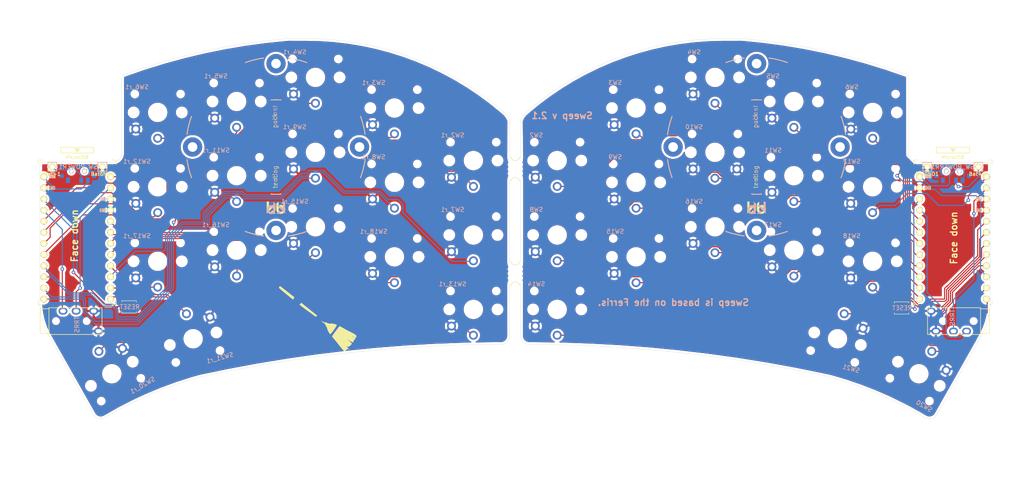
<source format=kicad_pcb>
(kicad_pcb (version 20171130) (host pcbnew "(5.1.4)-1")

  (general
    (thickness 1.6)
    (drawings 60)
    (tracks 692)
    (zones 0)
    (modules 51)
    (nets 46)
  )

  (page A4)
  (layers
    (0 F.Cu signal)
    (31 B.Cu signal)
    (32 B.Adhes user)
    (33 F.Adhes user)
    (34 B.Paste user)
    (35 F.Paste user)
    (36 B.SilkS user)
    (37 F.SilkS user)
    (38 B.Mask user)
    (39 F.Mask user)
    (40 Dwgs.User user)
    (41 Cmts.User user)
    (42 Eco1.User user)
    (43 Eco2.User user)
    (44 Edge.Cuts user)
    (45 Margin user)
    (46 B.CrtYd user)
    (47 F.CrtYd user)
    (48 B.Fab user)
    (49 F.Fab user)
  )

  (setup
    (last_trace_width 0.25)
    (trace_clearance 0.2)
    (zone_clearance 0.508)
    (zone_45_only no)
    (trace_min 0.2)
    (via_size 0.8)
    (via_drill 0.4)
    (via_min_size 0.4)
    (via_min_drill 0.3)
    (uvia_size 0.3)
    (uvia_drill 0.1)
    (uvias_allowed no)
    (uvia_min_size 0.2)
    (uvia_min_drill 0.1)
    (edge_width 0.05)
    (segment_width 0.2)
    (pcb_text_width 0.3)
    (pcb_text_size 1.5 1.5)
    (mod_edge_width 0.12)
    (mod_text_size 1 1)
    (mod_text_width 0.15)
    (pad_size 0.9 1.25)
    (pad_drill 0)
    (pad_to_mask_clearance 0)
    (aux_axis_origin 0 0)
    (visible_elements 7FFFFFFF)
    (pcbplotparams
      (layerselection 0x010fc_ffffffff)
      (usegerberextensions false)
      (usegerberattributes true)
      (usegerberadvancedattributes true)
      (creategerberjobfile true)
      (excludeedgelayer true)
      (linewidth 0.100000)
      (plotframeref false)
      (viasonmask false)
      (mode 1)
      (useauxorigin false)
      (hpglpennumber 1)
      (hpglpenspeed 20)
      (hpglpendiameter 15.000000)
      (psnegative false)
      (psa4output false)
      (plotreference true)
      (plotvalue true)
      (plotinvisibletext false)
      (padsonsilk false)
      (subtractmaskfromsilk false)
      (outputformat 1)
      (mirror false)
      (drillshape 0)
      (scaleselection 1)
      (outputdirectory "sweep2gerber"))
  )

  (net 0 "")
  (net 1 BT+)
  (net 2 gnd)
  (net 3 vcc)
  (net 4 Switch18)
  (net 5 reset)
  (net 6 Switch1)
  (net 7 Switch2)
  (net 8 Switch3)
  (net 9 Switch4)
  (net 10 Switch5)
  (net 11 Switch6)
  (net 12 Switch7)
  (net 13 Switch8)
  (net 14 Switch9)
  (net 15 Switch10)
  (net 16 Switch11)
  (net 17 Switch12)
  (net 18 Switch13)
  (net 19 Switch14)
  (net 20 Switch15)
  (net 21 Switch16)
  (net 22 Switch17)
  (net 23 "Net-(SW_POWER1-Pad1)")
  (net 24 raw)
  (net 25 BT+_r)
  (net 26 Switch18_r)
  (net 27 reset_r)
  (net 28 Switch9_r)
  (net 29 Switch10_r)
  (net 30 Switch11_r)
  (net 31 Switch12_r)
  (net 32 Switch13_r)
  (net 33 Switch14_r)
  (net 34 Switch15_r)
  (net 35 Switch16_r)
  (net 36 Switch17_r)
  (net 37 Switch1_r)
  (net 38 Switch2_r)
  (net 39 Switch3_r)
  (net 40 Switch4_r)
  (net 41 Switch5_r)
  (net 42 Switch6_r)
  (net 43 Switch7_r)
  (net 44 Switch8_r)
  (net 45 "Net-(SW_POWERR1-Pad1)")

  (net_class Default "This is the default net class."
    (clearance 0.2)
    (trace_width 0.25)
    (via_dia 0.8)
    (via_drill 0.4)
    (uvia_dia 0.3)
    (uvia_drill 0.1)
    (add_net BT+)
    (add_net BT+_r)
    (add_net "Net-(SW_POWER1-Pad1)")
    (add_net "Net-(SW_POWERR1-Pad1)")
    (add_net Switch1)
    (add_net Switch10)
    (add_net Switch10_r)
    (add_net Switch11)
    (add_net Switch11_r)
    (add_net Switch12)
    (add_net Switch12_r)
    (add_net Switch13)
    (add_net Switch13_r)
    (add_net Switch14)
    (add_net Switch14_r)
    (add_net Switch15)
    (add_net Switch15_r)
    (add_net Switch16)
    (add_net Switch16_r)
    (add_net Switch17)
    (add_net Switch17_r)
    (add_net Switch18)
    (add_net Switch18_r)
    (add_net Switch1_r)
    (add_net Switch2)
    (add_net Switch2_r)
    (add_net Switch3)
    (add_net Switch3_r)
    (add_net Switch4)
    (add_net Switch4_r)
    (add_net Switch5)
    (add_net Switch5_r)
    (add_net Switch6)
    (add_net Switch6_r)
    (add_net Switch7)
    (add_net Switch7_r)
    (add_net Switch8)
    (add_net Switch8_r)
    (add_net Switch9)
    (add_net Switch9_r)
    (add_net gnd)
    (add_net raw)
    (add_net reset)
    (add_net reset_r)
    (add_net vcc)
  )

  (module Duckyb-Parts:mouse-bite-5mm-slot-with-space-for-track (layer F.Cu) (tedit 6197D860) (tstamp 61980E22)
    (at 130.302 51.308)
    (attr virtual)
    (fp_text reference mouse-bite-2mm-slot (at 0 -2) (layer F.SilkS) hide
      (effects (font (size 1 1) (thickness 0.2)))
    )
    (fp_text value VAL** (at 0 2.1) (layer F.SilkS) hide
      (effects (font (size 1 1) (thickness 0.2)))
    )
    (fp_line (start -1.27 2.54) (end -1.27 -2.54) (layer Dwgs.User) (width 0.06))
    (fp_line (start 1.27 -2.54) (end 1.27 2.54) (layer Dwgs.User) (width 0.06))
    (fp_line (start -1.27 2.54) (end 1.27 2.54) (layer Dwgs.User) (width 0.06))
    (fp_line (start -1.27 -2.54) (end 1.27 -2.54) (layer Dwgs.User) (width 0.06))
    (fp_arc (start 0 -2.921) (end 1 -2.921) (angle 180) (layer F.SilkS) (width 0.1))
    (fp_arc (start 0 2.921) (end -1 2.921) (angle 180) (layer F.SilkS) (width 0.1))
    (fp_circle (center 0 2.921) (end 0.06 2.921) (layer Dwgs.User) (width 0.05))
    (fp_circle (center 0 -2.921) (end 0.06 -2.921) (layer Dwgs.User) (width 0.05))
    (pad "" np_thru_hole circle (at 1.016 0) (size 0.5 0.5) (drill 0.5) (layers *.Cu *.Mask))
    (pad "" np_thru_hole circle (at -1.016 0) (size 0.5 0.5) (drill 0.5) (layers *.Cu *.Mask))
    (pad "" np_thru_hole circle (at 1.016 2.032) (size 0.5 0.5) (drill 0.5) (layers *.Cu *.Mask))
    (pad "" np_thru_hole circle (at -1.016 2.032) (size 0.5 0.5) (drill 0.5) (layers *.Cu *.Mask))
    (pad "" np_thru_hole circle (at 1.016 -2.032) (size 0.5 0.5) (drill 0.5) (layers *.Cu *.Mask))
    (pad "" np_thru_hole circle (at -1.016 -2.032) (size 0.5 0.5) (drill 0.5) (layers *.Cu *.Mask))
    (pad "" np_thru_hole circle (at 1.016 -1.016) (size 0.5 0.5) (drill 0.5) (layers *.Cu *.Mask))
    (pad "" np_thru_hole circle (at 1.016 1.016) (size 0.5 0.5) (drill 0.5) (layers *.Cu *.Mask))
    (pad "" np_thru_hole circle (at -1.016 1.016) (size 0.5 0.5) (drill 0.5) (layers *.Cu *.Mask))
    (pad "" np_thru_hole circle (at -1.016 -1.016) (size 0.5 0.5) (drill 0.5) (layers *.Cu *.Mask))
  )

  (module Duckyb-Parts:mouse-bite-5mm-slot-with-space-for-track locked (layer F.Cu) (tedit 6197D860) (tstamp 61980E61)
    (at 130.302 75.184)
    (attr virtual)
    (fp_text reference mouse-bite-2mm-slot (at 0 -2) (layer F.SilkS) hide
      (effects (font (size 1 1) (thickness 0.2)))
    )
    (fp_text value VAL** (at 0 2.1) (layer F.SilkS) hide
      (effects (font (size 1 1) (thickness 0.2)))
    )
    (fp_line (start -1.27 2.54) (end -1.27 -2.54) (layer Dwgs.User) (width 0.06))
    (fp_line (start 1.27 -2.54) (end 1.27 2.54) (layer Dwgs.User) (width 0.06))
    (fp_line (start -1.27 2.54) (end 1.27 2.54) (layer Dwgs.User) (width 0.06))
    (fp_line (start -1.27 -2.54) (end 1.27 -2.54) (layer Dwgs.User) (width 0.06))
    (fp_arc (start 0 -2.921) (end 1 -2.921) (angle 180) (layer F.SilkS) (width 0.1))
    (fp_arc (start 0 2.921) (end -1 2.921) (angle 180) (layer F.SilkS) (width 0.1))
    (fp_circle (center 0 2.921) (end 0.06 2.921) (layer Dwgs.User) (width 0.05))
    (fp_circle (center 0 -2.921) (end 0.06 -2.921) (layer Dwgs.User) (width 0.05))
    (pad "" np_thru_hole circle (at 1.016 0) (size 0.5 0.5) (drill 0.5) (layers *.Cu *.Mask))
    (pad "" np_thru_hole circle (at -1.016 0) (size 0.5 0.5) (drill 0.5) (layers *.Cu *.Mask))
    (pad "" np_thru_hole circle (at 1.016 2.032) (size 0.5 0.5) (drill 0.5) (layers *.Cu *.Mask))
    (pad "" np_thru_hole circle (at -1.016 2.032) (size 0.5 0.5) (drill 0.5) (layers *.Cu *.Mask))
    (pad "" np_thru_hole circle (at 1.016 -2.032) (size 0.5 0.5) (drill 0.5) (layers *.Cu *.Mask))
    (pad "" np_thru_hole circle (at -1.016 -2.032) (size 0.5 0.5) (drill 0.5) (layers *.Cu *.Mask))
    (pad "" np_thru_hole circle (at 1.016 -1.016) (size 0.5 0.5) (drill 0.5) (layers *.Cu *.Mask))
    (pad "" np_thru_hole circle (at 1.016 1.016) (size 0.5 0.5) (drill 0.5) (layers *.Cu *.Mask))
    (pad "" np_thru_hole circle (at -1.016 1.016) (size 0.5 0.5) (drill 0.5) (layers *.Cu *.Mask))
    (pad "" np_thru_hole circle (at -1.016 -1.016) (size 0.5 0.5) (drill 0.5) (layers *.Cu *.Mask))
  )

  (module kbd:ProMicro_v3_min (layer F.Cu) (tedit 613B15DB) (tstamp 6198019A)
    (at 230.178 67.564)
    (path /6049D3FB)
    (fp_text reference U1 (at -1.27 2.762 270) (layer F.SilkS) hide
      (effects (font (size 1 1) (thickness 0.15)))
    )
    (fp_text value ProMicro-kbd (at -1.27 14.732) (layer F.Fab) hide
      (effects (font (size 1 1) (thickness 0.15)))
    )
    (fp_text user GND (at 5.86 -6.8) (layer F.SilkS)
      (effects (font (size 0.75 0.5) (thickness 0.125)))
    )
    (fp_text user GND (at 5.86 -6.77) (layer B.SilkS)
      (effects (font (size 0.75 0.5) (thickness 0.125)) (justify mirror))
    )
    (fp_text user GND (at 5.88 -9.38) (layer F.SilkS)
      (effects (font (size 0.75 0.5) (thickness 0.125)))
    )
    (fp_text user GND (at 5.88 -9.35) (layer B.SilkS)
      (effects (font (size 0.75 0.5) (thickness 0.125)) (justify mirror))
    )
    (fp_text user GND (at -5.77 -11.88) (layer B.SilkS)
      (effects (font (size 0.75 0.5) (thickness 0.125)) (justify mirror))
    )
    (fp_text user GND (at -5.77 -11.91) (layer F.SilkS)
      (effects (font (size 0.75 0.5) (thickness 0.125)))
    )
    (fp_text user RAW (at -5.67 -14.52) (layer F.SilkS)
      (effects (font (size 0.75 0.5) (thickness 0.125)))
    )
    (fp_text user MicroUSB (at -0.05 -18.95) (layer F.SilkS)
      (effects (font (size 0.75 0.75) (thickness 0.12)))
    )
    (fp_text user RAW (at -5.64 -14.52 unlocked) (layer B.SilkS)
      (effects (font (size 0.75 0.5) (thickness 0.125)) (justify mirror))
    )
    (fp_text user "" (at -0.5 -17.25) (layer F.SilkS)
      (effects (font (size 1 1) (thickness 0.15)))
    )
    (fp_text user "" (at -1.2065 -16.256) (layer B.SilkS)
      (effects (font (size 1 1) (thickness 0.15)) (justify mirror))
    )
    (fp_line (start 8.9 14.75) (end 7.89 14.75) (layer F.SilkS) (width 0.15))
    (fp_line (start -8.9 14.75) (end -7.9 14.75) (layer F.SilkS) (width 0.15))
    (fp_line (start 8.9 13.75) (end 8.9 14.75) (layer F.SilkS) (width 0.15))
    (fp_line (start -8.9 13.7) (end -8.9 14.75) (layer F.SilkS) (width 0.15))
    (fp_line (start 8.9 -18.3) (end 7.95 -18.3) (layer F.SilkS) (width 0.15))
    (fp_line (start -8.9 -18.3) (end -7.9 -18.3) (layer F.SilkS) (width 0.15))
    (fp_line (start 8.9 -18.3) (end 8.9 -17.3) (layer F.SilkS) (width 0.15))
    (fp_line (start -8.9 -18.3) (end -8.9 -17.3) (layer F.SilkS) (width 0.15))
    (fp_line (start -8.9 14.75) (end -8.9 -18.3) (layer F.Fab) (width 0.15))
    (fp_line (start 8.9 14.75) (end -8.9 14.75) (layer F.Fab) (width 0.15))
    (fp_line (start 8.9 -18.3) (end 8.9 14.75) (layer F.Fab) (width 0.15))
    (fp_line (start -8.9 -18.3) (end -3.75 -18.3) (layer F.Fab) (width 0.15))
    (fp_line (start -3.75 -19.6) (end 3.75 -19.6) (layer F.Fab) (width 0.15))
    (fp_line (start 3.75 -19.6) (end 3.75 -18.3) (layer F.Fab) (width 0.15))
    (fp_line (start -3.75 -19.6) (end -3.75 -18.299039) (layer F.Fab) (width 0.15))
    (fp_line (start -3.75 -18.3) (end 3.75 -18.3) (layer F.Fab) (width 0.15))
    (fp_line (start 3.76 -18.3) (end 8.9 -18.3) (layer F.Fab) (width 0.15))
    (fp_line (start -3.75 -21.2) (end -3.75 -19.9) (layer F.SilkS) (width 0.15))
    (fp_line (start -3.75 -19.9) (end 3.75 -19.9) (layer F.SilkS) (width 0.15))
    (fp_line (start 3.75 -19.9) (end 3.75 -21.2) (layer F.SilkS) (width 0.15))
    (fp_line (start 3.75 -21.2) (end -3.75 -21.2) (layer F.SilkS) (width 0.15))
    (fp_line (start -0.5 -20.85) (end 0.5 -20.85) (layer F.SilkS) (width 0.15))
    (fp_line (start 0.5 -20.85) (end 0 -20.2) (layer F.SilkS) (width 0.15))
    (fp_line (start 0 -20.2) (end -0.5 -20.85) (layer F.SilkS) (width 0.15))
    (fp_line (start -0.35 -20.7) (end 0.35 -20.7) (layer F.SilkS) (width 0.15))
    (fp_line (start -0.25 -20.55) (end 0.25 -20.55) (layer F.SilkS) (width 0.15))
    (fp_line (start -0.15 -20.4) (end 0.15 -20.4) (layer F.SilkS) (width 0.15))
    (pad 1 thru_hole circle (at 7.6114 -14.478) (size 1.524 1.524) (drill 0.8128) (layers *.Cu F.SilkS B.Mask)
      (net 15 Switch10))
    (pad 2 thru_hole circle (at 7.6114 -11.938) (size 1.524 1.524) (drill 0.8128) (layers *.Cu F.SilkS B.Mask)
      (net 4 Switch18))
    (pad 3 thru_hole circle (at 7.6114 -9.398) (size 1.524 1.524) (drill 0.8128) (layers *.Cu F.SilkS B.Mask)
      (net 2 gnd))
    (pad 4 thru_hole circle (at 7.6114 -6.858) (size 1.524 1.524) (drill 0.8128) (layers *.Cu F.SilkS B.Mask)
      (net 2 gnd))
    (pad 5 thru_hole circle (at 7.6114 -4.318) (size 1.524 1.524) (drill 0.8128) (layers *.Cu F.SilkS B.Mask)
      (net 16 Switch11))
    (pad 6 thru_hole circle (at 7.6114 -1.778) (size 1.524 1.524) (drill 0.8128) (layers *.Cu F.SilkS B.Mask)
      (net 17 Switch12))
    (pad 7 thru_hole circle (at 7.6114 0.762) (size 1.524 1.524) (drill 0.8128) (layers *.Cu F.SilkS B.Mask)
      (net 18 Switch13))
    (pad 8 thru_hole circle (at 7.6114 3.302) (size 1.524 1.524) (drill 0.8128) (layers *.Cu F.SilkS B.Mask)
      (net 19 Switch14))
    (pad 9 thru_hole circle (at 7.6114 5.842) (size 1.524 1.524) (drill 0.8128) (layers *.Cu F.SilkS B.Mask)
      (net 20 Switch15))
    (pad 10 thru_hole circle (at 7.6114 8.382) (size 1.524 1.524) (drill 0.8128) (layers *.Cu F.SilkS B.Mask)
      (net 6 Switch1))
    (pad 11 thru_hole circle (at 7.6114 10.922) (size 1.524 1.524) (drill 0.8128) (layers *.Cu F.SilkS B.Mask)
      (net 21 Switch16))
    (pad 12 thru_hole circle (at 7.6114 13.462) (size 1.524 1.524) (drill 0.8128) (layers *.Cu F.SilkS B.Mask)
      (net 22 Switch17))
    (pad 13 thru_hole circle (at -7.6086 13.462) (size 1.524 1.524) (drill 0.8128) (layers *.Cu F.SilkS B.Mask)
      (net 14 Switch9))
    (pad 14 thru_hole circle (at -7.6086 10.922) (size 1.524 1.524) (drill 0.8128) (layers *.Cu F.SilkS B.Mask)
      (net 13 Switch8))
    (pad 15 thru_hole circle (at -7.6086 8.382) (size 1.524 1.524) (drill 0.8128) (layers *.Cu F.SilkS B.Mask)
      (net 12 Switch7))
    (pad 16 thru_hole circle (at -7.6086 5.842) (size 1.524 1.524) (drill 0.8128) (layers *.Cu F.SilkS B.Mask)
      (net 11 Switch6))
    (pad 17 thru_hole circle (at -7.6086 3.302) (size 1.524 1.524) (drill 0.8128) (layers *.Cu F.SilkS B.Mask)
      (net 7 Switch2))
    (pad 18 thru_hole circle (at -7.6086 0.762) (size 1.524 1.524) (drill 0.8128) (layers *.Cu F.SilkS B.Mask)
      (net 8 Switch3))
    (pad 19 thru_hole circle (at -7.6086 -1.778) (size 1.524 1.524) (drill 0.8128) (layers *.Cu F.SilkS B.Mask)
      (net 9 Switch4))
    (pad 20 thru_hole circle (at -7.6086 -4.318) (size 1.524 1.524) (drill 0.8128) (layers *.Cu F.SilkS B.Mask)
      (net 10 Switch5))
    (pad 21 thru_hole circle (at -7.6086 -6.858) (size 1.524 1.524) (drill 0.8128) (layers *.Cu F.SilkS B.Mask)
      (net 3 vcc))
    (pad 22 thru_hole circle (at -7.6086 -9.398) (size 1.524 1.524) (drill 0.8128) (layers *.Cu F.SilkS B.Mask)
      (net 5 reset))
    (pad 23 thru_hole circle (at -7.6086 -11.938) (size 1.524 1.524) (drill 0.8128) (layers *.Cu F.SilkS B.Mask)
      (net 2 gnd))
    (pad 24 thru_hole circle (at -7.6086 -14.478) (size 1.524 1.524) (drill 0.8128) (layers *.Cu F.SilkS B.Mask)
      (net 24 raw))
  )

  (module kbd:ProMicro_v3_min (layer F.Cu) (tedit 613B15DB) (tstamp 619831B3)
    (at 30.326 67.564)
    (path /608EF20E)
    (fp_text reference U2 (at -1.27 2.762 270) (layer F.SilkS) hide
      (effects (font (size 1 1) (thickness 0.15)))
    )
    (fp_text value ProMicro-kbd (at -1.27 14.732) (layer F.Fab) hide
      (effects (font (size 1 1) (thickness 0.15)))
    )
    (fp_text user GND (at 5.86 -6.8) (layer F.SilkS)
      (effects (font (size 0.75 0.5) (thickness 0.125)))
    )
    (fp_text user GND (at 5.86 -6.77) (layer B.SilkS)
      (effects (font (size 0.75 0.5) (thickness 0.125)) (justify mirror))
    )
    (fp_text user GND (at 5.88 -9.38) (layer F.SilkS)
      (effects (font (size 0.75 0.5) (thickness 0.125)))
    )
    (fp_text user GND (at 5.88 -9.35) (layer B.SilkS)
      (effects (font (size 0.75 0.5) (thickness 0.125)) (justify mirror))
    )
    (fp_text user GND (at -5.77 -11.88) (layer B.SilkS)
      (effects (font (size 0.75 0.5) (thickness 0.125)) (justify mirror))
    )
    (fp_text user GND (at -5.77 -11.91) (layer F.SilkS)
      (effects (font (size 0.75 0.5) (thickness 0.125)))
    )
    (fp_text user RAW (at -5.67 -14.52) (layer F.SilkS)
      (effects (font (size 0.75 0.5) (thickness 0.125)))
    )
    (fp_text user MicroUSB (at -0.05 -18.95) (layer F.SilkS)
      (effects (font (size 0.75 0.75) (thickness 0.12)))
    )
    (fp_text user RAW (at -5.64 -14.52 unlocked) (layer B.SilkS)
      (effects (font (size 0.75 0.5) (thickness 0.125)) (justify mirror))
    )
    (fp_text user "" (at -0.5 -17.25) (layer F.SilkS)
      (effects (font (size 1 1) (thickness 0.15)))
    )
    (fp_text user "" (at -1.2065 -16.256) (layer B.SilkS)
      (effects (font (size 1 1) (thickness 0.15)) (justify mirror))
    )
    (fp_line (start 8.9 14.75) (end 7.89 14.75) (layer F.SilkS) (width 0.15))
    (fp_line (start -8.9 14.75) (end -7.9 14.75) (layer F.SilkS) (width 0.15))
    (fp_line (start 8.9 13.75) (end 8.9 14.75) (layer F.SilkS) (width 0.15))
    (fp_line (start -8.9 13.7) (end -8.9 14.75) (layer F.SilkS) (width 0.15))
    (fp_line (start 8.9 -18.3) (end 7.95 -18.3) (layer F.SilkS) (width 0.15))
    (fp_line (start -8.9 -18.3) (end -7.9 -18.3) (layer F.SilkS) (width 0.15))
    (fp_line (start 8.9 -18.3) (end 8.9 -17.3) (layer F.SilkS) (width 0.15))
    (fp_line (start -8.9 -18.3) (end -8.9 -17.3) (layer F.SilkS) (width 0.15))
    (fp_line (start -8.9 14.75) (end -8.9 -18.3) (layer F.Fab) (width 0.15))
    (fp_line (start 8.9 14.75) (end -8.9 14.75) (layer F.Fab) (width 0.15))
    (fp_line (start 8.9 -18.3) (end 8.9 14.75) (layer F.Fab) (width 0.15))
    (fp_line (start -8.9 -18.3) (end -3.75 -18.3) (layer F.Fab) (width 0.15))
    (fp_line (start -3.75 -19.6) (end 3.75 -19.6) (layer F.Fab) (width 0.15))
    (fp_line (start 3.75 -19.6) (end 3.75 -18.3) (layer F.Fab) (width 0.15))
    (fp_line (start -3.75 -19.6) (end -3.75 -18.299039) (layer F.Fab) (width 0.15))
    (fp_line (start -3.75 -18.3) (end 3.75 -18.3) (layer F.Fab) (width 0.15))
    (fp_line (start 3.76 -18.3) (end 8.9 -18.3) (layer F.Fab) (width 0.15))
    (fp_line (start -3.75 -21.2) (end -3.75 -19.9) (layer F.SilkS) (width 0.15))
    (fp_line (start -3.75 -19.9) (end 3.75 -19.9) (layer F.SilkS) (width 0.15))
    (fp_line (start 3.75 -19.9) (end 3.75 -21.2) (layer F.SilkS) (width 0.15))
    (fp_line (start 3.75 -21.2) (end -3.75 -21.2) (layer F.SilkS) (width 0.15))
    (fp_line (start -0.5 -20.85) (end 0.5 -20.85) (layer F.SilkS) (width 0.15))
    (fp_line (start 0.5 -20.85) (end 0 -20.2) (layer F.SilkS) (width 0.15))
    (fp_line (start 0 -20.2) (end -0.5 -20.85) (layer F.SilkS) (width 0.15))
    (fp_line (start -0.35 -20.7) (end 0.35 -20.7) (layer F.SilkS) (width 0.15))
    (fp_line (start -0.25 -20.55) (end 0.25 -20.55) (layer F.SilkS) (width 0.15))
    (fp_line (start -0.15 -20.4) (end 0.15 -20.4) (layer F.SilkS) (width 0.15))
    (pad 1 thru_hole circle (at 7.6114 -14.478) (size 1.524 1.524) (drill 0.8128) (layers *.Cu F.SilkS B.Mask)
      (net 29 Switch10_r))
    (pad 2 thru_hole circle (at 7.6114 -11.938) (size 1.524 1.524) (drill 0.8128) (layers *.Cu F.SilkS B.Mask)
      (net 26 Switch18_r))
    (pad 3 thru_hole circle (at 7.6114 -9.398) (size 1.524 1.524) (drill 0.8128) (layers *.Cu F.SilkS B.Mask)
      (net 2 gnd))
    (pad 4 thru_hole circle (at 7.6114 -6.858) (size 1.524 1.524) (drill 0.8128) (layers *.Cu F.SilkS B.Mask)
      (net 2 gnd))
    (pad 5 thru_hole circle (at 7.6114 -4.318) (size 1.524 1.524) (drill 0.8128) (layers *.Cu F.SilkS B.Mask)
      (net 30 Switch11_r))
    (pad 6 thru_hole circle (at 7.6114 -1.778) (size 1.524 1.524) (drill 0.8128) (layers *.Cu F.SilkS B.Mask)
      (net 31 Switch12_r))
    (pad 7 thru_hole circle (at 7.6114 0.762) (size 1.524 1.524) (drill 0.8128) (layers *.Cu F.SilkS B.Mask)
      (net 32 Switch13_r))
    (pad 8 thru_hole circle (at 7.6114 3.302) (size 1.524 1.524) (drill 0.8128) (layers *.Cu F.SilkS B.Mask)
      (net 33 Switch14_r))
    (pad 9 thru_hole circle (at 7.6114 5.842) (size 1.524 1.524) (drill 0.8128) (layers *.Cu F.SilkS B.Mask)
      (net 34 Switch15_r))
    (pad 10 thru_hole circle (at 7.6114 8.382) (size 1.524 1.524) (drill 0.8128) (layers *.Cu F.SilkS B.Mask)
      (net 37 Switch1_r))
    (pad 11 thru_hole circle (at 7.6114 10.922) (size 1.524 1.524) (drill 0.8128) (layers *.Cu F.SilkS B.Mask)
      (net 35 Switch16_r))
    (pad 12 thru_hole circle (at 7.6114 13.462) (size 1.524 1.524) (drill 0.8128) (layers *.Cu F.SilkS B.Mask)
      (net 36 Switch17_r))
    (pad 13 thru_hole circle (at -7.6086 13.462) (size 1.524 1.524) (drill 0.8128) (layers *.Cu F.SilkS B.Mask)
      (net 28 Switch9_r))
    (pad 14 thru_hole circle (at -7.6086 10.922) (size 1.524 1.524) (drill 0.8128) (layers *.Cu F.SilkS B.Mask)
      (net 44 Switch8_r))
    (pad 15 thru_hole circle (at -7.6086 8.382) (size 1.524 1.524) (drill 0.8128) (layers *.Cu F.SilkS B.Mask)
      (net 43 Switch7_r))
    (pad 16 thru_hole circle (at -7.6086 5.842) (size 1.524 1.524) (drill 0.8128) (layers *.Cu F.SilkS B.Mask)
      (net 42 Switch6_r))
    (pad 17 thru_hole circle (at -7.6086 3.302) (size 1.524 1.524) (drill 0.8128) (layers *.Cu F.SilkS B.Mask)
      (net 38 Switch2_r))
    (pad 18 thru_hole circle (at -7.6086 0.762) (size 1.524 1.524) (drill 0.8128) (layers *.Cu F.SilkS B.Mask)
      (net 39 Switch3_r))
    (pad 19 thru_hole circle (at -7.6086 -1.778) (size 1.524 1.524) (drill 0.8128) (layers *.Cu F.SilkS B.Mask)
      (net 40 Switch4_r))
    (pad 20 thru_hole circle (at -7.6086 -4.318) (size 1.524 1.524) (drill 0.8128) (layers *.Cu F.SilkS B.Mask)
      (net 41 Switch5_r))
    (pad 21 thru_hole circle (at -7.6086 -6.858) (size 1.524 1.524) (drill 0.8128) (layers *.Cu F.SilkS B.Mask)
      (net 3 vcc))
    (pad 22 thru_hole circle (at -7.6086 -9.398) (size 1.524 1.524) (drill 0.8128) (layers *.Cu F.SilkS B.Mask)
      (net 27 reset_r))
    (pad 23 thru_hole circle (at -7.6086 -11.938) (size 1.524 1.524) (drill 0.8128) (layers *.Cu F.SilkS B.Mask)
      (net 2 gnd))
    (pad 24 thru_hole circle (at -7.6086 -14.478) (size 1.524 1.524) (drill 0.8128) (layers *.Cu F.SilkS B.Mask)
      (net 24 raw))
  )

  (module Kailh:TRRS-PJ-320A (layer F.Cu) (tedit 5ECEB228) (tstamp 61983250)
    (at 23.876 86.052 90)
    (path /605E7E3E)
    (fp_text reference J1 (at -0.85 4.95 90) (layer F.Fab)
      (effects (font (size 1 1) (thickness 0.15)))
    )
    (fp_text value AudioJack4dpb (at 0 14 90) (layer F.Fab) hide
      (effects (font (size 1 1) (thickness 0.15)))
    )
    (fp_line (start 3.05 0) (end -3.05 0) (layer F.SilkS) (width 0.15))
    (fp_line (start 3.05 12.1) (end -3.05 12.1) (layer F.SilkS) (width 0.15))
    (fp_line (start 3.05 0) (end 3.05 12.1) (layer F.SilkS) (width 0.15))
    (fp_line (start -3.05 0) (end -3.05 12.1) (layer F.SilkS) (width 0.15))
    (fp_line (start 2.8 0) (end 2.8 -2) (layer F.SilkS) (width 0.15))
    (fp_line (start -2.8 0) (end -2.8 -2) (layer F.SilkS) (width 0.15))
    (fp_line (start 2.8 -2) (end -2.8 -2) (layer F.SilkS) (width 0.15))
    (fp_text user TRRS (at -0.8255 6.4135 90) (layer B.SilkS)
      (effects (font (size 1 1) (thickness 0.15)) (justify mirror))
    )
    (fp_text user Sleeve (at 0.25 11.4 270) (layer F.Fab) hide
      (effects (font (size 0.7 0.7) (thickness 0.1)))
    )
    (fp_text user Tip (at 0 10 270) (layer F.Fab) hide
      (effects (font (size 0.7 0.7) (thickness 0.1)))
    )
    (fp_text user Ring1 (at 0 6.25 270) (layer F.Fab) hide
      (effects (font (size 0.7 0.7) (thickness 0.1)))
    )
    (fp_text user Ring2 (at 0 3.25 270) (layer F.Fab) hide
      (effects (font (size 0.7 0.7) (thickness 0.1)))
    )
    (pad R1 thru_hole oval (at 2.3 6.2 90) (size 1.6 2) (drill oval 0.9 1.3) (layers *.Cu *.Mask)
      (net 26 Switch18_r))
    (pad "" np_thru_hole circle (at 0 1.6 90) (size 0.8 0.8) (drill 0.8) (layers *.Cu *.Mask))
    (pad "" np_thru_hole circle (at 0 8.6 90) (size 0.8 0.8) (drill 0.8) (layers *.Cu *.Mask))
    (pad R2 thru_hole oval (at 2.3 3.2 90) (size 1.6 2) (drill oval 0.9 1.3) (layers *.Cu *.Mask)
      (net 3 vcc))
    (pad T thru_hole oval (at 2.3 10.2 90) (size 1.6 2) (drill oval 0.9 1.3) (layers *.Cu *.Mask)
      (net 2 gnd))
    (pad S thru_hole oval (at -2.3 11.3 90) (size 1.6 2) (drill oval 0.9 1.3) (layers *.Cu *.Mask)
      (net 2 gnd))
    (model /Users/danny/syncproj/kicad-libs/footprints/Keebio-Parts.pretty/3dmodels/PJ-320A.step
      (at (xyz 0 0 0))
      (scale (xyz 1 1 1))
      (rotate (xyz -90 0 180))
    )
  )

  (module Kailh:TRRS-PJ-320A (layer F.Cu) (tedit 5ECEB228) (tstamp 61980273)
    (at 236.474 86.052 270)
    (path /608F2563)
    (fp_text reference J2 (at -0.85 4.95 180) (layer F.Fab)
      (effects (font (size 1 1) (thickness 0.15)))
    )
    (fp_text value AudioJack4dpb (at 0 14 90) (layer F.Fab) hide
      (effects (font (size 1 1) (thickness 0.15)))
    )
    (fp_line (start 3.05 0) (end -3.05 0) (layer F.SilkS) (width 0.15))
    (fp_line (start 3.05 12.1) (end -3.05 12.1) (layer F.SilkS) (width 0.15))
    (fp_line (start 3.05 0) (end 3.05 12.1) (layer F.SilkS) (width 0.15))
    (fp_line (start -3.05 0) (end -3.05 12.1) (layer F.SilkS) (width 0.15))
    (fp_line (start 2.8 0) (end 2.8 -2) (layer F.SilkS) (width 0.15))
    (fp_line (start -2.8 0) (end -2.8 -2) (layer F.SilkS) (width 0.15))
    (fp_line (start 2.8 -2) (end -2.8 -2) (layer F.SilkS) (width 0.15))
    (fp_text user TRRS (at -0.8255 6.4135 90) (layer B.SilkS)
      (effects (font (size 1 1) (thickness 0.15)) (justify mirror))
    )
    (fp_text user Sleeve (at 0.25 11.4 90) (layer F.Fab) hide
      (effects (font (size 0.7 0.7) (thickness 0.1)))
    )
    (fp_text user Tip (at 0 10 90) (layer F.Fab) hide
      (effects (font (size 0.7 0.7) (thickness 0.1)))
    )
    (fp_text user Ring1 (at 0 6.25 90) (layer F.Fab) hide
      (effects (font (size 0.7 0.7) (thickness 0.1)))
    )
    (fp_text user Ring2 (at 0 3.25 90) (layer F.Fab) hide
      (effects (font (size 0.7 0.7) (thickness 0.1)))
    )
    (pad R1 thru_hole oval (at 2.3 6.2 270) (size 1.6 2) (drill oval 0.9 1.3) (layers *.Cu *.Mask)
      (net 4 Switch18))
    (pad "" np_thru_hole circle (at 0 1.6 270) (size 0.8 0.8) (drill 0.8) (layers *.Cu *.Mask))
    (pad "" np_thru_hole circle (at 0 8.6 270) (size 0.8 0.8) (drill 0.8) (layers *.Cu *.Mask))
    (pad R2 thru_hole oval (at 2.3 3.2 270) (size 1.6 2) (drill oval 0.9 1.3) (layers *.Cu *.Mask)
      (net 3 vcc))
    (pad T thru_hole oval (at 2.3 10.2 270) (size 1.6 2) (drill oval 0.9 1.3) (layers *.Cu *.Mask)
      (net 2 gnd))
    (pad S thru_hole oval (at -2.3 11.3 270) (size 1.6 2) (drill oval 0.9 1.3) (layers *.Cu *.Mask)
      (net 2 gnd))
    (model /Users/danny/syncproj/kicad-libs/footprints/Keebio-Parts.pretty/3dmodels/PJ-320A.step
      (at (xyz 0 0 0))
      (scale (xyz 1 1 1))
      (rotate (xyz -90 0 180))
    )
  )

  (module Kailh:SPDT_C128955 (layer B.Cu) (tedit 5AC041DC) (tstamp 61980232)
    (at 230.124 51.816 180)
    (path /6095BCE1)
    (fp_text reference SW_POWERR1 (at 0 1) (layer B.SilkS)
      (effects (font (size 1 1) (thickness 0.15)) (justify mirror))
    )
    (fp_text value SW_SPDT (at -0.05 4.7) (layer B.Fab)
      (effects (font (size 1 1) (thickness 0.15)) (justify mirror))
    )
    (fp_line (start 0 1.35) (end 3.3 1.35) (layer B.Fab) (width 0.15))
    (fp_line (start 3.3 -1.5) (end 3.3 1.35) (layer B.Fab) (width 0.15))
    (fp_line (start -3.3 -1.5) (end 3.3 -1.5) (layer B.Fab) (width 0.15))
    (fp_line (start -3.3 1.35) (end -3.3 -1.5) (layer B.Fab) (width 0.15))
    (fp_line (start 0 1.35) (end -3.3 1.35) (layer B.Fab) (width 0.15))
    (fp_line (start -1.95 3.85) (end 0 3.85) (layer B.Fab) (width 0.15))
    (fp_line (start -1.95 1.35) (end -1.95 3.85) (layer B.Fab) (width 0.15))
    (fp_line (start 1.95 1.35) (end -1.95 1.35) (layer B.Fab) (width 0.15))
    (fp_line (start 1.9 3.85) (end 1.95 1.35) (layer B.Fab) (width 0.15))
    (fp_line (start 0 3.85) (end 1.9 3.85) (layer B.Fab) (width 0.15))
    (pad 0 smd rect (at -3.7 1.1 180) (size 0.9 0.9) (layers B.Cu B.Paste B.Mask))
    (pad 0 smd rect (at -3.7 -1.1 180) (size 0.9 0.9) (layers B.Cu B.Paste B.Mask))
    (pad 0 smd rect (at 3.7 -1.1 180) (size 0.9 0.9) (layers B.Cu B.Paste B.Mask))
    (pad 0 smd rect (at 3.7 1.1 180) (size 0.9 0.9) (layers B.Cu B.Paste B.Mask))
    (pad 1 smd rect (at 2.25 -2.075 180) (size 0.9 1.25) (layers B.Cu B.Paste B.Mask)
      (net 45 "Net-(SW_POWERR1-Pad1)"))
    (pad 3 smd rect (at -2.25 -2.075 180) (size 0.9 1.25) (layers B.Cu B.Paste B.Mask)
      (net 24 raw))
    (pad 2 smd rect (at -0.75 -2.075 180) (size 0.9 1.25) (layers B.Cu B.Paste B.Mask)
      (net 25 BT+_r))
    (pad "" np_thru_hole circle (at -1.5 0 180) (size 1 1) (drill 0.9) (layers *.Cu *.Mask))
    (pad "" np_thru_hole circle (at 1.5 0 180) (size 1 1) (drill 0.9) (layers *.Cu *.Mask))
  )

  (module Kailh:SPDT_C128955 (layer B.Cu) (tedit 5AC041DC) (tstamp 61983B8D)
    (at 30.48 51.816 180)
    (path /6051801B)
    (fp_text reference SW_POWER1 (at 0 1) (layer B.SilkS)
      (effects (font (size 1 1) (thickness 0.15)) (justify mirror))
    )
    (fp_text value SW_SPDT (at -0.05 4.7) (layer B.Fab)
      (effects (font (size 1 1) (thickness 0.15)) (justify mirror))
    )
    (fp_line (start 0 1.35) (end 3.3 1.35) (layer B.Fab) (width 0.15))
    (fp_line (start 3.3 -1.5) (end 3.3 1.35) (layer B.Fab) (width 0.15))
    (fp_line (start -3.3 -1.5) (end 3.3 -1.5) (layer B.Fab) (width 0.15))
    (fp_line (start -3.3 1.35) (end -3.3 -1.5) (layer B.Fab) (width 0.15))
    (fp_line (start 0 1.35) (end -3.3 1.35) (layer B.Fab) (width 0.15))
    (fp_line (start -1.95 3.85) (end 0 3.85) (layer B.Fab) (width 0.15))
    (fp_line (start -1.95 1.35) (end -1.95 3.85) (layer B.Fab) (width 0.15))
    (fp_line (start 1.95 1.35) (end -1.95 1.35) (layer B.Fab) (width 0.15))
    (fp_line (start 1.9 3.85) (end 1.95 1.35) (layer B.Fab) (width 0.15))
    (fp_line (start 0 3.85) (end 1.9 3.85) (layer B.Fab) (width 0.15))
    (pad 0 smd rect (at -3.7 1.1 180) (size 0.9 0.9) (layers B.Cu B.Paste B.Mask))
    (pad 0 smd rect (at -3.7 -1.1 180) (size 0.9 0.9) (layers B.Cu B.Paste B.Mask))
    (pad 0 smd rect (at 3.7 -1.1 180) (size 0.9 0.9) (layers B.Cu B.Paste B.Mask))
    (pad 0 smd rect (at 3.7 1.1 180) (size 0.9 0.9) (layers B.Cu B.Paste B.Mask))
    (pad 1 smd rect (at 2.25 -2.075 180) (size 0.9 1.25) (layers B.Cu B.Paste B.Mask)
      (net 23 "Net-(SW_POWER1-Pad1)"))
    (pad 3 smd rect (at -2.25 -2.075 180) (size 0.9 1.25) (layers B.Cu B.Paste B.Mask)
      (net 24 raw))
    (pad 2 smd rect (at -0.75 -2.075 180) (size 0.9 1.25) (layers B.Cu B.Paste B.Mask)
      (net 1 BT+))
    (pad "" np_thru_hole circle (at -1.5 0 180) (size 1 1) (drill 0.9) (layers *.Cu *.Mask))
    (pad "" np_thru_hole circle (at 1.5 0 180) (size 1 1) (drill 0.9) (layers *.Cu *.Mask))
  )

  (module Kailh:SW_PG1350_nonrev_DPB (layer F.Cu) (tedit 6037838F) (tstamp 61980CE5)
    (at 139.856 49.382)
    (descr "Kailh \"Choc\" PG1350 keyswitch, able to be mounted on front or back of PCB")
    (tags kailh,choc)
    (path /6049E323)
    (fp_text reference SW2 (at 4.98 -5.69 180) (layer Dwgs.User) hide
      (effects (font (size 1 1) (thickness 0.15)))
    )
    (fp_text value SW_Push (at -0.07 8.17 180) (layer Dwgs.User) hide
      (effects (font (size 1 1) (thickness 0.15)))
    )
    (fp_line (start -8.6 8.49968) (end 8.635989 8.500406) (layer Eco1.User) (width 0.12))
    (fp_line (start 9 8.1) (end 9.000321 -8.135989) (layer Eco1.User) (width 0.12))
    (fp_line (start -8.63 -8.5) (end 8.599915 -8.5) (layer Eco1.User) (width 0.12))
    (fp_line (start -9.000406 8.135669) (end -8.994011 -8.099594) (layer Eco1.User) (width 0.12))
    (fp_line (start -7.5 7.5) (end -7.5 -7.5) (layer F.Fab) (width 0.15))
    (fp_line (start 7.5 -7.5) (end 7.5 7.5) (layer F.Fab) (width 0.15))
    (fp_line (start 7.5 7.5) (end -7.5 7.5) (layer F.Fab) (width 0.15))
    (fp_line (start -7.5 -7.5) (end 7.5 -7.5) (layer F.Fab) (width 0.15))
    (fp_line (start -7.5 7.5) (end -7.5 -7.5) (layer B.Fab) (width 0.15))
    (fp_line (start 7.5 7.5) (end -7.5 7.5) (layer B.Fab) (width 0.15))
    (fp_line (start 7.5 -7.5) (end 7.5 7.5) (layer B.Fab) (width 0.15))
    (fp_line (start -7.5 -7.5) (end 7.5 -7.5) (layer B.Fab) (width 0.15))
    (fp_line (start -6.9 6.9) (end -6.9 -6.9) (layer Eco2.User) (width 0.15))
    (fp_line (start 6.9 -6.9) (end 6.9 6.9) (layer Eco2.User) (width 0.15))
    (fp_line (start 6.9 -6.9) (end -6.9 -6.9) (layer Eco2.User) (width 0.15))
    (fp_line (start -6.9 6.9) (end 6.9 6.9) (layer Eco2.User) (width 0.15))
    (fp_line (start -2.6 -3.1) (end -2.6 -6.3) (layer Eco2.User) (width 0.15))
    (fp_line (start 2.6 -6.3) (end -2.6 -6.3) (layer Eco2.User) (width 0.15))
    (fp_line (start 2.6 -3.1) (end 2.6 -6.3) (layer Eco2.User) (width 0.15))
    (fp_line (start -2.6 -3.1) (end 2.6 -3.1) (layer Eco2.User) (width 0.15))
    (fp_text user %V (at 0 8.255) (layer B.Fab)
      (effects (font (size 1 1) (thickness 0.15)) (justify mirror))
    )
    (fp_text user %R (at -4.76 -5.8) (layer B.SilkS)
      (effects (font (size 1 1) (thickness 0.15)) (justify mirror))
    )
    (fp_text user %R (at 0 0 180) (layer F.Fab)
      (effects (font (size 1 1) (thickness 0.15)))
    )
    (fp_arc (start 8.629502 -8.13032) (end 9.000321 -8.135989) (angle -93.7) (layer Eco1.User) (width 0.12))
    (fp_arc (start 8.63032 8.129587) (end 8.635989 8.500406) (angle -93.7) (layer Eco1.User) (width 0.12))
    (fp_arc (start -8.629587 8.13) (end -9.000406 8.135669) (angle -93.7) (layer Eco1.User) (width 0.12))
    (fp_arc (start -8.624331 -8.129181) (end -8.63 -8.5) (angle -93.7) (layer Eco1.User) (width 0.12))
    (pad "" np_thru_hole circle (at -5.22 -4.2) (size 0.9906 0.9906) (drill 0.9906) (layers *.Cu *.Mask))
    (pad "" np_thru_hole circle (at 0 0) (size 3.429 3.429) (drill 3.429) (layers *.Cu *.Mask))
    (pad 2 thru_hole circle (at -5 3.8) (size 2.032 2.032) (drill 1.27) (layers *.Cu *.Mask)
      (net 2 gnd))
    (pad 1 thru_hole circle (at 0 5.9) (size 2.032 2.032) (drill 1.27) (layers *.Cu *.Mask)
      (net 6 Switch1))
    (pad "" np_thru_hole circle (at 5.22 -4.2) (size 0.9906 0.9906) (drill 0.9906) (layers *.Cu *.Mask))
    (pad "" np_thru_hole circle (at 5.5 0) (size 1.7018 1.7018) (drill 1.7018) (layers *.Cu *.Mask))
    (pad "" np_thru_hole circle (at -5.5 0) (size 1.7018 1.7018) (drill 1.7018) (layers *.Cu *.Mask))
  )

  (module Kailh:SW_PG1350_nonrev_DPB (layer F.Cu) (tedit 6037838F) (tstamp 6198096D)
    (at 157.856 37.382)
    (descr "Kailh \"Choc\" PG1350 keyswitch, able to be mounted on front or back of PCB")
    (tags kailh,choc)
    (path /6049E7C0)
    (fp_text reference SW3 (at 4.98 -5.69 180) (layer Dwgs.User) hide
      (effects (font (size 1 1) (thickness 0.15)))
    )
    (fp_text value SW_Push (at -0.07 8.17 180) (layer Dwgs.User) hide
      (effects (font (size 1 1) (thickness 0.15)))
    )
    (fp_line (start -8.6 8.49968) (end 8.635989 8.500406) (layer Eco1.User) (width 0.12))
    (fp_line (start 9 8.1) (end 9.000321 -8.135989) (layer Eco1.User) (width 0.12))
    (fp_line (start -8.63 -8.5) (end 8.599915 -8.5) (layer Eco1.User) (width 0.12))
    (fp_line (start -9.000406 8.135669) (end -8.994011 -8.099594) (layer Eco1.User) (width 0.12))
    (fp_line (start -7.5 7.5) (end -7.5 -7.5) (layer F.Fab) (width 0.15))
    (fp_line (start 7.5 -7.5) (end 7.5 7.5) (layer F.Fab) (width 0.15))
    (fp_line (start 7.5 7.5) (end -7.5 7.5) (layer F.Fab) (width 0.15))
    (fp_line (start -7.5 -7.5) (end 7.5 -7.5) (layer F.Fab) (width 0.15))
    (fp_line (start -7.5 7.5) (end -7.5 -7.5) (layer B.Fab) (width 0.15))
    (fp_line (start 7.5 7.5) (end -7.5 7.5) (layer B.Fab) (width 0.15))
    (fp_line (start 7.5 -7.5) (end 7.5 7.5) (layer B.Fab) (width 0.15))
    (fp_line (start -7.5 -7.5) (end 7.5 -7.5) (layer B.Fab) (width 0.15))
    (fp_line (start -6.9 6.9) (end -6.9 -6.9) (layer Eco2.User) (width 0.15))
    (fp_line (start 6.9 -6.9) (end 6.9 6.9) (layer Eco2.User) (width 0.15))
    (fp_line (start 6.9 -6.9) (end -6.9 -6.9) (layer Eco2.User) (width 0.15))
    (fp_line (start -6.9 6.9) (end 6.9 6.9) (layer Eco2.User) (width 0.15))
    (fp_line (start -2.6 -3.1) (end -2.6 -6.3) (layer Eco2.User) (width 0.15))
    (fp_line (start 2.6 -6.3) (end -2.6 -6.3) (layer Eco2.User) (width 0.15))
    (fp_line (start 2.6 -3.1) (end 2.6 -6.3) (layer Eco2.User) (width 0.15))
    (fp_line (start -2.6 -3.1) (end 2.6 -3.1) (layer Eco2.User) (width 0.15))
    (fp_text user %V (at 0 8.255) (layer B.Fab)
      (effects (font (size 1 1) (thickness 0.15)) (justify mirror))
    )
    (fp_text user %R (at -4.76 -5.8) (layer B.SilkS)
      (effects (font (size 1 1) (thickness 0.15)) (justify mirror))
    )
    (fp_text user %R (at 0 0 180) (layer F.Fab)
      (effects (font (size 1 1) (thickness 0.15)))
    )
    (fp_arc (start 8.629502 -8.13032) (end 9.000321 -8.135989) (angle -93.7) (layer Eco1.User) (width 0.12))
    (fp_arc (start 8.63032 8.129587) (end 8.635989 8.500406) (angle -93.7) (layer Eco1.User) (width 0.12))
    (fp_arc (start -8.629587 8.13) (end -9.000406 8.135669) (angle -93.7) (layer Eco1.User) (width 0.12))
    (fp_arc (start -8.624331 -8.129181) (end -8.63 -8.5) (angle -93.7) (layer Eco1.User) (width 0.12))
    (pad "" np_thru_hole circle (at -5.22 -4.2) (size 0.9906 0.9906) (drill 0.9906) (layers *.Cu *.Mask))
    (pad "" np_thru_hole circle (at 0 0) (size 3.429 3.429) (drill 3.429) (layers *.Cu *.Mask))
    (pad 2 thru_hole circle (at -5 3.8) (size 2.032 2.032) (drill 1.27) (layers *.Cu *.Mask)
      (net 2 gnd))
    (pad 1 thru_hole circle (at 0 5.9) (size 2.032 2.032) (drill 1.27) (layers *.Cu *.Mask)
      (net 7 Switch2))
    (pad "" np_thru_hole circle (at 5.22 -4.2) (size 0.9906 0.9906) (drill 0.9906) (layers *.Cu *.Mask))
    (pad "" np_thru_hole circle (at 5.5 0) (size 1.7018 1.7018) (drill 1.7018) (layers *.Cu *.Mask))
    (pad "" np_thru_hole circle (at -5.5 0) (size 1.7018 1.7018) (drill 1.7018) (layers *.Cu *.Mask))
  )

  (module Kailh:SW_PG1350_nonrev_DPB (layer F.Cu) (tedit 6037838F) (tstamp 619808FE)
    (at 175.856 30.382)
    (descr "Kailh \"Choc\" PG1350 keyswitch, able to be mounted on front or back of PCB")
    (tags kailh,choc)
    (path /6049EB70)
    (fp_text reference SW4 (at 4.98 -5.69 180) (layer Dwgs.User) hide
      (effects (font (size 1 1) (thickness 0.15)))
    )
    (fp_text value SW_Push (at -0.07 8.17 180) (layer Dwgs.User) hide
      (effects (font (size 1 1) (thickness 0.15)))
    )
    (fp_line (start -8.6 8.49968) (end 8.635989 8.500406) (layer Eco1.User) (width 0.12))
    (fp_line (start 9 8.1) (end 9.000321 -8.135989) (layer Eco1.User) (width 0.12))
    (fp_line (start -8.63 -8.5) (end 8.599915 -8.5) (layer Eco1.User) (width 0.12))
    (fp_line (start -9.000406 8.135669) (end -8.994011 -8.099594) (layer Eco1.User) (width 0.12))
    (fp_line (start -7.5 7.5) (end -7.5 -7.5) (layer F.Fab) (width 0.15))
    (fp_line (start 7.5 -7.5) (end 7.5 7.5) (layer F.Fab) (width 0.15))
    (fp_line (start 7.5 7.5) (end -7.5 7.5) (layer F.Fab) (width 0.15))
    (fp_line (start -7.5 -7.5) (end 7.5 -7.5) (layer F.Fab) (width 0.15))
    (fp_line (start -7.5 7.5) (end -7.5 -7.5) (layer B.Fab) (width 0.15))
    (fp_line (start 7.5 7.5) (end -7.5 7.5) (layer B.Fab) (width 0.15))
    (fp_line (start 7.5 -7.5) (end 7.5 7.5) (layer B.Fab) (width 0.15))
    (fp_line (start -7.5 -7.5) (end 7.5 -7.5) (layer B.Fab) (width 0.15))
    (fp_line (start -6.9 6.9) (end -6.9 -6.9) (layer Eco2.User) (width 0.15))
    (fp_line (start 6.9 -6.9) (end 6.9 6.9) (layer Eco2.User) (width 0.15))
    (fp_line (start 6.9 -6.9) (end -6.9 -6.9) (layer Eco2.User) (width 0.15))
    (fp_line (start -6.9 6.9) (end 6.9 6.9) (layer Eco2.User) (width 0.15))
    (fp_line (start -2.6 -3.1) (end -2.6 -6.3) (layer Eco2.User) (width 0.15))
    (fp_line (start 2.6 -6.3) (end -2.6 -6.3) (layer Eco2.User) (width 0.15))
    (fp_line (start 2.6 -3.1) (end 2.6 -6.3) (layer Eco2.User) (width 0.15))
    (fp_line (start -2.6 -3.1) (end 2.6 -3.1) (layer Eco2.User) (width 0.15))
    (fp_text user %V (at 0 8.255) (layer B.Fab)
      (effects (font (size 1 1) (thickness 0.15)) (justify mirror))
    )
    (fp_text user %R (at -4.76 -5.8) (layer B.SilkS)
      (effects (font (size 1 1) (thickness 0.15)) (justify mirror))
    )
    (fp_text user %R (at 0 0 180) (layer F.Fab)
      (effects (font (size 1 1) (thickness 0.15)))
    )
    (fp_arc (start 8.629502 -8.13032) (end 9.000321 -8.135989) (angle -93.7) (layer Eco1.User) (width 0.12))
    (fp_arc (start 8.63032 8.129587) (end 8.635989 8.500406) (angle -93.7) (layer Eco1.User) (width 0.12))
    (fp_arc (start -8.629587 8.13) (end -9.000406 8.135669) (angle -93.7) (layer Eco1.User) (width 0.12))
    (fp_arc (start -8.624331 -8.129181) (end -8.63 -8.5) (angle -93.7) (layer Eco1.User) (width 0.12))
    (pad "" np_thru_hole circle (at -5.22 -4.2) (size 0.9906 0.9906) (drill 0.9906) (layers *.Cu *.Mask))
    (pad "" np_thru_hole circle (at 0 0) (size 3.429 3.429) (drill 3.429) (layers *.Cu *.Mask))
    (pad 2 thru_hole circle (at -5 3.8) (size 2.032 2.032) (drill 1.27) (layers *.Cu *.Mask)
      (net 2 gnd))
    (pad 1 thru_hole circle (at 0 5.9) (size 2.032 2.032) (drill 1.27) (layers *.Cu *.Mask)
      (net 8 Switch3))
    (pad "" np_thru_hole circle (at 5.22 -4.2) (size 0.9906 0.9906) (drill 0.9906) (layers *.Cu *.Mask))
    (pad "" np_thru_hole circle (at 5.5 0) (size 1.7018 1.7018) (drill 1.7018) (layers *.Cu *.Mask))
    (pad "" np_thru_hole circle (at -5.5 0) (size 1.7018 1.7018) (drill 1.7018) (layers *.Cu *.Mask))
  )

  (module Kailh:SW_PG1350_nonrev_DPB (layer F.Cu) (tedit 6037838F) (tstamp 61980C76)
    (at 193.856 35.882)
    (descr "Kailh \"Choc\" PG1350 keyswitch, able to be mounted on front or back of PCB")
    (tags kailh,choc)
    (path /6049F636)
    (fp_text reference SW5 (at 4.98 -5.69 180) (layer Dwgs.User) hide
      (effects (font (size 1 1) (thickness 0.15)))
    )
    (fp_text value SW_Push (at -0.07 8.17 180) (layer Dwgs.User) hide
      (effects (font (size 1 1) (thickness 0.15)))
    )
    (fp_line (start -8.6 8.49968) (end 8.635989 8.500406) (layer Eco1.User) (width 0.12))
    (fp_line (start 9 8.1) (end 9.000321 -8.135989) (layer Eco1.User) (width 0.12))
    (fp_line (start -8.63 -8.5) (end 8.599915 -8.5) (layer Eco1.User) (width 0.12))
    (fp_line (start -9.000406 8.135669) (end -8.994011 -8.099594) (layer Eco1.User) (width 0.12))
    (fp_line (start -7.5 7.5) (end -7.5 -7.5) (layer F.Fab) (width 0.15))
    (fp_line (start 7.5 -7.5) (end 7.5 7.5) (layer F.Fab) (width 0.15))
    (fp_line (start 7.5 7.5) (end -7.5 7.5) (layer F.Fab) (width 0.15))
    (fp_line (start -7.5 -7.5) (end 7.5 -7.5) (layer F.Fab) (width 0.15))
    (fp_line (start -7.5 7.5) (end -7.5 -7.5) (layer B.Fab) (width 0.15))
    (fp_line (start 7.5 7.5) (end -7.5 7.5) (layer B.Fab) (width 0.15))
    (fp_line (start 7.5 -7.5) (end 7.5 7.5) (layer B.Fab) (width 0.15))
    (fp_line (start -7.5 -7.5) (end 7.5 -7.5) (layer B.Fab) (width 0.15))
    (fp_line (start -6.9 6.9) (end -6.9 -6.9) (layer Eco2.User) (width 0.15))
    (fp_line (start 6.9 -6.9) (end 6.9 6.9) (layer Eco2.User) (width 0.15))
    (fp_line (start 6.9 -6.9) (end -6.9 -6.9) (layer Eco2.User) (width 0.15))
    (fp_line (start -6.9 6.9) (end 6.9 6.9) (layer Eco2.User) (width 0.15))
    (fp_line (start -2.6 -3.1) (end -2.6 -6.3) (layer Eco2.User) (width 0.15))
    (fp_line (start 2.6 -6.3) (end -2.6 -6.3) (layer Eco2.User) (width 0.15))
    (fp_line (start 2.6 -3.1) (end 2.6 -6.3) (layer Eco2.User) (width 0.15))
    (fp_line (start -2.6 -3.1) (end 2.6 -3.1) (layer Eco2.User) (width 0.15))
    (fp_text user %V (at 0 8.255) (layer B.Fab)
      (effects (font (size 1 1) (thickness 0.15)) (justify mirror))
    )
    (fp_text user %R (at -4.76 -5.8) (layer B.SilkS)
      (effects (font (size 1 1) (thickness 0.15)) (justify mirror))
    )
    (fp_text user %R (at 0 0 180) (layer F.Fab)
      (effects (font (size 1 1) (thickness 0.15)))
    )
    (fp_arc (start 8.629502 -8.13032) (end 9.000321 -8.135989) (angle -93.7) (layer Eco1.User) (width 0.12))
    (fp_arc (start 8.63032 8.129587) (end 8.635989 8.500406) (angle -93.7) (layer Eco1.User) (width 0.12))
    (fp_arc (start -8.629587 8.13) (end -9.000406 8.135669) (angle -93.7) (layer Eco1.User) (width 0.12))
    (fp_arc (start -8.624331 -8.129181) (end -8.63 -8.5) (angle -93.7) (layer Eco1.User) (width 0.12))
    (pad "" np_thru_hole circle (at -5.22 -4.2) (size 0.9906 0.9906) (drill 0.9906) (layers *.Cu *.Mask))
    (pad "" np_thru_hole circle (at 0 0) (size 3.429 3.429) (drill 3.429) (layers *.Cu *.Mask))
    (pad 2 thru_hole circle (at -5 3.8) (size 2.032 2.032) (drill 1.27) (layers *.Cu *.Mask)
      (net 2 gnd))
    (pad 1 thru_hole circle (at 0 5.9) (size 2.032 2.032) (drill 1.27) (layers *.Cu *.Mask)
      (net 9 Switch4))
    (pad "" np_thru_hole circle (at 5.22 -4.2) (size 0.9906 0.9906) (drill 0.9906) (layers *.Cu *.Mask))
    (pad "" np_thru_hole circle (at 5.5 0) (size 1.7018 1.7018) (drill 1.7018) (layers *.Cu *.Mask))
    (pad "" np_thru_hole circle (at -5.5 0) (size 1.7018 1.7018) (drill 1.7018) (layers *.Cu *.Mask))
  )

  (module Kailh:SW_PG1350_nonrev_DPB (layer F.Cu) (tedit 6037838F) (tstamp 61980C07)
    (at 211.856 38.382)
    (descr "Kailh \"Choc\" PG1350 keyswitch, able to be mounted on front or back of PCB")
    (tags kailh,choc)
    (path /6049F698)
    (fp_text reference SW6 (at 4.98 -5.69 180) (layer Dwgs.User) hide
      (effects (font (size 1 1) (thickness 0.15)))
    )
    (fp_text value SW_Push (at -0.07 8.17 180) (layer Dwgs.User) hide
      (effects (font (size 1 1) (thickness 0.15)))
    )
    (fp_line (start -8.6 8.49968) (end 8.635989 8.500406) (layer Eco1.User) (width 0.12))
    (fp_line (start 9 8.1) (end 9.000321 -8.135989) (layer Eco1.User) (width 0.12))
    (fp_line (start -8.63 -8.5) (end 8.599915 -8.5) (layer Eco1.User) (width 0.12))
    (fp_line (start -9.000406 8.135669) (end -8.994011 -8.099594) (layer Eco1.User) (width 0.12))
    (fp_line (start -7.5 7.5) (end -7.5 -7.5) (layer F.Fab) (width 0.15))
    (fp_line (start 7.5 -7.5) (end 7.5 7.5) (layer F.Fab) (width 0.15))
    (fp_line (start 7.5 7.5) (end -7.5 7.5) (layer F.Fab) (width 0.15))
    (fp_line (start -7.5 -7.5) (end 7.5 -7.5) (layer F.Fab) (width 0.15))
    (fp_line (start -7.5 7.5) (end -7.5 -7.5) (layer B.Fab) (width 0.15))
    (fp_line (start 7.5 7.5) (end -7.5 7.5) (layer B.Fab) (width 0.15))
    (fp_line (start 7.5 -7.5) (end 7.5 7.5) (layer B.Fab) (width 0.15))
    (fp_line (start -7.5 -7.5) (end 7.5 -7.5) (layer B.Fab) (width 0.15))
    (fp_line (start -6.9 6.9) (end -6.9 -6.9) (layer Eco2.User) (width 0.15))
    (fp_line (start 6.9 -6.9) (end 6.9 6.9) (layer Eco2.User) (width 0.15))
    (fp_line (start 6.9 -6.9) (end -6.9 -6.9) (layer Eco2.User) (width 0.15))
    (fp_line (start -6.9 6.9) (end 6.9 6.9) (layer Eco2.User) (width 0.15))
    (fp_line (start -2.6 -3.1) (end -2.6 -6.3) (layer Eco2.User) (width 0.15))
    (fp_line (start 2.6 -6.3) (end -2.6 -6.3) (layer Eco2.User) (width 0.15))
    (fp_line (start 2.6 -3.1) (end 2.6 -6.3) (layer Eco2.User) (width 0.15))
    (fp_line (start -2.6 -3.1) (end 2.6 -3.1) (layer Eco2.User) (width 0.15))
    (fp_text user %V (at 0 8.255) (layer B.Fab)
      (effects (font (size 1 1) (thickness 0.15)) (justify mirror))
    )
    (fp_text user %R (at -4.76 -5.8) (layer B.SilkS)
      (effects (font (size 1 1) (thickness 0.15)) (justify mirror))
    )
    (fp_text user %R (at 0 0 180) (layer F.Fab)
      (effects (font (size 1 1) (thickness 0.15)))
    )
    (fp_arc (start 8.629502 -8.13032) (end 9.000321 -8.135989) (angle -93.7) (layer Eco1.User) (width 0.12))
    (fp_arc (start 8.63032 8.129587) (end 8.635989 8.500406) (angle -93.7) (layer Eco1.User) (width 0.12))
    (fp_arc (start -8.629587 8.13) (end -9.000406 8.135669) (angle -93.7) (layer Eco1.User) (width 0.12))
    (fp_arc (start -8.624331 -8.129181) (end -8.63 -8.5) (angle -93.7) (layer Eco1.User) (width 0.12))
    (pad "" np_thru_hole circle (at -5.22 -4.2) (size 0.9906 0.9906) (drill 0.9906) (layers *.Cu *.Mask))
    (pad "" np_thru_hole circle (at 0 0) (size 3.429 3.429) (drill 3.429) (layers *.Cu *.Mask))
    (pad 2 thru_hole circle (at -5 3.8) (size 2.032 2.032) (drill 1.27) (layers *.Cu *.Mask)
      (net 2 gnd))
    (pad 1 thru_hole circle (at 0 5.9) (size 2.032 2.032) (drill 1.27) (layers *.Cu *.Mask)
      (net 10 Switch5))
    (pad "" np_thru_hole circle (at 5.22 -4.2) (size 0.9906 0.9906) (drill 0.9906) (layers *.Cu *.Mask))
    (pad "" np_thru_hole circle (at 5.5 0) (size 1.7018 1.7018) (drill 1.7018) (layers *.Cu *.Mask))
    (pad "" np_thru_hole circle (at -5.5 0) (size 1.7018 1.7018) (drill 1.7018) (layers *.Cu *.Mask))
  )

  (module Kailh:SW_PG1350_nonrev_DPB (layer F.Cu) (tedit 6037838F) (tstamp 61980B98)
    (at 139.856 66.382)
    (descr "Kailh \"Choc\" PG1350 keyswitch, able to be mounted on front or back of PCB")
    (tags kailh,choc)
    (path /604A6C6C)
    (fp_text reference SW8 (at 4.98 -5.69 180) (layer Dwgs.User) hide
      (effects (font (size 1 1) (thickness 0.15)))
    )
    (fp_text value SW_Push (at -0.07 8.17 180) (layer Dwgs.User) hide
      (effects (font (size 1 1) (thickness 0.15)))
    )
    (fp_line (start -8.6 8.49968) (end 8.635989 8.500406) (layer Eco1.User) (width 0.12))
    (fp_line (start 9 8.1) (end 9.000321 -8.135989) (layer Eco1.User) (width 0.12))
    (fp_line (start -8.63 -8.5) (end 8.599915 -8.5) (layer Eco1.User) (width 0.12))
    (fp_line (start -9.000406 8.135669) (end -8.994011 -8.099594) (layer Eco1.User) (width 0.12))
    (fp_line (start -7.5 7.5) (end -7.5 -7.5) (layer F.Fab) (width 0.15))
    (fp_line (start 7.5 -7.5) (end 7.5 7.5) (layer F.Fab) (width 0.15))
    (fp_line (start 7.5 7.5) (end -7.5 7.5) (layer F.Fab) (width 0.15))
    (fp_line (start -7.5 -7.5) (end 7.5 -7.5) (layer F.Fab) (width 0.15))
    (fp_line (start -7.5 7.5) (end -7.5 -7.5) (layer B.Fab) (width 0.15))
    (fp_line (start 7.5 7.5) (end -7.5 7.5) (layer B.Fab) (width 0.15))
    (fp_line (start 7.5 -7.5) (end 7.5 7.5) (layer B.Fab) (width 0.15))
    (fp_line (start -7.5 -7.5) (end 7.5 -7.5) (layer B.Fab) (width 0.15))
    (fp_line (start -6.9 6.9) (end -6.9 -6.9) (layer Eco2.User) (width 0.15))
    (fp_line (start 6.9 -6.9) (end 6.9 6.9) (layer Eco2.User) (width 0.15))
    (fp_line (start 6.9 -6.9) (end -6.9 -6.9) (layer Eco2.User) (width 0.15))
    (fp_line (start -6.9 6.9) (end 6.9 6.9) (layer Eco2.User) (width 0.15))
    (fp_line (start -2.6 -3.1) (end -2.6 -6.3) (layer Eco2.User) (width 0.15))
    (fp_line (start 2.6 -6.3) (end -2.6 -6.3) (layer Eco2.User) (width 0.15))
    (fp_line (start 2.6 -3.1) (end 2.6 -6.3) (layer Eco2.User) (width 0.15))
    (fp_line (start -2.6 -3.1) (end 2.6 -3.1) (layer Eco2.User) (width 0.15))
    (fp_text user %V (at 0 8.255) (layer B.Fab)
      (effects (font (size 1 1) (thickness 0.15)) (justify mirror))
    )
    (fp_text user %R (at -4.76 -5.8) (layer B.SilkS)
      (effects (font (size 1 1) (thickness 0.15)) (justify mirror))
    )
    (fp_text user %R (at 0 0 180) (layer F.Fab)
      (effects (font (size 1 1) (thickness 0.15)))
    )
    (fp_arc (start 8.629502 -8.13032) (end 9.000321 -8.135989) (angle -93.7) (layer Eco1.User) (width 0.12))
    (fp_arc (start 8.63032 8.129587) (end 8.635989 8.500406) (angle -93.7) (layer Eco1.User) (width 0.12))
    (fp_arc (start -8.629587 8.13) (end -9.000406 8.135669) (angle -93.7) (layer Eco1.User) (width 0.12))
    (fp_arc (start -8.624331 -8.129181) (end -8.63 -8.5) (angle -93.7) (layer Eco1.User) (width 0.12))
    (pad "" np_thru_hole circle (at -5.22 -4.2) (size 0.9906 0.9906) (drill 0.9906) (layers *.Cu *.Mask))
    (pad "" np_thru_hole circle (at 0 0) (size 3.429 3.429) (drill 3.429) (layers *.Cu *.Mask))
    (pad 2 thru_hole circle (at -5 3.8) (size 2.032 2.032) (drill 1.27) (layers *.Cu *.Mask)
      (net 2 gnd))
    (pad 1 thru_hole circle (at 0 5.9) (size 2.032 2.032) (drill 1.27) (layers *.Cu *.Mask)
      (net 11 Switch6))
    (pad "" np_thru_hole circle (at 5.22 -4.2) (size 0.9906 0.9906) (drill 0.9906) (layers *.Cu *.Mask))
    (pad "" np_thru_hole circle (at 5.5 0) (size 1.7018 1.7018) (drill 1.7018) (layers *.Cu *.Mask))
    (pad "" np_thru_hole circle (at -5.5 0) (size 1.7018 1.7018) (drill 1.7018) (layers *.Cu *.Mask))
  )

  (module Kailh:SW_PG1350_nonrev_DPB (layer F.Cu) (tedit 6037838F) (tstamp 619809DC)
    (at 157.856 54.356)
    (descr "Kailh \"Choc\" PG1350 keyswitch, able to be mounted on front or back of PCB")
    (tags kailh,choc)
    (path /604A6D52)
    (fp_text reference SW9 (at 4.98 -5.69 180) (layer Dwgs.User) hide
      (effects (font (size 1 1) (thickness 0.15)))
    )
    (fp_text value SW_Push (at -0.07 8.17 180) (layer Dwgs.User) hide
      (effects (font (size 1 1) (thickness 0.15)))
    )
    (fp_line (start -8.6 8.49968) (end 8.635989 8.500406) (layer Eco1.User) (width 0.12))
    (fp_line (start 9 8.1) (end 9.000321 -8.135989) (layer Eco1.User) (width 0.12))
    (fp_line (start -8.63 -8.5) (end 8.599915 -8.5) (layer Eco1.User) (width 0.12))
    (fp_line (start -9.000406 8.135669) (end -8.994011 -8.099594) (layer Eco1.User) (width 0.12))
    (fp_line (start -7.5 7.5) (end -7.5 -7.5) (layer F.Fab) (width 0.15))
    (fp_line (start 7.5 -7.5) (end 7.5 7.5) (layer F.Fab) (width 0.15))
    (fp_line (start 7.5 7.5) (end -7.5 7.5) (layer F.Fab) (width 0.15))
    (fp_line (start -7.5 -7.5) (end 7.5 -7.5) (layer F.Fab) (width 0.15))
    (fp_line (start -7.5 7.5) (end -7.5 -7.5) (layer B.Fab) (width 0.15))
    (fp_line (start 7.5 7.5) (end -7.5 7.5) (layer B.Fab) (width 0.15))
    (fp_line (start 7.5 -7.5) (end 7.5 7.5) (layer B.Fab) (width 0.15))
    (fp_line (start -7.5 -7.5) (end 7.5 -7.5) (layer B.Fab) (width 0.15))
    (fp_line (start -6.9 6.9) (end -6.9 -6.9) (layer Eco2.User) (width 0.15))
    (fp_line (start 6.9 -6.9) (end 6.9 6.9) (layer Eco2.User) (width 0.15))
    (fp_line (start 6.9 -6.9) (end -6.9 -6.9) (layer Eco2.User) (width 0.15))
    (fp_line (start -6.9 6.9) (end 6.9 6.9) (layer Eco2.User) (width 0.15))
    (fp_line (start -2.6 -3.1) (end -2.6 -6.3) (layer Eco2.User) (width 0.15))
    (fp_line (start 2.6 -6.3) (end -2.6 -6.3) (layer Eco2.User) (width 0.15))
    (fp_line (start 2.6 -3.1) (end 2.6 -6.3) (layer Eco2.User) (width 0.15))
    (fp_line (start -2.6 -3.1) (end 2.6 -3.1) (layer Eco2.User) (width 0.15))
    (fp_text user %V (at 0 8.255) (layer B.Fab)
      (effects (font (size 1 1) (thickness 0.15)) (justify mirror))
    )
    (fp_text user %R (at -4.76 -5.8) (layer B.SilkS)
      (effects (font (size 1 1) (thickness 0.15)) (justify mirror))
    )
    (fp_text user %R (at 0 0 180) (layer F.Fab)
      (effects (font (size 1 1) (thickness 0.15)))
    )
    (fp_arc (start 8.629502 -8.13032) (end 9.000321 -8.135989) (angle -93.7) (layer Eco1.User) (width 0.12))
    (fp_arc (start 8.63032 8.129587) (end 8.635989 8.500406) (angle -93.7) (layer Eco1.User) (width 0.12))
    (fp_arc (start -8.629587 8.13) (end -9.000406 8.135669) (angle -93.7) (layer Eco1.User) (width 0.12))
    (fp_arc (start -8.624331 -8.129181) (end -8.63 -8.5) (angle -93.7) (layer Eco1.User) (width 0.12))
    (pad "" np_thru_hole circle (at -5.22 -4.2) (size 0.9906 0.9906) (drill 0.9906) (layers *.Cu *.Mask))
    (pad "" np_thru_hole circle (at 0 0) (size 3.429 3.429) (drill 3.429) (layers *.Cu *.Mask))
    (pad 2 thru_hole circle (at -5 3.8) (size 2.032 2.032) (drill 1.27) (layers *.Cu *.Mask)
      (net 2 gnd))
    (pad 1 thru_hole circle (at 0 5.9) (size 2.032 2.032) (drill 1.27) (layers *.Cu *.Mask)
      (net 12 Switch7))
    (pad "" np_thru_hole circle (at 5.22 -4.2) (size 0.9906 0.9906) (drill 0.9906) (layers *.Cu *.Mask))
    (pad "" np_thru_hole circle (at 5.5 0) (size 1.7018 1.7018) (drill 1.7018) (layers *.Cu *.Mask))
    (pad "" np_thru_hole circle (at -5.5 0) (size 1.7018 1.7018) (drill 1.7018) (layers *.Cu *.Mask))
  )

  (module Kailh:SW_PG1350_nonrev_DPB (layer F.Cu) (tedit 6037838F) (tstamp 61980B29)
    (at 193.856 52.832)
    (descr "Kailh \"Choc\" PG1350 keyswitch, able to be mounted on front or back of PCB")
    (tags kailh,choc)
    (path /604A6D66)
    (fp_text reference SW11 (at 4.98 -5.69 180) (layer Dwgs.User) hide
      (effects (font (size 1 1) (thickness 0.15)))
    )
    (fp_text value SW_Push (at -0.07 8.17 180) (layer Dwgs.User) hide
      (effects (font (size 1 1) (thickness 0.15)))
    )
    (fp_line (start -8.6 8.49968) (end 8.635989 8.500406) (layer Eco1.User) (width 0.12))
    (fp_line (start 9 8.1) (end 9.000321 -8.135989) (layer Eco1.User) (width 0.12))
    (fp_line (start -8.63 -8.5) (end 8.599915 -8.5) (layer Eco1.User) (width 0.12))
    (fp_line (start -9.000406 8.135669) (end -8.994011 -8.099594) (layer Eco1.User) (width 0.12))
    (fp_line (start -7.5 7.5) (end -7.5 -7.5) (layer F.Fab) (width 0.15))
    (fp_line (start 7.5 -7.5) (end 7.5 7.5) (layer F.Fab) (width 0.15))
    (fp_line (start 7.5 7.5) (end -7.5 7.5) (layer F.Fab) (width 0.15))
    (fp_line (start -7.5 -7.5) (end 7.5 -7.5) (layer F.Fab) (width 0.15))
    (fp_line (start -7.5 7.5) (end -7.5 -7.5) (layer B.Fab) (width 0.15))
    (fp_line (start 7.5 7.5) (end -7.5 7.5) (layer B.Fab) (width 0.15))
    (fp_line (start 7.5 -7.5) (end 7.5 7.5) (layer B.Fab) (width 0.15))
    (fp_line (start -7.5 -7.5) (end 7.5 -7.5) (layer B.Fab) (width 0.15))
    (fp_line (start -6.9 6.9) (end -6.9 -6.9) (layer Eco2.User) (width 0.15))
    (fp_line (start 6.9 -6.9) (end 6.9 6.9) (layer Eco2.User) (width 0.15))
    (fp_line (start 6.9 -6.9) (end -6.9 -6.9) (layer Eco2.User) (width 0.15))
    (fp_line (start -6.9 6.9) (end 6.9 6.9) (layer Eco2.User) (width 0.15))
    (fp_line (start -2.6 -3.1) (end -2.6 -6.3) (layer Eco2.User) (width 0.15))
    (fp_line (start 2.6 -6.3) (end -2.6 -6.3) (layer Eco2.User) (width 0.15))
    (fp_line (start 2.6 -3.1) (end 2.6 -6.3) (layer Eco2.User) (width 0.15))
    (fp_line (start -2.6 -3.1) (end 2.6 -3.1) (layer Eco2.User) (width 0.15))
    (fp_text user %V (at 0 8.255) (layer B.Fab)
      (effects (font (size 1 1) (thickness 0.15)) (justify mirror))
    )
    (fp_text user %R (at -4.76 -5.8) (layer B.SilkS)
      (effects (font (size 1 1) (thickness 0.15)) (justify mirror))
    )
    (fp_text user %R (at 0 0 180) (layer F.Fab)
      (effects (font (size 1 1) (thickness 0.15)))
    )
    (fp_arc (start 8.629502 -8.13032) (end 9.000321 -8.135989) (angle -93.7) (layer Eco1.User) (width 0.12))
    (fp_arc (start 8.63032 8.129587) (end 8.635989 8.500406) (angle -93.7) (layer Eco1.User) (width 0.12))
    (fp_arc (start -8.629587 8.13) (end -9.000406 8.135669) (angle -93.7) (layer Eco1.User) (width 0.12))
    (fp_arc (start -8.624331 -8.129181) (end -8.63 -8.5) (angle -93.7) (layer Eco1.User) (width 0.12))
    (pad "" np_thru_hole circle (at -5.22 -4.2) (size 0.9906 0.9906) (drill 0.9906) (layers *.Cu *.Mask))
    (pad "" np_thru_hole circle (at 0 0) (size 3.429 3.429) (drill 3.429) (layers *.Cu *.Mask))
    (pad 2 thru_hole circle (at -5 3.8) (size 2.032 2.032) (drill 1.27) (layers *.Cu *.Mask)
      (net 2 gnd))
    (pad 1 thru_hole circle (at 0 5.9) (size 2.032 2.032) (drill 1.27) (layers *.Cu *.Mask)
      (net 14 Switch9))
    (pad "" np_thru_hole circle (at 5.22 -4.2) (size 0.9906 0.9906) (drill 0.9906) (layers *.Cu *.Mask))
    (pad "" np_thru_hole circle (at 5.5 0) (size 1.7018 1.7018) (drill 1.7018) (layers *.Cu *.Mask))
    (pad "" np_thru_hole circle (at -5.5 0) (size 1.7018 1.7018) (drill 1.7018) (layers *.Cu *.Mask))
  )

  (module Kailh:SW_PG1350_nonrev_DPB (layer F.Cu) (tedit 6037838F) (tstamp 61980ABA)
    (at 211.836 55.372)
    (descr "Kailh \"Choc\" PG1350 keyswitch, able to be mounted on front or back of PCB")
    (tags kailh,choc)
    (path /604A6D70)
    (fp_text reference SW12 (at 4.98 -5.69 180) (layer Dwgs.User) hide
      (effects (font (size 1 1) (thickness 0.15)))
    )
    (fp_text value SW_Push (at -0.07 8.17 180) (layer Dwgs.User) hide
      (effects (font (size 1 1) (thickness 0.15)))
    )
    (fp_line (start -8.6 8.49968) (end 8.635989 8.500406) (layer Eco1.User) (width 0.12))
    (fp_line (start 9 8.1) (end 9.000321 -8.135989) (layer Eco1.User) (width 0.12))
    (fp_line (start -8.63 -8.5) (end 8.599915 -8.5) (layer Eco1.User) (width 0.12))
    (fp_line (start -9.000406 8.135669) (end -8.994011 -8.099594) (layer Eco1.User) (width 0.12))
    (fp_line (start -7.5 7.5) (end -7.5 -7.5) (layer F.Fab) (width 0.15))
    (fp_line (start 7.5 -7.5) (end 7.5 7.5) (layer F.Fab) (width 0.15))
    (fp_line (start 7.5 7.5) (end -7.5 7.5) (layer F.Fab) (width 0.15))
    (fp_line (start -7.5 -7.5) (end 7.5 -7.5) (layer F.Fab) (width 0.15))
    (fp_line (start -7.5 7.5) (end -7.5 -7.5) (layer B.Fab) (width 0.15))
    (fp_line (start 7.5 7.5) (end -7.5 7.5) (layer B.Fab) (width 0.15))
    (fp_line (start 7.5 -7.5) (end 7.5 7.5) (layer B.Fab) (width 0.15))
    (fp_line (start -7.5 -7.5) (end 7.5 -7.5) (layer B.Fab) (width 0.15))
    (fp_line (start -6.9 6.9) (end -6.9 -6.9) (layer Eco2.User) (width 0.15))
    (fp_line (start 6.9 -6.9) (end 6.9 6.9) (layer Eco2.User) (width 0.15))
    (fp_line (start 6.9 -6.9) (end -6.9 -6.9) (layer Eco2.User) (width 0.15))
    (fp_line (start -6.9 6.9) (end 6.9 6.9) (layer Eco2.User) (width 0.15))
    (fp_line (start -2.6 -3.1) (end -2.6 -6.3) (layer Eco2.User) (width 0.15))
    (fp_line (start 2.6 -6.3) (end -2.6 -6.3) (layer Eco2.User) (width 0.15))
    (fp_line (start 2.6 -3.1) (end 2.6 -6.3) (layer Eco2.User) (width 0.15))
    (fp_line (start -2.6 -3.1) (end 2.6 -3.1) (layer Eco2.User) (width 0.15))
    (fp_text user %V (at 0 8.255) (layer B.Fab)
      (effects (font (size 1 1) (thickness 0.15)) (justify mirror))
    )
    (fp_text user %R (at -4.76 -5.8) (layer B.SilkS)
      (effects (font (size 1 1) (thickness 0.15)) (justify mirror))
    )
    (fp_text user %R (at 0 0 180) (layer F.Fab)
      (effects (font (size 1 1) (thickness 0.15)))
    )
    (fp_arc (start 8.629502 -8.13032) (end 9.000321 -8.135989) (angle -93.7) (layer Eco1.User) (width 0.12))
    (fp_arc (start 8.63032 8.129587) (end 8.635989 8.500406) (angle -93.7) (layer Eco1.User) (width 0.12))
    (fp_arc (start -8.629587 8.13) (end -9.000406 8.135669) (angle -93.7) (layer Eco1.User) (width 0.12))
    (fp_arc (start -8.624331 -8.129181) (end -8.63 -8.5) (angle -93.7) (layer Eco1.User) (width 0.12))
    (pad "" np_thru_hole circle (at -5.22 -4.2) (size 0.9906 0.9906) (drill 0.9906) (layers *.Cu *.Mask))
    (pad "" np_thru_hole circle (at 0 0) (size 3.429 3.429) (drill 3.429) (layers *.Cu *.Mask))
    (pad 2 thru_hole circle (at -5 3.8) (size 2.032 2.032) (drill 1.27) (layers *.Cu *.Mask)
      (net 2 gnd))
    (pad 1 thru_hole circle (at 0 5.9) (size 2.032 2.032) (drill 1.27) (layers *.Cu *.Mask)
      (net 15 Switch10))
    (pad "" np_thru_hole circle (at 5.22 -4.2) (size 0.9906 0.9906) (drill 0.9906) (layers *.Cu *.Mask))
    (pad "" np_thru_hole circle (at 5.5 0) (size 1.7018 1.7018) (drill 1.7018) (layers *.Cu *.Mask))
    (pad "" np_thru_hole circle (at -5.5 0) (size 1.7018 1.7018) (drill 1.7018) (layers *.Cu *.Mask))
  )

  (module Kailh:SW_PG1350_nonrev_DPB (layer F.Cu) (tedit 6037838F) (tstamp 61980A4B)
    (at 139.856 83.382)
    (descr "Kailh \"Choc\" PG1350 keyswitch, able to be mounted on front or back of PCB")
    (tags kailh,choc)
    (path /604BAD64)
    (fp_text reference SW14 (at 4.98 -5.69 180) (layer Dwgs.User) hide
      (effects (font (size 1 1) (thickness 0.15)))
    )
    (fp_text value SW_Push (at -0.07 8.17 180) (layer Dwgs.User) hide
      (effects (font (size 1 1) (thickness 0.15)))
    )
    (fp_line (start -8.6 8.49968) (end 8.635989 8.500406) (layer Eco1.User) (width 0.12))
    (fp_line (start 9 8.1) (end 9.000321 -8.135989) (layer Eco1.User) (width 0.12))
    (fp_line (start -8.63 -8.5) (end 8.599915 -8.5) (layer Eco1.User) (width 0.12))
    (fp_line (start -9.000406 8.135669) (end -8.994011 -8.099594) (layer Eco1.User) (width 0.12))
    (fp_line (start -7.5 7.5) (end -7.5 -7.5) (layer F.Fab) (width 0.15))
    (fp_line (start 7.5 -7.5) (end 7.5 7.5) (layer F.Fab) (width 0.15))
    (fp_line (start 7.5 7.5) (end -7.5 7.5) (layer F.Fab) (width 0.15))
    (fp_line (start -7.5 -7.5) (end 7.5 -7.5) (layer F.Fab) (width 0.15))
    (fp_line (start -7.5 7.5) (end -7.5 -7.5) (layer B.Fab) (width 0.15))
    (fp_line (start 7.5 7.5) (end -7.5 7.5) (layer B.Fab) (width 0.15))
    (fp_line (start 7.5 -7.5) (end 7.5 7.5) (layer B.Fab) (width 0.15))
    (fp_line (start -7.5 -7.5) (end 7.5 -7.5) (layer B.Fab) (width 0.15))
    (fp_line (start -6.9 6.9) (end -6.9 -6.9) (layer Eco2.User) (width 0.15))
    (fp_line (start 6.9 -6.9) (end 6.9 6.9) (layer Eco2.User) (width 0.15))
    (fp_line (start 6.9 -6.9) (end -6.9 -6.9) (layer Eco2.User) (width 0.15))
    (fp_line (start -6.9 6.9) (end 6.9 6.9) (layer Eco2.User) (width 0.15))
    (fp_line (start -2.6 -3.1) (end -2.6 -6.3) (layer Eco2.User) (width 0.15))
    (fp_line (start 2.6 -6.3) (end -2.6 -6.3) (layer Eco2.User) (width 0.15))
    (fp_line (start 2.6 -3.1) (end 2.6 -6.3) (layer Eco2.User) (width 0.15))
    (fp_line (start -2.6 -3.1) (end 2.6 -3.1) (layer Eco2.User) (width 0.15))
    (fp_text user %V (at 0 8.255) (layer B.Fab)
      (effects (font (size 1 1) (thickness 0.15)) (justify mirror))
    )
    (fp_text user %R (at -4.76 -5.8) (layer B.SilkS)
      (effects (font (size 1 1) (thickness 0.15)) (justify mirror))
    )
    (fp_text user %R (at 0 0 180) (layer F.Fab)
      (effects (font (size 1 1) (thickness 0.15)))
    )
    (fp_arc (start 8.629502 -8.13032) (end 9.000321 -8.135989) (angle -93.7) (layer Eco1.User) (width 0.12))
    (fp_arc (start 8.63032 8.129587) (end 8.635989 8.500406) (angle -93.7) (layer Eco1.User) (width 0.12))
    (fp_arc (start -8.629587 8.13) (end -9.000406 8.135669) (angle -93.7) (layer Eco1.User) (width 0.12))
    (fp_arc (start -8.624331 -8.129181) (end -8.63 -8.5) (angle -93.7) (layer Eco1.User) (width 0.12))
    (pad "" np_thru_hole circle (at -5.22 -4.2) (size 0.9906 0.9906) (drill 0.9906) (layers *.Cu *.Mask))
    (pad "" np_thru_hole circle (at 0 0) (size 3.429 3.429) (drill 3.429) (layers *.Cu *.Mask))
    (pad 2 thru_hole circle (at -5 3.8) (size 2.032 2.032) (drill 1.27) (layers *.Cu *.Mask)
      (net 2 gnd))
    (pad 1 thru_hole circle (at 0 5.9) (size 2.032 2.032) (drill 1.27) (layers *.Cu *.Mask)
      (net 16 Switch11))
    (pad "" np_thru_hole circle (at 5.22 -4.2) (size 0.9906 0.9906) (drill 0.9906) (layers *.Cu *.Mask))
    (pad "" np_thru_hole circle (at 5.5 0) (size 1.7018 1.7018) (drill 1.7018) (layers *.Cu *.Mask))
    (pad "" np_thru_hole circle (at -5.5 0) (size 1.7018 1.7018) (drill 1.7018) (layers *.Cu *.Mask))
  )

  (module Kailh:SW_PG1350_nonrev_DPB (layer F.Cu) (tedit 6037838F) (tstamp 6198072A)
    (at 157.856 71.374)
    (descr "Kailh \"Choc\" PG1350 keyswitch, able to be mounted on front or back of PCB")
    (tags kailh,choc)
    (path /604BAF06)
    (fp_text reference SW15 (at 4.98 -5.69 180) (layer Dwgs.User) hide
      (effects (font (size 1 1) (thickness 0.15)))
    )
    (fp_text value SW_Push (at -0.07 8.17 180) (layer Dwgs.User) hide
      (effects (font (size 1 1) (thickness 0.15)))
    )
    (fp_line (start -8.6 8.49968) (end 8.635989 8.500406) (layer Eco1.User) (width 0.12))
    (fp_line (start 9 8.1) (end 9.000321 -8.135989) (layer Eco1.User) (width 0.12))
    (fp_line (start -8.63 -8.5) (end 8.599915 -8.5) (layer Eco1.User) (width 0.12))
    (fp_line (start -9.000406 8.135669) (end -8.994011 -8.099594) (layer Eco1.User) (width 0.12))
    (fp_line (start -7.5 7.5) (end -7.5 -7.5) (layer F.Fab) (width 0.15))
    (fp_line (start 7.5 -7.5) (end 7.5 7.5) (layer F.Fab) (width 0.15))
    (fp_line (start 7.5 7.5) (end -7.5 7.5) (layer F.Fab) (width 0.15))
    (fp_line (start -7.5 -7.5) (end 7.5 -7.5) (layer F.Fab) (width 0.15))
    (fp_line (start -7.5 7.5) (end -7.5 -7.5) (layer B.Fab) (width 0.15))
    (fp_line (start 7.5 7.5) (end -7.5 7.5) (layer B.Fab) (width 0.15))
    (fp_line (start 7.5 -7.5) (end 7.5 7.5) (layer B.Fab) (width 0.15))
    (fp_line (start -7.5 -7.5) (end 7.5 -7.5) (layer B.Fab) (width 0.15))
    (fp_line (start -6.9 6.9) (end -6.9 -6.9) (layer Eco2.User) (width 0.15))
    (fp_line (start 6.9 -6.9) (end 6.9 6.9) (layer Eco2.User) (width 0.15))
    (fp_line (start 6.9 -6.9) (end -6.9 -6.9) (layer Eco2.User) (width 0.15))
    (fp_line (start -6.9 6.9) (end 6.9 6.9) (layer Eco2.User) (width 0.15))
    (fp_line (start -2.6 -3.1) (end -2.6 -6.3) (layer Eco2.User) (width 0.15))
    (fp_line (start 2.6 -6.3) (end -2.6 -6.3) (layer Eco2.User) (width 0.15))
    (fp_line (start 2.6 -3.1) (end 2.6 -6.3) (layer Eco2.User) (width 0.15))
    (fp_line (start -2.6 -3.1) (end 2.6 -3.1) (layer Eco2.User) (width 0.15))
    (fp_text user %V (at 0 8.255) (layer B.Fab)
      (effects (font (size 1 1) (thickness 0.15)) (justify mirror))
    )
    (fp_text user %R (at -4.76 -5.8) (layer B.SilkS)
      (effects (font (size 1 1) (thickness 0.15)) (justify mirror))
    )
    (fp_text user %R (at 0 0 180) (layer F.Fab)
      (effects (font (size 1 1) (thickness 0.15)))
    )
    (fp_arc (start 8.629502 -8.13032) (end 9.000321 -8.135989) (angle -93.7) (layer Eco1.User) (width 0.12))
    (fp_arc (start 8.63032 8.129587) (end 8.635989 8.500406) (angle -93.7) (layer Eco1.User) (width 0.12))
    (fp_arc (start -8.629587 8.13) (end -9.000406 8.135669) (angle -93.7) (layer Eco1.User) (width 0.12))
    (fp_arc (start -8.624331 -8.129181) (end -8.63 -8.5) (angle -93.7) (layer Eco1.User) (width 0.12))
    (pad "" np_thru_hole circle (at -5.22 -4.2) (size 0.9906 0.9906) (drill 0.9906) (layers *.Cu *.Mask))
    (pad "" np_thru_hole circle (at 0 0) (size 3.429 3.429) (drill 3.429) (layers *.Cu *.Mask))
    (pad 2 thru_hole circle (at -5 3.8) (size 2.032 2.032) (drill 1.27) (layers *.Cu *.Mask)
      (net 2 gnd))
    (pad 1 thru_hole circle (at 0 5.9) (size 2.032 2.032) (drill 1.27) (layers *.Cu *.Mask)
      (net 17 Switch12))
    (pad "" np_thru_hole circle (at 5.22 -4.2) (size 0.9906 0.9906) (drill 0.9906) (layers *.Cu *.Mask))
    (pad "" np_thru_hole circle (at 5.5 0) (size 1.7018 1.7018) (drill 1.7018) (layers *.Cu *.Mask))
    (pad "" np_thru_hole circle (at -5.5 0) (size 1.7018 1.7018) (drill 1.7018) (layers *.Cu *.Mask))
  )

  (module Kailh:SW_PG1350_nonrev_DPB (layer F.Cu) (tedit 6037838F) (tstamp 6198064C)
    (at 175.856 64.516)
    (descr "Kailh \"Choc\" PG1350 keyswitch, able to be mounted on front or back of PCB")
    (tags kailh,choc)
    (path /604BAF10)
    (fp_text reference SW16 (at 4.98 -5.69 180) (layer Dwgs.User) hide
      (effects (font (size 1 1) (thickness 0.15)))
    )
    (fp_text value SW_Push (at -0.07 8.17 180) (layer Dwgs.User) hide
      (effects (font (size 1 1) (thickness 0.15)))
    )
    (fp_line (start -8.6 8.49968) (end 8.635989 8.500406) (layer Eco1.User) (width 0.12))
    (fp_line (start 9 8.1) (end 9.000321 -8.135989) (layer Eco1.User) (width 0.12))
    (fp_line (start -8.63 -8.5) (end 8.599915 -8.5) (layer Eco1.User) (width 0.12))
    (fp_line (start -9.000406 8.135669) (end -8.994011 -8.099594) (layer Eco1.User) (width 0.12))
    (fp_line (start -7.5 7.5) (end -7.5 -7.5) (layer F.Fab) (width 0.15))
    (fp_line (start 7.5 -7.5) (end 7.5 7.5) (layer F.Fab) (width 0.15))
    (fp_line (start 7.5 7.5) (end -7.5 7.5) (layer F.Fab) (width 0.15))
    (fp_line (start -7.5 -7.5) (end 7.5 -7.5) (layer F.Fab) (width 0.15))
    (fp_line (start -7.5 7.5) (end -7.5 -7.5) (layer B.Fab) (width 0.15))
    (fp_line (start 7.5 7.5) (end -7.5 7.5) (layer B.Fab) (width 0.15))
    (fp_line (start 7.5 -7.5) (end 7.5 7.5) (layer B.Fab) (width 0.15))
    (fp_line (start -7.5 -7.5) (end 7.5 -7.5) (layer B.Fab) (width 0.15))
    (fp_line (start -6.9 6.9) (end -6.9 -6.9) (layer Eco2.User) (width 0.15))
    (fp_line (start 6.9 -6.9) (end 6.9 6.9) (layer Eco2.User) (width 0.15))
    (fp_line (start 6.9 -6.9) (end -6.9 -6.9) (layer Eco2.User) (width 0.15))
    (fp_line (start -6.9 6.9) (end 6.9 6.9) (layer Eco2.User) (width 0.15))
    (fp_line (start -2.6 -3.1) (end -2.6 -6.3) (layer Eco2.User) (width 0.15))
    (fp_line (start 2.6 -6.3) (end -2.6 -6.3) (layer Eco2.User) (width 0.15))
    (fp_line (start 2.6 -3.1) (end 2.6 -6.3) (layer Eco2.User) (width 0.15))
    (fp_line (start -2.6 -3.1) (end 2.6 -3.1) (layer Eco2.User) (width 0.15))
    (fp_text user %V (at 0 8.255) (layer B.Fab)
      (effects (font (size 1 1) (thickness 0.15)) (justify mirror))
    )
    (fp_text user %R (at -4.76 -5.8) (layer B.SilkS)
      (effects (font (size 1 1) (thickness 0.15)) (justify mirror))
    )
    (fp_text user %R (at 0 0 180) (layer F.Fab)
      (effects (font (size 1 1) (thickness 0.15)))
    )
    (fp_arc (start 8.629502 -8.13032) (end 9.000321 -8.135989) (angle -93.7) (layer Eco1.User) (width 0.12))
    (fp_arc (start 8.63032 8.129587) (end 8.635989 8.500406) (angle -93.7) (layer Eco1.User) (width 0.12))
    (fp_arc (start -8.629587 8.13) (end -9.000406 8.135669) (angle -93.7) (layer Eco1.User) (width 0.12))
    (fp_arc (start -8.624331 -8.129181) (end -8.63 -8.5) (angle -93.7) (layer Eco1.User) (width 0.12))
    (pad "" np_thru_hole circle (at -5.22 -4.2) (size 0.9906 0.9906) (drill 0.9906) (layers *.Cu *.Mask))
    (pad "" np_thru_hole circle (at 0 0) (size 3.429 3.429) (drill 3.429) (layers *.Cu *.Mask))
    (pad 2 thru_hole circle (at -5 3.8) (size 2.032 2.032) (drill 1.27) (layers *.Cu *.Mask)
      (net 2 gnd))
    (pad 1 thru_hole circle (at 0 5.9) (size 2.032 2.032) (drill 1.27) (layers *.Cu *.Mask)
      (net 18 Switch13))
    (pad "" np_thru_hole circle (at 5.22 -4.2) (size 0.9906 0.9906) (drill 0.9906) (layers *.Cu *.Mask))
    (pad "" np_thru_hole circle (at 5.5 0) (size 1.7018 1.7018) (drill 1.7018) (layers *.Cu *.Mask))
    (pad "" np_thru_hole circle (at -5.5 0) (size 1.7018 1.7018) (drill 1.7018) (layers *.Cu *.Mask))
  )

  (module Kailh:SW_PG1350_nonrev_DPB (layer F.Cu) (tedit 6037838F) (tstamp 61980808)
    (at 193.856 69.85)
    (descr "Kailh \"Choc\" PG1350 keyswitch, able to be mounted on front or back of PCB")
    (tags kailh,choc)
    (path /604BAF1A)
    (fp_text reference SW17 (at 4.98 -5.69 180) (layer Dwgs.User) hide
      (effects (font (size 1 1) (thickness 0.15)))
    )
    (fp_text value SW_Push (at -0.07 8.17 180) (layer Dwgs.User) hide
      (effects (font (size 1 1) (thickness 0.15)))
    )
    (fp_line (start -8.6 8.49968) (end 8.635989 8.500406) (layer Eco1.User) (width 0.12))
    (fp_line (start 9 8.1) (end 9.000321 -8.135989) (layer Eco1.User) (width 0.12))
    (fp_line (start -8.63 -8.5) (end 8.599915 -8.5) (layer Eco1.User) (width 0.12))
    (fp_line (start -9.000406 8.135669) (end -8.994011 -8.099594) (layer Eco1.User) (width 0.12))
    (fp_line (start -7.5 7.5) (end -7.5 -7.5) (layer F.Fab) (width 0.15))
    (fp_line (start 7.5 -7.5) (end 7.5 7.5) (layer F.Fab) (width 0.15))
    (fp_line (start 7.5 7.5) (end -7.5 7.5) (layer F.Fab) (width 0.15))
    (fp_line (start -7.5 -7.5) (end 7.5 -7.5) (layer F.Fab) (width 0.15))
    (fp_line (start -7.5 7.5) (end -7.5 -7.5) (layer B.Fab) (width 0.15))
    (fp_line (start 7.5 7.5) (end -7.5 7.5) (layer B.Fab) (width 0.15))
    (fp_line (start 7.5 -7.5) (end 7.5 7.5) (layer B.Fab) (width 0.15))
    (fp_line (start -7.5 -7.5) (end 7.5 -7.5) (layer B.Fab) (width 0.15))
    (fp_line (start -6.9 6.9) (end -6.9 -6.9) (layer Eco2.User) (width 0.15))
    (fp_line (start 6.9 -6.9) (end 6.9 6.9) (layer Eco2.User) (width 0.15))
    (fp_line (start 6.9 -6.9) (end -6.9 -6.9) (layer Eco2.User) (width 0.15))
    (fp_line (start -6.9 6.9) (end 6.9 6.9) (layer Eco2.User) (width 0.15))
    (fp_line (start -2.6 -3.1) (end -2.6 -6.3) (layer Eco2.User) (width 0.15))
    (fp_line (start 2.6 -6.3) (end -2.6 -6.3) (layer Eco2.User) (width 0.15))
    (fp_line (start 2.6 -3.1) (end 2.6 -6.3) (layer Eco2.User) (width 0.15))
    (fp_line (start -2.6 -3.1) (end 2.6 -3.1) (layer Eco2.User) (width 0.15))
    (fp_text user %V (at 0 8.255) (layer B.Fab)
      (effects (font (size 1 1) (thickness 0.15)) (justify mirror))
    )
    (fp_text user %R (at -4.76 -5.8) (layer B.SilkS)
      (effects (font (size 1 1) (thickness 0.15)) (justify mirror))
    )
    (fp_text user %R (at 0 0 180) (layer F.Fab)
      (effects (font (size 1 1) (thickness 0.15)))
    )
    (fp_arc (start 8.629502 -8.13032) (end 9.000321 -8.135989) (angle -93.7) (layer Eco1.User) (width 0.12))
    (fp_arc (start 8.63032 8.129587) (end 8.635989 8.500406) (angle -93.7) (layer Eco1.User) (width 0.12))
    (fp_arc (start -8.629587 8.13) (end -9.000406 8.135669) (angle -93.7) (layer Eco1.User) (width 0.12))
    (fp_arc (start -8.624331 -8.129181) (end -8.63 -8.5) (angle -93.7) (layer Eco1.User) (width 0.12))
    (pad "" np_thru_hole circle (at -5.22 -4.2) (size 0.9906 0.9906) (drill 0.9906) (layers *.Cu *.Mask))
    (pad "" np_thru_hole circle (at 0 0) (size 3.429 3.429) (drill 3.429) (layers *.Cu *.Mask))
    (pad 2 thru_hole circle (at -5 3.8) (size 2.032 2.032) (drill 1.27) (layers *.Cu *.Mask)
      (net 2 gnd))
    (pad 1 thru_hole circle (at 0 5.9) (size 2.032 2.032) (drill 1.27) (layers *.Cu *.Mask)
      (net 19 Switch14))
    (pad "" np_thru_hole circle (at 5.22 -4.2) (size 0.9906 0.9906) (drill 0.9906) (layers *.Cu *.Mask))
    (pad "" np_thru_hole circle (at 5.5 0) (size 1.7018 1.7018) (drill 1.7018) (layers *.Cu *.Mask))
    (pad "" np_thru_hole circle (at -5.5 0) (size 1.7018 1.7018) (drill 1.7018) (layers *.Cu *.Mask))
  )

  (module Kailh:SW_PG1350_nonrev_DPB (layer F.Cu) (tedit 6037838F) (tstamp 61980877)
    (at 211.836 72.39)
    (descr "Kailh \"Choc\" PG1350 keyswitch, able to be mounted on front or back of PCB")
    (tags kailh,choc)
    (path /604BAF24)
    (fp_text reference SW18 (at 4.98 -5.69 180) (layer Dwgs.User) hide
      (effects (font (size 1 1) (thickness 0.15)))
    )
    (fp_text value SW_Push (at -0.07 8.17 180) (layer Dwgs.User) hide
      (effects (font (size 1 1) (thickness 0.15)))
    )
    (fp_line (start -8.6 8.49968) (end 8.635989 8.500406) (layer Eco1.User) (width 0.12))
    (fp_line (start 9 8.1) (end 9.000321 -8.135989) (layer Eco1.User) (width 0.12))
    (fp_line (start -8.63 -8.5) (end 8.599915 -8.5) (layer Eco1.User) (width 0.12))
    (fp_line (start -9.000406 8.135669) (end -8.994011 -8.099594) (layer Eco1.User) (width 0.12))
    (fp_line (start -7.5 7.5) (end -7.5 -7.5) (layer F.Fab) (width 0.15))
    (fp_line (start 7.5 -7.5) (end 7.5 7.5) (layer F.Fab) (width 0.15))
    (fp_line (start 7.5 7.5) (end -7.5 7.5) (layer F.Fab) (width 0.15))
    (fp_line (start -7.5 -7.5) (end 7.5 -7.5) (layer F.Fab) (width 0.15))
    (fp_line (start -7.5 7.5) (end -7.5 -7.5) (layer B.Fab) (width 0.15))
    (fp_line (start 7.5 7.5) (end -7.5 7.5) (layer B.Fab) (width 0.15))
    (fp_line (start 7.5 -7.5) (end 7.5 7.5) (layer B.Fab) (width 0.15))
    (fp_line (start -7.5 -7.5) (end 7.5 -7.5) (layer B.Fab) (width 0.15))
    (fp_line (start -6.9 6.9) (end -6.9 -6.9) (layer Eco2.User) (width 0.15))
    (fp_line (start 6.9 -6.9) (end 6.9 6.9) (layer Eco2.User) (width 0.15))
    (fp_line (start 6.9 -6.9) (end -6.9 -6.9) (layer Eco2.User) (width 0.15))
    (fp_line (start -6.9 6.9) (end 6.9 6.9) (layer Eco2.User) (width 0.15))
    (fp_line (start -2.6 -3.1) (end -2.6 -6.3) (layer Eco2.User) (width 0.15))
    (fp_line (start 2.6 -6.3) (end -2.6 -6.3) (layer Eco2.User) (width 0.15))
    (fp_line (start 2.6 -3.1) (end 2.6 -6.3) (layer Eco2.User) (width 0.15))
    (fp_line (start -2.6 -3.1) (end 2.6 -3.1) (layer Eco2.User) (width 0.15))
    (fp_text user %V (at 0 8.255) (layer B.Fab)
      (effects (font (size 1 1) (thickness 0.15)) (justify mirror))
    )
    (fp_text user %R (at -4.76 -5.8) (layer B.SilkS)
      (effects (font (size 1 1) (thickness 0.15)) (justify mirror))
    )
    (fp_text user %R (at 0 0 180) (layer F.Fab)
      (effects (font (size 1 1) (thickness 0.15)))
    )
    (fp_arc (start 8.629502 -8.13032) (end 9.000321 -8.135989) (angle -93.7) (layer Eco1.User) (width 0.12))
    (fp_arc (start 8.63032 8.129587) (end 8.635989 8.500406) (angle -93.7) (layer Eco1.User) (width 0.12))
    (fp_arc (start -8.629587 8.13) (end -9.000406 8.135669) (angle -93.7) (layer Eco1.User) (width 0.12))
    (fp_arc (start -8.624331 -8.129181) (end -8.63 -8.5) (angle -93.7) (layer Eco1.User) (width 0.12))
    (pad "" np_thru_hole circle (at -5.22 -4.2) (size 0.9906 0.9906) (drill 0.9906) (layers *.Cu *.Mask))
    (pad "" np_thru_hole circle (at 0 0) (size 3.429 3.429) (drill 3.429) (layers *.Cu *.Mask))
    (pad 2 thru_hole circle (at -5 3.8) (size 2.032 2.032) (drill 1.27) (layers *.Cu *.Mask)
      (net 2 gnd))
    (pad 1 thru_hole circle (at 0 5.9) (size 2.032 2.032) (drill 1.27) (layers *.Cu *.Mask)
      (net 20 Switch15))
    (pad "" np_thru_hole circle (at 5.22 -4.2) (size 0.9906 0.9906) (drill 0.9906) (layers *.Cu *.Mask))
    (pad "" np_thru_hole circle (at 5.5 0) (size 1.7018 1.7018) (drill 1.7018) (layers *.Cu *.Mask))
    (pad "" np_thru_hole circle (at -5.5 0) (size 1.7018 1.7018) (drill 1.7018) (layers *.Cu *.Mask))
  )

  (module Kailh:SW_PG1350_nonrev_DPB (layer F.Cu) (tedit 60AE46EE) (tstamp 619806BB)
    (at 222.386 98.082 150)
    (descr "Kailh \"Choc\" PG1350 keyswitch, able to be mounted on front or back of PCB")
    (tags kailh,choc)
    (path /604A14C0)
    (fp_text reference SW20 (at 4.98 -5.690001 330) (layer Dwgs.User) hide
      (effects (font (size 1 1) (thickness 0.15)))
    )
    (fp_text value SW_Push (at -0.07 8.170001 330) (layer Dwgs.User) hide
      (effects (font (size 1 1) (thickness 0.15)))
    )
    (fp_line (start -8.6 8.49968) (end 8.635989 8.500406) (layer Eco1.User) (width 0.12))
    (fp_line (start 9 8.1) (end 9.000321 -8.135989) (layer Eco1.User) (width 0.12))
    (fp_line (start -8.63 -8.5) (end 8.599915 -8.5) (layer Eco1.User) (width 0.12))
    (fp_line (start -9.000406 8.135669) (end -8.994011 -8.099594) (layer Eco1.User) (width 0.12))
    (fp_line (start -7.5 7.5) (end -7.5 -7.5) (layer F.Fab) (width 0.15))
    (fp_line (start 7.5 -7.5) (end 7.5 7.5) (layer F.Fab) (width 0.15))
    (fp_line (start 7.5 7.5) (end -7.5 7.5) (layer F.Fab) (width 0.15))
    (fp_line (start -7.5 -7.5) (end 7.5 -7.5) (layer F.Fab) (width 0.15))
    (fp_line (start -7.5 7.5) (end -7.5 -7.5) (layer B.Fab) (width 0.15))
    (fp_line (start 7.5 7.5) (end -7.5 7.5) (layer B.Fab) (width 0.15))
    (fp_line (start 7.5 -7.5) (end 7.5 7.5) (layer B.Fab) (width 0.15))
    (fp_line (start -7.5 -7.5) (end 7.5 -7.5) (layer B.Fab) (width 0.15))
    (fp_line (start -6.9 6.9) (end -6.9 -6.9) (layer Eco2.User) (width 0.15))
    (fp_line (start 6.9 -6.9) (end 6.9 6.9) (layer Eco2.User) (width 0.15))
    (fp_line (start 6.9 -6.9) (end -6.9 -6.9) (layer Eco2.User) (width 0.15))
    (fp_line (start -6.9 6.9) (end 6.9 6.9) (layer Eco2.User) (width 0.15))
    (fp_line (start -2.6 -3.1) (end -2.6 -6.3) (layer Eco2.User) (width 0.15))
    (fp_line (start 2.6 -6.3) (end -2.6 -6.3) (layer Eco2.User) (width 0.15))
    (fp_line (start 2.6 -3.1) (end 2.6 -6.3) (layer Eco2.User) (width 0.15))
    (fp_line (start -2.6 -3.1) (end 2.6 -3.1) (layer Eco2.User) (width 0.15))
    (fp_text user %V (at 0 8.255 150) (layer B.Fab)
      (effects (font (size 1 1) (thickness 0.15)) (justify mirror))
    )
    (fp_text user %R (at -4.76 -5.8 150) (layer B.SilkS)
      (effects (font (size 1 1) (thickness 0.15)) (justify mirror))
    )
    (fp_text user %R (at 0 0 330) (layer F.Fab)
      (effects (font (size 1 1) (thickness 0.15)))
    )
    (fp_arc (start 8.629502 -8.13032) (end 9.000321 -8.135989) (angle -93.7) (layer Eco1.User) (width 0.12))
    (fp_arc (start 8.63032 8.129587) (end 8.635989 8.500406) (angle -93.7) (layer Eco1.User) (width 0.12))
    (fp_arc (start -8.629587 8.13) (end -9.000406 8.135669) (angle -93.7) (layer Eco1.User) (width 0.12))
    (fp_arc (start -8.624331 -8.129181) (end -8.63 -8.5) (angle -93.7) (layer Eco1.User) (width 0.12))
    (pad "" np_thru_hole circle (at -5.22 -4.2 150) (size 0.9906 0.9906) (drill 0.9906) (layers *.Cu *.Mask))
    (pad "" np_thru_hole circle (at 0 0 150) (size 3.429 3.429) (drill 3.429) (layers *.Cu *.Mask))
    (pad 2 thru_hole circle (at -5 3.8 150) (size 2.032 2.032) (drill 1.27) (layers *.Cu *.Mask)
      (net 2 gnd))
    (pad 1 thru_hole circle (at 0 5.9 150) (size 2.032 2.032) (drill 1.27) (layers *.Cu *.Mask)
      (net 22 Switch17))
    (pad "" np_thru_hole circle (at 5.22 -4.2 150) (size 0.9906 0.9906) (drill 0.9906) (layers *.Cu *.Mask))
    (pad "" np_thru_hole circle (at 5.5 0 150) (size 1.7018 1.7018) (drill 1.7018) (layers *.Cu *.Mask))
    (pad "" np_thru_hole circle (at -5.5 0 150) (size 1.7018 1.7018) (drill 1.7018) (layers *.Cu *.Mask))
  )

  (module Kailh:SW_PG1350_nonrev_DPB (layer F.Cu) (tedit 60AE46D7) (tstamp 61980799)
    (at 203.826 90.082 165)
    (descr "Kailh \"Choc\" PG1350 keyswitch, able to be mounted on front or back of PCB")
    (tags kailh,choc)
    (path /604A14CA)
    (fp_text reference SW21 (at 4.98 -5.69 345) (layer Dwgs.User) hide
      (effects (font (size 1 1) (thickness 0.15)))
    )
    (fp_text value SW_Push (at -0.07 8.17 345) (layer Dwgs.User) hide
      (effects (font (size 1 1) (thickness 0.15)))
    )
    (fp_line (start -8.6 8.49968) (end 8.635989 8.500406) (layer Eco1.User) (width 0.12))
    (fp_line (start 9 8.1) (end 9.000321 -8.135989) (layer Eco1.User) (width 0.12))
    (fp_line (start -8.63 -8.5) (end 8.599915 -8.5) (layer Eco1.User) (width 0.12))
    (fp_line (start -9.000406 8.135669) (end -8.994011 -8.099594) (layer Eco1.User) (width 0.12))
    (fp_line (start -7.5 7.5) (end -7.5 -7.5) (layer F.Fab) (width 0.15))
    (fp_line (start 7.5 -7.5) (end 7.5 7.5) (layer F.Fab) (width 0.15))
    (fp_line (start 7.5 7.5) (end -7.5 7.5) (layer F.Fab) (width 0.15))
    (fp_line (start -7.5 -7.5) (end 7.5 -7.5) (layer F.Fab) (width 0.15))
    (fp_line (start -7.5 7.5) (end -7.5 -7.5) (layer B.Fab) (width 0.15))
    (fp_line (start 7.5 7.5) (end -7.5 7.5) (layer B.Fab) (width 0.15))
    (fp_line (start 7.5 -7.5) (end 7.5 7.5) (layer B.Fab) (width 0.15))
    (fp_line (start -7.5 -7.5) (end 7.5 -7.5) (layer B.Fab) (width 0.15))
    (fp_line (start -6.9 6.9) (end -6.9 -6.9) (layer Eco2.User) (width 0.15))
    (fp_line (start 6.9 -6.9) (end 6.9 6.9) (layer Eco2.User) (width 0.15))
    (fp_line (start 6.9 -6.9) (end -6.9 -6.9) (layer Eco2.User) (width 0.15))
    (fp_line (start -6.9 6.9) (end 6.9 6.9) (layer Eco2.User) (width 0.15))
    (fp_line (start -2.6 -3.1) (end -2.6 -6.3) (layer Eco2.User) (width 0.15))
    (fp_line (start 2.6 -6.3) (end -2.6 -6.3) (layer Eco2.User) (width 0.15))
    (fp_line (start 2.6 -3.1) (end 2.6 -6.3) (layer Eco2.User) (width 0.15))
    (fp_line (start -2.6 -3.1) (end 2.6 -3.1) (layer Eco2.User) (width 0.15))
    (fp_text user %V (at 0 8.255 165) (layer B.Fab)
      (effects (font (size 1 1) (thickness 0.15)) (justify mirror))
    )
    (fp_text user %R (at -4.759999 -5.8 165) (layer B.SilkS)
      (effects (font (size 1 1) (thickness 0.15)) (justify mirror))
    )
    (fp_text user %R (at 0 0 345) (layer F.Fab)
      (effects (font (size 1 1) (thickness 0.15)))
    )
    (fp_arc (start 8.629502 -8.13032) (end 9.000321 -8.135989) (angle -93.7) (layer Eco1.User) (width 0.12))
    (fp_arc (start 8.63032 8.129587) (end 8.635989 8.500406) (angle -93.7) (layer Eco1.User) (width 0.12))
    (fp_arc (start -8.629587 8.13) (end -9.000406 8.135669) (angle -93.7) (layer Eco1.User) (width 0.12))
    (fp_arc (start -8.624331 -8.129181) (end -8.63 -8.5) (angle -93.7) (layer Eco1.User) (width 0.12))
    (pad "" np_thru_hole circle (at -5.22 -4.2 165) (size 0.9906 0.9906) (drill 0.9906) (layers *.Cu *.Mask))
    (pad "" np_thru_hole circle (at 0 0 165) (size 3.429 3.429) (drill 3.429) (layers *.Cu *.Mask))
    (pad 2 thru_hole circle (at -5 3.8 165) (size 2.032 2.032) (drill 1.27) (layers *.Cu *.Mask)
      (net 2 gnd))
    (pad 1 thru_hole circle (at 0 5.9 165) (size 2.032 2.032) (drill 1.27) (layers *.Cu *.Mask)
      (net 21 Switch16))
    (pad "" np_thru_hole circle (at 5.22 -4.2 165) (size 0.9906 0.9906) (drill 0.9906) (layers *.Cu *.Mask))
    (pad "" np_thru_hole circle (at 5.5 0 165) (size 1.7018 1.7018) (drill 1.7018) (layers *.Cu *.Mask))
    (pad "" np_thru_hole circle (at -5.5 0 165) (size 1.7018 1.7018) (drill 1.7018) (layers *.Cu *.Mask))
  )

  (module Kailh:SW_PG1350_nonrev_DPB (layer F.Cu) (tedit 608ABF64) (tstamp 6198334A)
    (at 66.7 52.832)
    (descr "Kailh \"Choc\" PG1350 keyswitch, able to be mounted on front or back of PCB")
    (tags kailh,choc)
    (path /608B201D)
    (fp_text reference SW11_r1 (at 4.98 -5.69 180) (layer Dwgs.User) hide
      (effects (font (size 1 1) (thickness 0.15)))
    )
    (fp_text value SW_Push (at -0.07 8.17 180) (layer Dwgs.User) hide
      (effects (font (size 1 1) (thickness 0.15)))
    )
    (fp_line (start -8.6 8.49968) (end 8.635989 8.500406) (layer Eco1.User) (width 0.12))
    (fp_line (start 9 8.1) (end 9.000321 -8.135989) (layer Eco1.User) (width 0.12))
    (fp_line (start -8.63 -8.5) (end 8.599915 -8.5) (layer Eco1.User) (width 0.12))
    (fp_line (start -9.000406 8.135669) (end -8.994011 -8.099594) (layer Eco1.User) (width 0.12))
    (fp_line (start -7.5 7.5) (end -7.5 -7.5) (layer F.Fab) (width 0.15))
    (fp_line (start 7.5 -7.5) (end 7.5 7.5) (layer F.Fab) (width 0.15))
    (fp_line (start 7.5 7.5) (end -7.5 7.5) (layer F.Fab) (width 0.15))
    (fp_line (start -7.5 -7.5) (end 7.5 -7.5) (layer F.Fab) (width 0.15))
    (fp_line (start -7.5 7.5) (end -7.5 -7.5) (layer B.Fab) (width 0.15))
    (fp_line (start 7.5 7.5) (end -7.5 7.5) (layer B.Fab) (width 0.15))
    (fp_line (start 7.5 -7.5) (end 7.5 7.5) (layer B.Fab) (width 0.15))
    (fp_line (start -7.5 -7.5) (end 7.5 -7.5) (layer B.Fab) (width 0.15))
    (fp_line (start -6.9 6.9) (end -6.9 -6.9) (layer Eco2.User) (width 0.15))
    (fp_line (start 6.9 -6.9) (end 6.9 6.9) (layer Eco2.User) (width 0.15))
    (fp_line (start 6.9 -6.9) (end -6.9 -6.9) (layer Eco2.User) (width 0.15))
    (fp_line (start -6.9 6.9) (end 6.9 6.9) (layer Eco2.User) (width 0.15))
    (fp_line (start -2.6 -3.1) (end -2.6 -6.3) (layer Eco2.User) (width 0.15))
    (fp_line (start 2.6 -6.3) (end -2.6 -6.3) (layer Eco2.User) (width 0.15))
    (fp_line (start 2.6 -3.1) (end 2.6 -6.3) (layer Eco2.User) (width 0.15))
    (fp_line (start -2.6 -3.1) (end 2.6 -3.1) (layer Eco2.User) (width 0.15))
    (fp_text user %V (at 0 8.255) (layer B.Fab)
      (effects (font (size 1 1) (thickness 0.15)) (justify mirror))
    )
    (fp_text user %R (at -4.76 -5.8) (layer B.SilkS)
      (effects (font (size 1 1) (thickness 0.15)) (justify mirror))
    )
    (fp_text user %R (at 0 0 180) (layer F.Fab)
      (effects (font (size 1 1) (thickness 0.15)))
    )
    (fp_arc (start 8.629502 -8.13032) (end 9.000321 -8.135989) (angle -93.7) (layer Eco1.User) (width 0.12))
    (fp_arc (start 8.63032 8.129587) (end 8.635989 8.500406) (angle -93.7) (layer Eco1.User) (width 0.12))
    (fp_arc (start -8.629587 8.13) (end -9.000406 8.135669) (angle -93.7) (layer Eco1.User) (width 0.12))
    (fp_arc (start -8.624331 -8.129181) (end -8.63 -8.5) (angle -93.7) (layer Eco1.User) (width 0.12))
    (pad "" np_thru_hole circle (at -5.22 -4.2) (size 0.9906 0.9906) (drill 0.9906) (layers *.Cu *.Mask))
    (pad "" np_thru_hole circle (at 0 0) (size 3.429 3.429) (drill 3.429) (layers *.Cu *.Mask))
    (pad 2 thru_hole circle (at -5 3.8) (size 2.032 2.032) (drill 1.27) (layers *.Cu *.Mask)
      (net 2 gnd))
    (pad 1 thru_hole circle (at 0 5.9) (size 2.032 2.032) (drill 1.27) (layers *.Cu *.Mask)
      (net 28 Switch9_r))
    (pad "" np_thru_hole circle (at 5.22 -4.2) (size 0.9906 0.9906) (drill 0.9906) (layers *.Cu *.Mask))
    (pad "" np_thru_hole circle (at 5.5 0) (size 1.7018 1.7018) (drill 1.7018) (layers *.Cu *.Mask))
    (pad "" np_thru_hole circle (at -5.5 0) (size 1.7018 1.7018) (drill 1.7018) (layers *.Cu *.Mask))
  )

  (module Kailh:SW_PG1350_nonrev_DPB (layer F.Cu) (tedit 608ABF72) (tstamp 61983731)
    (at 48.686 55.372)
    (descr "Kailh \"Choc\" PG1350 keyswitch, able to be mounted on front or back of PCB")
    (tags kailh,choc)
    (path /608B2027)
    (fp_text reference SW12_r1 (at 4.98 -5.69 180) (layer Dwgs.User) hide
      (effects (font (size 1 1) (thickness 0.15)))
    )
    (fp_text value SW_Push (at -0.07 8.17 180) (layer Dwgs.User) hide
      (effects (font (size 1 1) (thickness 0.15)))
    )
    (fp_line (start -8.6 8.49968) (end 8.635989 8.500406) (layer Eco1.User) (width 0.12))
    (fp_line (start 9 8.1) (end 9.000321 -8.135989) (layer Eco1.User) (width 0.12))
    (fp_line (start -8.63 -8.5) (end 8.599915 -8.5) (layer Eco1.User) (width 0.12))
    (fp_line (start -9.000406 8.135669) (end -8.994011 -8.099594) (layer Eco1.User) (width 0.12))
    (fp_line (start -7.5 7.5) (end -7.5 -7.5) (layer F.Fab) (width 0.15))
    (fp_line (start 7.5 -7.5) (end 7.5 7.5) (layer F.Fab) (width 0.15))
    (fp_line (start 7.5 7.5) (end -7.5 7.5) (layer F.Fab) (width 0.15))
    (fp_line (start -7.5 -7.5) (end 7.5 -7.5) (layer F.Fab) (width 0.15))
    (fp_line (start -7.5 7.5) (end -7.5 -7.5) (layer B.Fab) (width 0.15))
    (fp_line (start 7.5 7.5) (end -7.5 7.5) (layer B.Fab) (width 0.15))
    (fp_line (start 7.5 -7.5) (end 7.5 7.5) (layer B.Fab) (width 0.15))
    (fp_line (start -7.5 -7.5) (end 7.5 -7.5) (layer B.Fab) (width 0.15))
    (fp_line (start -6.9 6.9) (end -6.9 -6.9) (layer Eco2.User) (width 0.15))
    (fp_line (start 6.9 -6.9) (end 6.9 6.9) (layer Eco2.User) (width 0.15))
    (fp_line (start 6.9 -6.9) (end -6.9 -6.9) (layer Eco2.User) (width 0.15))
    (fp_line (start -6.9 6.9) (end 6.9 6.9) (layer Eco2.User) (width 0.15))
    (fp_line (start -2.6 -3.1) (end -2.6 -6.3) (layer Eco2.User) (width 0.15))
    (fp_line (start 2.6 -6.3) (end -2.6 -6.3) (layer Eco2.User) (width 0.15))
    (fp_line (start 2.6 -3.1) (end 2.6 -6.3) (layer Eco2.User) (width 0.15))
    (fp_line (start -2.6 -3.1) (end 2.6 -3.1) (layer Eco2.User) (width 0.15))
    (fp_text user %V (at 0 8.255) (layer B.Fab)
      (effects (font (size 1 1) (thickness 0.15)) (justify mirror))
    )
    (fp_text user %R (at -4.76 -5.8) (layer B.SilkS)
      (effects (font (size 1 1) (thickness 0.15)) (justify mirror))
    )
    (fp_text user %R (at 0 0 180) (layer F.Fab)
      (effects (font (size 1 1) (thickness 0.15)))
    )
    (fp_arc (start 8.629502 -8.13032) (end 9.000321 -8.135989) (angle -93.7) (layer Eco1.User) (width 0.12))
    (fp_arc (start 8.63032 8.129587) (end 8.635989 8.500406) (angle -93.7) (layer Eco1.User) (width 0.12))
    (fp_arc (start -8.629587 8.13) (end -9.000406 8.135669) (angle -93.7) (layer Eco1.User) (width 0.12))
    (fp_arc (start -8.624331 -8.129181) (end -8.63 -8.5) (angle -93.7) (layer Eco1.User) (width 0.12))
    (pad "" np_thru_hole circle (at -5.22 -4.2) (size 0.9906 0.9906) (drill 0.9906) (layers *.Cu *.Mask))
    (pad "" np_thru_hole circle (at 0 0) (size 3.429 3.429) (drill 3.429) (layers *.Cu *.Mask))
    (pad 2 thru_hole circle (at -5 3.8) (size 2.032 2.032) (drill 1.27) (layers *.Cu *.Mask)
      (net 2 gnd))
    (pad 1 thru_hole circle (at 0 5.9) (size 2.032 2.032) (drill 1.27) (layers *.Cu *.Mask)
      (net 29 Switch10_r))
    (pad "" np_thru_hole circle (at 5.22 -4.2) (size 0.9906 0.9906) (drill 0.9906) (layers *.Cu *.Mask))
    (pad "" np_thru_hole circle (at 5.5 0) (size 1.7018 1.7018) (drill 1.7018) (layers *.Cu *.Mask))
    (pad "" np_thru_hole circle (at -5.5 0) (size 1.7018 1.7018) (drill 1.7018) (layers *.Cu *.Mask))
  )

  (module Kailh:SW_PG1350_nonrev_DPB (layer F.Cu) (tedit 608ABFA0) (tstamp 619836C2)
    (at 120.732 83.382)
    (descr "Kailh \"Choc\" PG1350 keyswitch, able to be mounted on front or back of PCB")
    (tags kailh,choc)
    (path /608B2031)
    (fp_text reference SW13_r1 (at 4.98 -5.69 180) (layer Dwgs.User) hide
      (effects (font (size 1 1) (thickness 0.15)))
    )
    (fp_text value SW_Push (at -0.07 8.17 180) (layer Dwgs.User) hide
      (effects (font (size 1 1) (thickness 0.15)))
    )
    (fp_line (start -8.6 8.49968) (end 8.635989 8.500406) (layer Eco1.User) (width 0.12))
    (fp_line (start 9 8.1) (end 9.000321 -8.135989) (layer Eco1.User) (width 0.12))
    (fp_line (start -8.63 -8.5) (end 8.599915 -8.5) (layer Eco1.User) (width 0.12))
    (fp_line (start -9.000406 8.135669) (end -8.994011 -8.099594) (layer Eco1.User) (width 0.12))
    (fp_line (start -7.5 7.5) (end -7.5 -7.5) (layer F.Fab) (width 0.15))
    (fp_line (start 7.5 -7.5) (end 7.5 7.5) (layer F.Fab) (width 0.15))
    (fp_line (start 7.5 7.5) (end -7.5 7.5) (layer F.Fab) (width 0.15))
    (fp_line (start -7.5 -7.5) (end 7.5 -7.5) (layer F.Fab) (width 0.15))
    (fp_line (start -7.5 7.5) (end -7.5 -7.5) (layer B.Fab) (width 0.15))
    (fp_line (start 7.5 7.5) (end -7.5 7.5) (layer B.Fab) (width 0.15))
    (fp_line (start 7.5 -7.5) (end 7.5 7.5) (layer B.Fab) (width 0.15))
    (fp_line (start -7.5 -7.5) (end 7.5 -7.5) (layer B.Fab) (width 0.15))
    (fp_line (start -6.9 6.9) (end -6.9 -6.9) (layer Eco2.User) (width 0.15))
    (fp_line (start 6.9 -6.9) (end 6.9 6.9) (layer Eco2.User) (width 0.15))
    (fp_line (start 6.9 -6.9) (end -6.9 -6.9) (layer Eco2.User) (width 0.15))
    (fp_line (start -6.9 6.9) (end 6.9 6.9) (layer Eco2.User) (width 0.15))
    (fp_line (start -2.6 -3.1) (end -2.6 -6.3) (layer Eco2.User) (width 0.15))
    (fp_line (start 2.6 -6.3) (end -2.6 -6.3) (layer Eco2.User) (width 0.15))
    (fp_line (start 2.6 -3.1) (end 2.6 -6.3) (layer Eco2.User) (width 0.15))
    (fp_line (start -2.6 -3.1) (end 2.6 -3.1) (layer Eco2.User) (width 0.15))
    (fp_text user %V (at 0 8.255) (layer B.Fab)
      (effects (font (size 1 1) (thickness 0.15)) (justify mirror))
    )
    (fp_text user %R (at -4.76 -5.8) (layer B.SilkS)
      (effects (font (size 1 1) (thickness 0.15)) (justify mirror))
    )
    (fp_text user %R (at 0 0 180) (layer F.Fab)
      (effects (font (size 1 1) (thickness 0.15)))
    )
    (fp_arc (start 8.629502 -8.13032) (end 9.000321 -8.135989) (angle -93.7) (layer Eco1.User) (width 0.12))
    (fp_arc (start 8.63032 8.129587) (end 8.635989 8.500406) (angle -93.7) (layer Eco1.User) (width 0.12))
    (fp_arc (start -8.629587 8.13) (end -9.000406 8.135669) (angle -93.7) (layer Eco1.User) (width 0.12))
    (fp_arc (start -8.624331 -8.129181) (end -8.63 -8.5) (angle -93.7) (layer Eco1.User) (width 0.12))
    (pad "" np_thru_hole circle (at -5.22 -4.2) (size 0.9906 0.9906) (drill 0.9906) (layers *.Cu *.Mask))
    (pad "" np_thru_hole circle (at 0 0) (size 3.429 3.429) (drill 3.429) (layers *.Cu *.Mask))
    (pad 2 thru_hole circle (at -5 3.8) (size 2.032 2.032) (drill 1.27) (layers *.Cu *.Mask)
      (net 2 gnd))
    (pad 1 thru_hole circle (at 0 5.9) (size 2.032 2.032) (drill 1.27) (layers *.Cu *.Mask)
      (net 30 Switch11_r))
    (pad "" np_thru_hole circle (at 5.22 -4.2) (size 0.9906 0.9906) (drill 0.9906) (layers *.Cu *.Mask))
    (pad "" np_thru_hole circle (at 5.5 0) (size 1.7018 1.7018) (drill 1.7018) (layers *.Cu *.Mask))
    (pad "" np_thru_hole circle (at -5.5 0) (size 1.7018 1.7018) (drill 1.7018) (layers *.Cu *.Mask))
  )

  (module Kailh:SW_PG1350_nonrev_DPB (layer F.Cu) (tedit 608ABFB3) (tstamp 619833B9)
    (at 84.688 64.516)
    (descr "Kailh \"Choc\" PG1350 keyswitch, able to be mounted on front or back of PCB")
    (tags kailh,choc)
    (path /608B2045)
    (fp_text reference SW15_r1 (at 4.98 -5.69 180) (layer Dwgs.User) hide
      (effects (font (size 1 1) (thickness 0.15)))
    )
    (fp_text value SW_Push (at -0.07 8.17 180) (layer Dwgs.User) hide
      (effects (font (size 1 1) (thickness 0.15)))
    )
    (fp_line (start -8.6 8.49968) (end 8.635989 8.500406) (layer Eco1.User) (width 0.12))
    (fp_line (start 9 8.1) (end 9.000321 -8.135989) (layer Eco1.User) (width 0.12))
    (fp_line (start -8.63 -8.5) (end 8.599915 -8.5) (layer Eco1.User) (width 0.12))
    (fp_line (start -9.000406 8.135669) (end -8.994011 -8.099594) (layer Eco1.User) (width 0.12))
    (fp_line (start -7.5 7.5) (end -7.5 -7.5) (layer F.Fab) (width 0.15))
    (fp_line (start 7.5 -7.5) (end 7.5 7.5) (layer F.Fab) (width 0.15))
    (fp_line (start 7.5 7.5) (end -7.5 7.5) (layer F.Fab) (width 0.15))
    (fp_line (start -7.5 -7.5) (end 7.5 -7.5) (layer F.Fab) (width 0.15))
    (fp_line (start -7.5 7.5) (end -7.5 -7.5) (layer B.Fab) (width 0.15))
    (fp_line (start 7.5 7.5) (end -7.5 7.5) (layer B.Fab) (width 0.15))
    (fp_line (start 7.5 -7.5) (end 7.5 7.5) (layer B.Fab) (width 0.15))
    (fp_line (start -7.5 -7.5) (end 7.5 -7.5) (layer B.Fab) (width 0.15))
    (fp_line (start -6.9 6.9) (end -6.9 -6.9) (layer Eco2.User) (width 0.15))
    (fp_line (start 6.9 -6.9) (end 6.9 6.9) (layer Eco2.User) (width 0.15))
    (fp_line (start 6.9 -6.9) (end -6.9 -6.9) (layer Eco2.User) (width 0.15))
    (fp_line (start -6.9 6.9) (end 6.9 6.9) (layer Eco2.User) (width 0.15))
    (fp_line (start -2.6 -3.1) (end -2.6 -6.3) (layer Eco2.User) (width 0.15))
    (fp_line (start 2.6 -6.3) (end -2.6 -6.3) (layer Eco2.User) (width 0.15))
    (fp_line (start 2.6 -3.1) (end 2.6 -6.3) (layer Eco2.User) (width 0.15))
    (fp_line (start -2.6 -3.1) (end 2.6 -3.1) (layer Eco2.User) (width 0.15))
    (fp_text user %V (at 0 8.255) (layer B.Fab)
      (effects (font (size 1 1) (thickness 0.15)) (justify mirror))
    )
    (fp_text user %R (at -4.76 -5.8) (layer B.SilkS)
      (effects (font (size 1 1) (thickness 0.15)) (justify mirror))
    )
    (fp_text user %R (at 0 0 180) (layer F.Fab)
      (effects (font (size 1 1) (thickness 0.15)))
    )
    (fp_arc (start 8.629502 -8.13032) (end 9.000321 -8.135989) (angle -93.7) (layer Eco1.User) (width 0.12))
    (fp_arc (start 8.63032 8.129587) (end 8.635989 8.500406) (angle -93.7) (layer Eco1.User) (width 0.12))
    (fp_arc (start -8.629587 8.13) (end -9.000406 8.135669) (angle -93.7) (layer Eco1.User) (width 0.12))
    (fp_arc (start -8.624331 -8.129181) (end -8.63 -8.5) (angle -93.7) (layer Eco1.User) (width 0.12))
    (pad "" np_thru_hole circle (at -5.22 -4.2) (size 0.9906 0.9906) (drill 0.9906) (layers *.Cu *.Mask))
    (pad "" np_thru_hole circle (at 0 0) (size 3.429 3.429) (drill 3.429) (layers *.Cu *.Mask))
    (pad 2 thru_hole circle (at -5 3.8) (size 2.032 2.032) (drill 1.27) (layers *.Cu *.Mask)
      (net 2 gnd))
    (pad 1 thru_hole circle (at 0 5.9) (size 2.032 2.032) (drill 1.27) (layers *.Cu *.Mask)
      (net 32 Switch13_r))
    (pad "" np_thru_hole circle (at 5.22 -4.2) (size 0.9906 0.9906) (drill 0.9906) (layers *.Cu *.Mask))
    (pad "" np_thru_hole circle (at 5.5 0) (size 1.7018 1.7018) (drill 1.7018) (layers *.Cu *.Mask))
    (pad "" np_thru_hole circle (at -5.5 0) (size 1.7018 1.7018) (drill 1.7018) (layers *.Cu *.Mask))
  )

  (module Kailh:SW_PG1350_nonrev_DPB (layer F.Cu) (tedit 608ABFBC) (tstamp 619835E4)
    (at 66.7 69.85)
    (descr "Kailh \"Choc\" PG1350 keyswitch, able to be mounted on front or back of PCB")
    (tags kailh,choc)
    (path /608B204F)
    (fp_text reference SW16_r1 (at 4.98 -5.69 180) (layer Dwgs.User) hide
      (effects (font (size 1 1) (thickness 0.15)))
    )
    (fp_text value SW_Push (at -0.07 8.17 180) (layer Dwgs.User) hide
      (effects (font (size 1 1) (thickness 0.15)))
    )
    (fp_line (start -8.6 8.49968) (end 8.635989 8.500406) (layer Eco1.User) (width 0.12))
    (fp_line (start 9 8.1) (end 9.000321 -8.135989) (layer Eco1.User) (width 0.12))
    (fp_line (start -8.63 -8.5) (end 8.599915 -8.5) (layer Eco1.User) (width 0.12))
    (fp_line (start -9.000406 8.135669) (end -8.994011 -8.099594) (layer Eco1.User) (width 0.12))
    (fp_line (start -7.5 7.5) (end -7.5 -7.5) (layer F.Fab) (width 0.15))
    (fp_line (start 7.5 -7.5) (end 7.5 7.5) (layer F.Fab) (width 0.15))
    (fp_line (start 7.5 7.5) (end -7.5 7.5) (layer F.Fab) (width 0.15))
    (fp_line (start -7.5 -7.5) (end 7.5 -7.5) (layer F.Fab) (width 0.15))
    (fp_line (start -7.5 7.5) (end -7.5 -7.5) (layer B.Fab) (width 0.15))
    (fp_line (start 7.5 7.5) (end -7.5 7.5) (layer B.Fab) (width 0.15))
    (fp_line (start 7.5 -7.5) (end 7.5 7.5) (layer B.Fab) (width 0.15))
    (fp_line (start -7.5 -7.5) (end 7.5 -7.5) (layer B.Fab) (width 0.15))
    (fp_line (start -6.9 6.9) (end -6.9 -6.9) (layer Eco2.User) (width 0.15))
    (fp_line (start 6.9 -6.9) (end 6.9 6.9) (layer Eco2.User) (width 0.15))
    (fp_line (start 6.9 -6.9) (end -6.9 -6.9) (layer Eco2.User) (width 0.15))
    (fp_line (start -6.9 6.9) (end 6.9 6.9) (layer Eco2.User) (width 0.15))
    (fp_line (start -2.6 -3.1) (end -2.6 -6.3) (layer Eco2.User) (width 0.15))
    (fp_line (start 2.6 -6.3) (end -2.6 -6.3) (layer Eco2.User) (width 0.15))
    (fp_line (start 2.6 -3.1) (end 2.6 -6.3) (layer Eco2.User) (width 0.15))
    (fp_line (start -2.6 -3.1) (end 2.6 -3.1) (layer Eco2.User) (width 0.15))
    (fp_text user %V (at 0 8.255) (layer B.Fab)
      (effects (font (size 1 1) (thickness 0.15)) (justify mirror))
    )
    (fp_text user %R (at -4.76 -5.8) (layer B.SilkS)
      (effects (font (size 1 1) (thickness 0.15)) (justify mirror))
    )
    (fp_text user %R (at 0 0 180) (layer F.Fab)
      (effects (font (size 1 1) (thickness 0.15)))
    )
    (fp_arc (start 8.629502 -8.13032) (end 9.000321 -8.135989) (angle -93.7) (layer Eco1.User) (width 0.12))
    (fp_arc (start 8.63032 8.129587) (end 8.635989 8.500406) (angle -93.7) (layer Eco1.User) (width 0.12))
    (fp_arc (start -8.629587 8.13) (end -9.000406 8.135669) (angle -93.7) (layer Eco1.User) (width 0.12))
    (fp_arc (start -8.624331 -8.129181) (end -8.63 -8.5) (angle -93.7) (layer Eco1.User) (width 0.12))
    (pad "" np_thru_hole circle (at -5.22 -4.2) (size 0.9906 0.9906) (drill 0.9906) (layers *.Cu *.Mask))
    (pad "" np_thru_hole circle (at 0 0) (size 3.429 3.429) (drill 3.429) (layers *.Cu *.Mask))
    (pad 2 thru_hole circle (at -5 3.8) (size 2.032 2.032) (drill 1.27) (layers *.Cu *.Mask)
      (net 2 gnd))
    (pad 1 thru_hole circle (at 0 5.9) (size 2.032 2.032) (drill 1.27) (layers *.Cu *.Mask)
      (net 33 Switch14_r))
    (pad "" np_thru_hole circle (at 5.22 -4.2) (size 0.9906 0.9906) (drill 0.9906) (layers *.Cu *.Mask))
    (pad "" np_thru_hole circle (at 5.5 0) (size 1.7018 1.7018) (drill 1.7018) (layers *.Cu *.Mask))
    (pad "" np_thru_hole circle (at -5.5 0) (size 1.7018 1.7018) (drill 1.7018) (layers *.Cu *.Mask))
  )

  (module Kailh:SW_PG1350_nonrev_DPB (layer F.Cu) (tedit 608ABFC9) (tstamp 619832DB)
    (at 48.686 72.39)
    (descr "Kailh \"Choc\" PG1350 keyswitch, able to be mounted on front or back of PCB")
    (tags kailh,choc)
    (path /608B1FE1)
    (fp_text reference SW17_r1 (at 4.98 -5.69 180) (layer Dwgs.User) hide
      (effects (font (size 1 1) (thickness 0.15)))
    )
    (fp_text value SW_Push (at -0.07 8.17 180) (layer Dwgs.User) hide
      (effects (font (size 1 1) (thickness 0.15)))
    )
    (fp_line (start -8.6 8.49968) (end 8.635989 8.500406) (layer Eco1.User) (width 0.12))
    (fp_line (start 9 8.1) (end 9.000321 -8.135989) (layer Eco1.User) (width 0.12))
    (fp_line (start -8.63 -8.5) (end 8.599915 -8.5) (layer Eco1.User) (width 0.12))
    (fp_line (start -9.000406 8.135669) (end -8.994011 -8.099594) (layer Eco1.User) (width 0.12))
    (fp_line (start -7.5 7.5) (end -7.5 -7.5) (layer F.Fab) (width 0.15))
    (fp_line (start 7.5 -7.5) (end 7.5 7.5) (layer F.Fab) (width 0.15))
    (fp_line (start 7.5 7.5) (end -7.5 7.5) (layer F.Fab) (width 0.15))
    (fp_line (start -7.5 -7.5) (end 7.5 -7.5) (layer F.Fab) (width 0.15))
    (fp_line (start -7.5 7.5) (end -7.5 -7.5) (layer B.Fab) (width 0.15))
    (fp_line (start 7.5 7.5) (end -7.5 7.5) (layer B.Fab) (width 0.15))
    (fp_line (start 7.5 -7.5) (end 7.5 7.5) (layer B.Fab) (width 0.15))
    (fp_line (start -7.5 -7.5) (end 7.5 -7.5) (layer B.Fab) (width 0.15))
    (fp_line (start -6.9 6.9) (end -6.9 -6.9) (layer Eco2.User) (width 0.15))
    (fp_line (start 6.9 -6.9) (end 6.9 6.9) (layer Eco2.User) (width 0.15))
    (fp_line (start 6.9 -6.9) (end -6.9 -6.9) (layer Eco2.User) (width 0.15))
    (fp_line (start -6.9 6.9) (end 6.9 6.9) (layer Eco2.User) (width 0.15))
    (fp_line (start -2.6 -3.1) (end -2.6 -6.3) (layer Eco2.User) (width 0.15))
    (fp_line (start 2.6 -6.3) (end -2.6 -6.3) (layer Eco2.User) (width 0.15))
    (fp_line (start 2.6 -3.1) (end 2.6 -6.3) (layer Eco2.User) (width 0.15))
    (fp_line (start -2.6 -3.1) (end 2.6 -3.1) (layer Eco2.User) (width 0.15))
    (fp_text user %V (at 0 8.255) (layer B.Fab)
      (effects (font (size 1 1) (thickness 0.15)) (justify mirror))
    )
    (fp_text user %R (at -4.76 -5.8) (layer B.SilkS)
      (effects (font (size 1 1) (thickness 0.15)) (justify mirror))
    )
    (fp_text user %R (at 0 0 180) (layer F.Fab)
      (effects (font (size 1 1) (thickness 0.15)))
    )
    (fp_arc (start 8.629502 -8.13032) (end 9.000321 -8.135989) (angle -93.7) (layer Eco1.User) (width 0.12))
    (fp_arc (start 8.63032 8.129587) (end 8.635989 8.500406) (angle -93.7) (layer Eco1.User) (width 0.12))
    (fp_arc (start -8.629587 8.13) (end -9.000406 8.135669) (angle -93.7) (layer Eco1.User) (width 0.12))
    (fp_arc (start -8.624331 -8.129181) (end -8.63 -8.5) (angle -93.7) (layer Eco1.User) (width 0.12))
    (pad "" np_thru_hole circle (at -5.22 -4.2) (size 0.9906 0.9906) (drill 0.9906) (layers *.Cu *.Mask))
    (pad "" np_thru_hole circle (at 0 0) (size 3.429 3.429) (drill 3.429) (layers *.Cu *.Mask))
    (pad 2 thru_hole circle (at -5 3.8) (size 2.032 2.032) (drill 1.27) (layers *.Cu *.Mask)
      (net 2 gnd))
    (pad 1 thru_hole circle (at 0 5.9) (size 2.032 2.032) (drill 1.27) (layers *.Cu *.Mask)
      (net 34 Switch15_r))
    (pad "" np_thru_hole circle (at 5.22 -4.2) (size 0.9906 0.9906) (drill 0.9906) (layers *.Cu *.Mask))
    (pad "" np_thru_hole circle (at 5.5 0) (size 1.7018 1.7018) (drill 1.7018) (layers *.Cu *.Mask))
    (pad "" np_thru_hole circle (at -5.5 0) (size 1.7018 1.7018) (drill 1.7018) (layers *.Cu *.Mask))
  )

  (module Kailh:SW_PG1350_nonrev_DPB (layer F.Cu) (tedit 608ABFA9) (tstamp 61983428)
    (at 102.714 71.374)
    (descr "Kailh \"Choc\" PG1350 keyswitch, able to be mounted on front or back of PCB")
    (tags kailh,choc)
    (path /608B1FEB)
    (fp_text reference SW18_r1 (at 4.98 -5.69 180) (layer Dwgs.User) hide
      (effects (font (size 1 1) (thickness 0.15)))
    )
    (fp_text value SW_Push (at -0.07 8.17 180) (layer Dwgs.User) hide
      (effects (font (size 1 1) (thickness 0.15)))
    )
    (fp_line (start -8.6 8.49968) (end 8.635989 8.500406) (layer Eco1.User) (width 0.12))
    (fp_line (start 9 8.1) (end 9.000321 -8.135989) (layer Eco1.User) (width 0.12))
    (fp_line (start -8.63 -8.5) (end 8.599915 -8.5) (layer Eco1.User) (width 0.12))
    (fp_line (start -9.000406 8.135669) (end -8.994011 -8.099594) (layer Eco1.User) (width 0.12))
    (fp_line (start -7.5 7.5) (end -7.5 -7.5) (layer F.Fab) (width 0.15))
    (fp_line (start 7.5 -7.5) (end 7.5 7.5) (layer F.Fab) (width 0.15))
    (fp_line (start 7.5 7.5) (end -7.5 7.5) (layer F.Fab) (width 0.15))
    (fp_line (start -7.5 -7.5) (end 7.5 -7.5) (layer F.Fab) (width 0.15))
    (fp_line (start -7.5 7.5) (end -7.5 -7.5) (layer B.Fab) (width 0.15))
    (fp_line (start 7.5 7.5) (end -7.5 7.5) (layer B.Fab) (width 0.15))
    (fp_line (start 7.5 -7.5) (end 7.5 7.5) (layer B.Fab) (width 0.15))
    (fp_line (start -7.5 -7.5) (end 7.5 -7.5) (layer B.Fab) (width 0.15))
    (fp_line (start -6.9 6.9) (end -6.9 -6.9) (layer Eco2.User) (width 0.15))
    (fp_line (start 6.9 -6.9) (end 6.9 6.9) (layer Eco2.User) (width 0.15))
    (fp_line (start 6.9 -6.9) (end -6.9 -6.9) (layer Eco2.User) (width 0.15))
    (fp_line (start -6.9 6.9) (end 6.9 6.9) (layer Eco2.User) (width 0.15))
    (fp_line (start -2.6 -3.1) (end -2.6 -6.3) (layer Eco2.User) (width 0.15))
    (fp_line (start 2.6 -6.3) (end -2.6 -6.3) (layer Eco2.User) (width 0.15))
    (fp_line (start 2.6 -3.1) (end 2.6 -6.3) (layer Eco2.User) (width 0.15))
    (fp_line (start -2.6 -3.1) (end 2.6 -3.1) (layer Eco2.User) (width 0.15))
    (fp_text user %V (at 0 8.255) (layer B.Fab)
      (effects (font (size 1 1) (thickness 0.15)) (justify mirror))
    )
    (fp_text user %R (at -4.76 -5.8) (layer B.SilkS)
      (effects (font (size 1 1) (thickness 0.15)) (justify mirror))
    )
    (fp_text user %R (at 0 0 180) (layer F.Fab)
      (effects (font (size 1 1) (thickness 0.15)))
    )
    (fp_arc (start 8.629502 -8.13032) (end 9.000321 -8.135989) (angle -93.7) (layer Eco1.User) (width 0.12))
    (fp_arc (start 8.63032 8.129587) (end 8.635989 8.500406) (angle -93.7) (layer Eco1.User) (width 0.12))
    (fp_arc (start -8.629587 8.13) (end -9.000406 8.135669) (angle -93.7) (layer Eco1.User) (width 0.12))
    (fp_arc (start -8.624331 -8.129181) (end -8.63 -8.5) (angle -93.7) (layer Eco1.User) (width 0.12))
    (pad "" np_thru_hole circle (at -5.22 -4.2) (size 0.9906 0.9906) (drill 0.9906) (layers *.Cu *.Mask))
    (pad "" np_thru_hole circle (at 0 0) (size 3.429 3.429) (drill 3.429) (layers *.Cu *.Mask))
    (pad 2 thru_hole circle (at -5 3.8) (size 2.032 2.032) (drill 1.27) (layers *.Cu *.Mask)
      (net 2 gnd))
    (pad 1 thru_hole circle (at 0 5.9) (size 2.032 2.032) (drill 1.27) (layers *.Cu *.Mask)
      (net 31 Switch12_r))
    (pad "" np_thru_hole circle (at 5.22 -4.2) (size 0.9906 0.9906) (drill 0.9906) (layers *.Cu *.Mask))
    (pad "" np_thru_hole circle (at 5.5 0) (size 1.7018 1.7018) (drill 1.7018) (layers *.Cu *.Mask))
    (pad "" np_thru_hole circle (at -5.5 0) (size 1.7018 1.7018) (drill 1.7018) (layers *.Cu *.Mask))
  )

  (module Kailh:SW_PG1350_nonrev_DPB (layer F.Cu) (tedit 6037838F) (tstamp 61983575)
    (at 120.732 49.382)
    (descr "Kailh \"Choc\" PG1350 keyswitch, able to be mounted on front or back of PCB")
    (tags kailh,choc)
    (path /608B1D83)
    (fp_text reference SW2_r1 (at 4.98 -5.69 180) (layer Dwgs.User) hide
      (effects (font (size 1 1) (thickness 0.15)))
    )
    (fp_text value SW_Push (at -0.07 8.17 180) (layer Dwgs.User) hide
      (effects (font (size 1 1) (thickness 0.15)))
    )
    (fp_line (start -8.6 8.49968) (end 8.635989 8.500406) (layer Eco1.User) (width 0.12))
    (fp_line (start 9 8.1) (end 9.000321 -8.135989) (layer Eco1.User) (width 0.12))
    (fp_line (start -8.63 -8.5) (end 8.599915 -8.5) (layer Eco1.User) (width 0.12))
    (fp_line (start -9.000406 8.135669) (end -8.994011 -8.099594) (layer Eco1.User) (width 0.12))
    (fp_line (start -7.5 7.5) (end -7.5 -7.5) (layer F.Fab) (width 0.15))
    (fp_line (start 7.5 -7.5) (end 7.5 7.5) (layer F.Fab) (width 0.15))
    (fp_line (start 7.5 7.5) (end -7.5 7.5) (layer F.Fab) (width 0.15))
    (fp_line (start -7.5 -7.5) (end 7.5 -7.5) (layer F.Fab) (width 0.15))
    (fp_line (start -7.5 7.5) (end -7.5 -7.5) (layer B.Fab) (width 0.15))
    (fp_line (start 7.5 7.5) (end -7.5 7.5) (layer B.Fab) (width 0.15))
    (fp_line (start 7.5 -7.5) (end 7.5 7.5) (layer B.Fab) (width 0.15))
    (fp_line (start -7.5 -7.5) (end 7.5 -7.5) (layer B.Fab) (width 0.15))
    (fp_line (start -6.9 6.9) (end -6.9 -6.9) (layer Eco2.User) (width 0.15))
    (fp_line (start 6.9 -6.9) (end 6.9 6.9) (layer Eco2.User) (width 0.15))
    (fp_line (start 6.9 -6.9) (end -6.9 -6.9) (layer Eco2.User) (width 0.15))
    (fp_line (start -6.9 6.9) (end 6.9 6.9) (layer Eco2.User) (width 0.15))
    (fp_line (start -2.6 -3.1) (end -2.6 -6.3) (layer Eco2.User) (width 0.15))
    (fp_line (start 2.6 -6.3) (end -2.6 -6.3) (layer Eco2.User) (width 0.15))
    (fp_line (start 2.6 -3.1) (end 2.6 -6.3) (layer Eco2.User) (width 0.15))
    (fp_line (start -2.6 -3.1) (end 2.6 -3.1) (layer Eco2.User) (width 0.15))
    (fp_text user %V (at 0 8.255) (layer B.Fab)
      (effects (font (size 1 1) (thickness 0.15)) (justify mirror))
    )
    (fp_text user %R (at -4.76 -5.8) (layer B.SilkS)
      (effects (font (size 1 1) (thickness 0.15)) (justify mirror))
    )
    (fp_text user %R (at 0 11.028 180) (layer F.Fab)
      (effects (font (size 1 1) (thickness 0.15)))
    )
    (fp_arc (start 8.629502 -8.13032) (end 9.000321 -8.135989) (angle -93.7) (layer Eco1.User) (width 0.12))
    (fp_arc (start 8.63032 8.129587) (end 8.635989 8.500406) (angle -93.7) (layer Eco1.User) (width 0.12))
    (fp_arc (start -8.629587 8.13) (end -9.000406 8.135669) (angle -93.7) (layer Eco1.User) (width 0.12))
    (fp_arc (start -8.624331 -8.129181) (end -8.63 -8.5) (angle -93.7) (layer Eco1.User) (width 0.12))
    (pad "" np_thru_hole circle (at -5.22 -4.2) (size 0.9906 0.9906) (drill 0.9906) (layers *.Cu *.Mask))
    (pad "" np_thru_hole circle (at 0 0) (size 3.429 3.429) (drill 3.429) (layers *.Cu *.Mask))
    (pad 2 thru_hole circle (at -5 3.8) (size 2.032 2.032) (drill 1.27) (layers *.Cu *.Mask)
      (net 2 gnd))
    (pad 1 thru_hole circle (at 0 5.9) (size 2.032 2.032) (drill 1.27) (layers *.Cu *.Mask)
      (net 37 Switch1_r))
    (pad "" np_thru_hole circle (at 5.22 -4.2) (size 0.9906 0.9906) (drill 0.9906) (layers *.Cu *.Mask))
    (pad "" np_thru_hole circle (at 5.5 0) (size 1.7018 1.7018) (drill 1.7018) (layers *.Cu *.Mask))
    (pad "" np_thru_hole circle (at -5.5 0) (size 1.7018 1.7018) (drill 1.7018) (layers *.Cu *.Mask))
  )

  (module Kailh:SW_PG1350_nonrev_DPB (layer F.Cu) (tedit 6037838F) (tstamp 619837A0)
    (at 102.714 37.382)
    (descr "Kailh \"Choc\" PG1350 keyswitch, able to be mounted on front or back of PCB")
    (tags kailh,choc)
    (path /608B1FB9)
    (fp_text reference SW3_r1 (at 4.98 -5.69 180) (layer Dwgs.User) hide
      (effects (font (size 1 1) (thickness 0.15)))
    )
    (fp_text value SW_Push (at -0.07 8.17 180) (layer Dwgs.User) hide
      (effects (font (size 1 1) (thickness 0.15)))
    )
    (fp_line (start -8.6 8.49968) (end 8.635989 8.500406) (layer Eco1.User) (width 0.12))
    (fp_line (start 9 8.1) (end 9.000321 -8.135989) (layer Eco1.User) (width 0.12))
    (fp_line (start -8.63 -8.5) (end 8.599915 -8.5) (layer Eco1.User) (width 0.12))
    (fp_line (start -9.000406 8.135669) (end -8.994011 -8.099594) (layer Eco1.User) (width 0.12))
    (fp_line (start -7.5 7.5) (end -7.5 -7.5) (layer F.Fab) (width 0.15))
    (fp_line (start 7.5 -7.5) (end 7.5 7.5) (layer F.Fab) (width 0.15))
    (fp_line (start 7.5 7.5) (end -7.5 7.5) (layer F.Fab) (width 0.15))
    (fp_line (start -7.5 -7.5) (end 7.5 -7.5) (layer F.Fab) (width 0.15))
    (fp_line (start -7.5 7.5) (end -7.5 -7.5) (layer B.Fab) (width 0.15))
    (fp_line (start 7.5 7.5) (end -7.5 7.5) (layer B.Fab) (width 0.15))
    (fp_line (start 7.5 -7.5) (end 7.5 7.5) (layer B.Fab) (width 0.15))
    (fp_line (start -7.5 -7.5) (end 7.5 -7.5) (layer B.Fab) (width 0.15))
    (fp_line (start -6.9 6.9) (end -6.9 -6.9) (layer Eco2.User) (width 0.15))
    (fp_line (start 6.9 -6.9) (end 6.9 6.9) (layer Eco2.User) (width 0.15))
    (fp_line (start 6.9 -6.9) (end -6.9 -6.9) (layer Eco2.User) (width 0.15))
    (fp_line (start -6.9 6.9) (end 6.9 6.9) (layer Eco2.User) (width 0.15))
    (fp_line (start -2.6 -3.1) (end -2.6 -6.3) (layer Eco2.User) (width 0.15))
    (fp_line (start 2.6 -6.3) (end -2.6 -6.3) (layer Eco2.User) (width 0.15))
    (fp_line (start 2.6 -3.1) (end 2.6 -6.3) (layer Eco2.User) (width 0.15))
    (fp_line (start -2.6 -3.1) (end 2.6 -3.1) (layer Eco2.User) (width 0.15))
    (fp_text user %V (at 0 8.255) (layer B.Fab)
      (effects (font (size 1 1) (thickness 0.15)) (justify mirror))
    )
    (fp_text user %R (at -4.76 -5.8) (layer B.SilkS)
      (effects (font (size 1 1) (thickness 0.15)) (justify mirror))
    )
    (fp_text user %R (at 0 0 180) (layer F.Fab)
      (effects (font (size 1 1) (thickness 0.15)))
    )
    (fp_arc (start 8.629502 -8.13032) (end 9.000321 -8.135989) (angle -93.7) (layer Eco1.User) (width 0.12))
    (fp_arc (start 8.63032 8.129587) (end 8.635989 8.500406) (angle -93.7) (layer Eco1.User) (width 0.12))
    (fp_arc (start -8.629587 8.13) (end -9.000406 8.135669) (angle -93.7) (layer Eco1.User) (width 0.12))
    (fp_arc (start -8.624331 -8.129181) (end -8.63 -8.5) (angle -93.7) (layer Eco1.User) (width 0.12))
    (pad "" np_thru_hole circle (at -5.22 -4.2) (size 0.9906 0.9906) (drill 0.9906) (layers *.Cu *.Mask))
    (pad "" np_thru_hole circle (at 0 0) (size 3.429 3.429) (drill 3.429) (layers *.Cu *.Mask))
    (pad 2 thru_hole circle (at -5 3.8) (size 2.032 2.032) (drill 1.27) (layers *.Cu *.Mask)
      (net 2 gnd))
    (pad 1 thru_hole circle (at 0 5.9) (size 2.032 2.032) (drill 1.27) (layers *.Cu *.Mask)
      (net 38 Switch2_r))
    (pad "" np_thru_hole circle (at 5.22 -4.2) (size 0.9906 0.9906) (drill 0.9906) (layers *.Cu *.Mask))
    (pad "" np_thru_hole circle (at 5.5 0) (size 1.7018 1.7018) (drill 1.7018) (layers *.Cu *.Mask))
    (pad "" np_thru_hole circle (at -5.5 0) (size 1.7018 1.7018) (drill 1.7018) (layers *.Cu *.Mask))
  )

  (module Kailh:SW_PG1350_nonrev_DPB (layer F.Cu) (tedit 6037838F) (tstamp 61983653)
    (at 84.688 30.382)
    (descr "Kailh \"Choc\" PG1350 keyswitch, able to be mounted on front or back of PCB")
    (tags kailh,choc)
    (path /608B1FC3)
    (fp_text reference SW4_r1 (at 4.98 -5.69 180) (layer Dwgs.User) hide
      (effects (font (size 1 1) (thickness 0.15)))
    )
    (fp_text value SW_Push (at -0.07 8.17 180) (layer Dwgs.User) hide
      (effects (font (size 1 1) (thickness 0.15)))
    )
    (fp_line (start -8.6 8.49968) (end 8.635989 8.500406) (layer Eco1.User) (width 0.12))
    (fp_line (start 9 8.1) (end 9.000321 -8.135989) (layer Eco1.User) (width 0.12))
    (fp_line (start -8.63 -8.5) (end 8.599915 -8.5) (layer Eco1.User) (width 0.12))
    (fp_line (start -9.000406 8.135669) (end -8.994011 -8.099594) (layer Eco1.User) (width 0.12))
    (fp_line (start -7.5 7.5) (end -7.5 -7.5) (layer F.Fab) (width 0.15))
    (fp_line (start 7.5 -7.5) (end 7.5 7.5) (layer F.Fab) (width 0.15))
    (fp_line (start 7.5 7.5) (end -7.5 7.5) (layer F.Fab) (width 0.15))
    (fp_line (start -7.5 -7.5) (end 7.5 -7.5) (layer F.Fab) (width 0.15))
    (fp_line (start -7.5 7.5) (end -7.5 -7.5) (layer B.Fab) (width 0.15))
    (fp_line (start 7.5 7.5) (end -7.5 7.5) (layer B.Fab) (width 0.15))
    (fp_line (start 7.5 -7.5) (end 7.5 7.5) (layer B.Fab) (width 0.15))
    (fp_line (start -7.5 -7.5) (end 7.5 -7.5) (layer B.Fab) (width 0.15))
    (fp_line (start -6.9 6.9) (end -6.9 -6.9) (layer Eco2.User) (width 0.15))
    (fp_line (start 6.9 -6.9) (end 6.9 6.9) (layer Eco2.User) (width 0.15))
    (fp_line (start 6.9 -6.9) (end -6.9 -6.9) (layer Eco2.User) (width 0.15))
    (fp_line (start -6.9 6.9) (end 6.9 6.9) (layer Eco2.User) (width 0.15))
    (fp_line (start -2.6 -3.1) (end -2.6 -6.3) (layer Eco2.User) (width 0.15))
    (fp_line (start 2.6 -6.3) (end -2.6 -6.3) (layer Eco2.User) (width 0.15))
    (fp_line (start 2.6 -3.1) (end 2.6 -6.3) (layer Eco2.User) (width 0.15))
    (fp_line (start -2.6 -3.1) (end 2.6 -3.1) (layer Eco2.User) (width 0.15))
    (fp_text user %V (at 0 8.255) (layer B.Fab)
      (effects (font (size 1 1) (thickness 0.15)) (justify mirror))
    )
    (fp_text user %R (at -4.76 -5.8) (layer B.SilkS)
      (effects (font (size 1 1) (thickness 0.15)) (justify mirror))
    )
    (fp_text user %R (at 0 0 180) (layer F.Fab)
      (effects (font (size 1 1) (thickness 0.15)))
    )
    (fp_arc (start 8.629502 -8.13032) (end 9.000321 -8.135989) (angle -93.7) (layer Eco1.User) (width 0.12))
    (fp_arc (start 8.63032 8.129587) (end 8.635989 8.500406) (angle -93.7) (layer Eco1.User) (width 0.12))
    (fp_arc (start -8.629587 8.13) (end -9.000406 8.135669) (angle -93.7) (layer Eco1.User) (width 0.12))
    (fp_arc (start -8.624331 -8.129181) (end -8.63 -8.5) (angle -93.7) (layer Eco1.User) (width 0.12))
    (pad "" np_thru_hole circle (at -5.22 -4.2) (size 0.9906 0.9906) (drill 0.9906) (layers *.Cu *.Mask))
    (pad "" np_thru_hole circle (at 0 0) (size 3.429 3.429) (drill 3.429) (layers *.Cu *.Mask))
    (pad 2 thru_hole circle (at -5 3.8) (size 2.032 2.032) (drill 1.27) (layers *.Cu *.Mask)
      (net 2 gnd))
    (pad 1 thru_hole circle (at 0 5.9) (size 2.032 2.032) (drill 1.27) (layers *.Cu *.Mask)
      (net 39 Switch3_r))
    (pad "" np_thru_hole circle (at 5.22 -4.2) (size 0.9906 0.9906) (drill 0.9906) (layers *.Cu *.Mask))
    (pad "" np_thru_hole circle (at 5.5 0) (size 1.7018 1.7018) (drill 1.7018) (layers *.Cu *.Mask))
    (pad "" np_thru_hole circle (at -5.5 0) (size 1.7018 1.7018) (drill 1.7018) (layers *.Cu *.Mask))
  )

  (module Kailh:SW_PG1350_nonrev_DPB (layer F.Cu) (tedit 6037838F) (tstamp 61983506)
    (at 66.7 35.882)
    (descr "Kailh \"Choc\" PG1350 keyswitch, able to be mounted on front or back of PCB")
    (tags kailh,choc)
    (path /608B1FCD)
    (fp_text reference SW5_r1 (at 4.98 -5.69 180) (layer Dwgs.User) hide
      (effects (font (size 1 1) (thickness 0.15)))
    )
    (fp_text value SW_Push (at -0.07 8.17 180) (layer Dwgs.User) hide
      (effects (font (size 1 1) (thickness 0.15)))
    )
    (fp_line (start -8.6 8.49968) (end 8.635989 8.500406) (layer Eco1.User) (width 0.12))
    (fp_line (start 9 8.1) (end 9.000321 -8.135989) (layer Eco1.User) (width 0.12))
    (fp_line (start -8.63 -8.5) (end 8.599915 -8.5) (layer Eco1.User) (width 0.12))
    (fp_line (start -9.000406 8.135669) (end -8.994011 -8.099594) (layer Eco1.User) (width 0.12))
    (fp_line (start -7.5 7.5) (end -7.5 -7.5) (layer F.Fab) (width 0.15))
    (fp_line (start 7.5 -7.5) (end 7.5 7.5) (layer F.Fab) (width 0.15))
    (fp_line (start 7.5 7.5) (end -7.5 7.5) (layer F.Fab) (width 0.15))
    (fp_line (start -7.5 -7.5) (end 7.5 -7.5) (layer F.Fab) (width 0.15))
    (fp_line (start -7.5 7.5) (end -7.5 -7.5) (layer B.Fab) (width 0.15))
    (fp_line (start 7.5 7.5) (end -7.5 7.5) (layer B.Fab) (width 0.15))
    (fp_line (start 7.5 -7.5) (end 7.5 7.5) (layer B.Fab) (width 0.15))
    (fp_line (start -7.5 -7.5) (end 7.5 -7.5) (layer B.Fab) (width 0.15))
    (fp_line (start -6.9 6.9) (end -6.9 -6.9) (layer Eco2.User) (width 0.15))
    (fp_line (start 6.9 -6.9) (end 6.9 6.9) (layer Eco2.User) (width 0.15))
    (fp_line (start 6.9 -6.9) (end -6.9 -6.9) (layer Eco2.User) (width 0.15))
    (fp_line (start -6.9 6.9) (end 6.9 6.9) (layer Eco2.User) (width 0.15))
    (fp_line (start -2.6 -3.1) (end -2.6 -6.3) (layer Eco2.User) (width 0.15))
    (fp_line (start 2.6 -6.3) (end -2.6 -6.3) (layer Eco2.User) (width 0.15))
    (fp_line (start 2.6 -3.1) (end 2.6 -6.3) (layer Eco2.User) (width 0.15))
    (fp_line (start -2.6 -3.1) (end 2.6 -3.1) (layer Eco2.User) (width 0.15))
    (fp_text user %V (at 0 8.255) (layer B.Fab)
      (effects (font (size 1 1) (thickness 0.15)) (justify mirror))
    )
    (fp_text user %R (at -4.76 -5.8) (layer B.SilkS)
      (effects (font (size 1 1) (thickness 0.15)) (justify mirror))
    )
    (fp_text user %R (at 0 0 180) (layer F.Fab)
      (effects (font (size 1 1) (thickness 0.15)))
    )
    (fp_arc (start 8.629502 -8.13032) (end 9.000321 -8.135989) (angle -93.7) (layer Eco1.User) (width 0.12))
    (fp_arc (start 8.63032 8.129587) (end 8.635989 8.500406) (angle -93.7) (layer Eco1.User) (width 0.12))
    (fp_arc (start -8.629587 8.13) (end -9.000406 8.135669) (angle -93.7) (layer Eco1.User) (width 0.12))
    (fp_arc (start -8.624331 -8.129181) (end -8.63 -8.5) (angle -93.7) (layer Eco1.User) (width 0.12))
    (pad "" np_thru_hole circle (at -5.22 -4.2) (size 0.9906 0.9906) (drill 0.9906) (layers *.Cu *.Mask))
    (pad "" np_thru_hole circle (at 0 0) (size 3.429 3.429) (drill 3.429) (layers *.Cu *.Mask))
    (pad 2 thru_hole circle (at -5 3.8) (size 2.032 2.032) (drill 1.27) (layers *.Cu *.Mask)
      (net 2 gnd))
    (pad 1 thru_hole circle (at 0 5.9) (size 2.032 2.032) (drill 1.27) (layers *.Cu *.Mask)
      (net 40 Switch4_r))
    (pad "" np_thru_hole circle (at 5.22 -4.2) (size 0.9906 0.9906) (drill 0.9906) (layers *.Cu *.Mask))
    (pad "" np_thru_hole circle (at 5.5 0) (size 1.7018 1.7018) (drill 1.7018) (layers *.Cu *.Mask))
    (pad "" np_thru_hole circle (at -5.5 0) (size 1.7018 1.7018) (drill 1.7018) (layers *.Cu *.Mask))
  )

  (module Kailh:SW_PG1350_nonrev_DPB (layer F.Cu) (tedit 6037838F) (tstamp 61983497)
    (at 48.686 38.382)
    (descr "Kailh \"Choc\" PG1350 keyswitch, able to be mounted on front or back of PCB")
    (tags kailh,choc)
    (path /608B1FD7)
    (fp_text reference SW6_r1 (at 4.98 -5.69 180) (layer Dwgs.User) hide
      (effects (font (size 1 1) (thickness 0.15)))
    )
    (fp_text value SW_Push (at -0.07 8.17 180) (layer Dwgs.User) hide
      (effects (font (size 1 1) (thickness 0.15)))
    )
    (fp_line (start -8.6 8.49968) (end 8.635989 8.500406) (layer Eco1.User) (width 0.12))
    (fp_line (start 9 8.1) (end 9.000321 -8.135989) (layer Eco1.User) (width 0.12))
    (fp_line (start -8.63 -8.5) (end 8.599915 -8.5) (layer Eco1.User) (width 0.12))
    (fp_line (start -9.000406 8.135669) (end -8.994011 -8.099594) (layer Eco1.User) (width 0.12))
    (fp_line (start -7.5 7.5) (end -7.5 -7.5) (layer F.Fab) (width 0.15))
    (fp_line (start 7.5 -7.5) (end 7.5 7.5) (layer F.Fab) (width 0.15))
    (fp_line (start 7.5 7.5) (end -7.5 7.5) (layer F.Fab) (width 0.15))
    (fp_line (start -7.5 -7.5) (end 7.5 -7.5) (layer F.Fab) (width 0.15))
    (fp_line (start -7.5 7.5) (end -7.5 -7.5) (layer B.Fab) (width 0.15))
    (fp_line (start 7.5 7.5) (end -7.5 7.5) (layer B.Fab) (width 0.15))
    (fp_line (start 7.5 -7.5) (end 7.5 7.5) (layer B.Fab) (width 0.15))
    (fp_line (start -7.5 -7.5) (end 7.5 -7.5) (layer B.Fab) (width 0.15))
    (fp_line (start -6.9 6.9) (end -6.9 -6.9) (layer Eco2.User) (width 0.15))
    (fp_line (start 6.9 -6.9) (end 6.9 6.9) (layer Eco2.User) (width 0.15))
    (fp_line (start 6.9 -6.9) (end -6.9 -6.9) (layer Eco2.User) (width 0.15))
    (fp_line (start -6.9 6.9) (end 6.9 6.9) (layer Eco2.User) (width 0.15))
    (fp_line (start -2.6 -3.1) (end -2.6 -6.3) (layer Eco2.User) (width 0.15))
    (fp_line (start 2.6 -6.3) (end -2.6 -6.3) (layer Eco2.User) (width 0.15))
    (fp_line (start 2.6 -3.1) (end 2.6 -6.3) (layer Eco2.User) (width 0.15))
    (fp_line (start -2.6 -3.1) (end 2.6 -3.1) (layer Eco2.User) (width 0.15))
    (fp_text user %V (at 0 8.255) (layer B.Fab)
      (effects (font (size 1 1) (thickness 0.15)) (justify mirror))
    )
    (fp_text user %R (at -4.76 -5.8) (layer B.SilkS)
      (effects (font (size 1 1) (thickness 0.15)) (justify mirror))
    )
    (fp_text user %R (at -5.334 1.27 180) (layer F.Fab)
      (effects (font (size 1 1) (thickness 0.15)))
    )
    (fp_arc (start 8.629502 -8.13032) (end 9.000321 -8.135989) (angle -93.7) (layer Eco1.User) (width 0.12))
    (fp_arc (start 8.63032 8.129587) (end 8.635989 8.500406) (angle -93.7) (layer Eco1.User) (width 0.12))
    (fp_arc (start -8.629587 8.13) (end -9.000406 8.135669) (angle -93.7) (layer Eco1.User) (width 0.12))
    (fp_arc (start -8.624331 -8.129181) (end -8.63 -8.5) (angle -93.7) (layer Eco1.User) (width 0.12))
    (pad "" np_thru_hole circle (at -5.22 -4.2) (size 0.9906 0.9906) (drill 0.9906) (layers *.Cu *.Mask))
    (pad "" np_thru_hole circle (at 0 0) (size 3.429 3.429) (drill 3.429) (layers *.Cu *.Mask))
    (pad 2 thru_hole circle (at -5 3.8) (size 2.032 2.032) (drill 1.27) (layers *.Cu *.Mask)
      (net 2 gnd))
    (pad 1 thru_hole circle (at 0 5.9) (size 2.032 2.032) (drill 1.27) (layers *.Cu *.Mask)
      (net 41 Switch5_r))
    (pad "" np_thru_hole circle (at 5.22 -4.2) (size 0.9906 0.9906) (drill 0.9906) (layers *.Cu *.Mask))
    (pad "" np_thru_hole circle (at 5.5 0) (size 1.7018 1.7018) (drill 1.7018) (layers *.Cu *.Mask))
    (pad "" np_thru_hole circle (at -5.5 0) (size 1.7018 1.7018) (drill 1.7018) (layers *.Cu *.Mask))
  )

  (module Kailh:SW_PG1350_nonrev_DPB (layer F.Cu) (tedit 6037838F) (tstamp 61983DCD)
    (at 120.732 66.382)
    (descr "Kailh \"Choc\" PG1350 keyswitch, able to be mounted on front or back of PCB")
    (tags kailh,choc)
    (path /608B1FF5)
    (fp_text reference SW7_r1 (at 4.98 -5.69 180) (layer Dwgs.User) hide
      (effects (font (size 1 1) (thickness 0.15)))
    )
    (fp_text value SW_Push (at -0.07 8.17 180) (layer Dwgs.User) hide
      (effects (font (size 1 1) (thickness 0.15)))
    )
    (fp_line (start -8.6 8.49968) (end 8.635989 8.500406) (layer Eco1.User) (width 0.12))
    (fp_line (start 9 8.1) (end 9.000321 -8.135989) (layer Eco1.User) (width 0.12))
    (fp_line (start -8.63 -8.5) (end 8.599915 -8.5) (layer Eco1.User) (width 0.12))
    (fp_line (start -9.000406 8.135669) (end -8.994011 -8.099594) (layer Eco1.User) (width 0.12))
    (fp_line (start -7.5 7.5) (end -7.5 -7.5) (layer F.Fab) (width 0.15))
    (fp_line (start 7.5 -7.5) (end 7.5 7.5) (layer F.Fab) (width 0.15))
    (fp_line (start 7.5 7.5) (end -7.5 7.5) (layer F.Fab) (width 0.15))
    (fp_line (start -7.5 -7.5) (end 7.5 -7.5) (layer F.Fab) (width 0.15))
    (fp_line (start -7.5 7.5) (end -7.5 -7.5) (layer B.Fab) (width 0.15))
    (fp_line (start 7.5 7.5) (end -7.5 7.5) (layer B.Fab) (width 0.15))
    (fp_line (start 7.5 -7.5) (end 7.5 7.5) (layer B.Fab) (width 0.15))
    (fp_line (start -7.5 -7.5) (end 7.5 -7.5) (layer B.Fab) (width 0.15))
    (fp_line (start -6.9 6.9) (end -6.9 -6.9) (layer Eco2.User) (width 0.15))
    (fp_line (start 6.9 -6.9) (end 6.9 6.9) (layer Eco2.User) (width 0.15))
    (fp_line (start 6.9 -6.9) (end -6.9 -6.9) (layer Eco2.User) (width 0.15))
    (fp_line (start -6.9 6.9) (end 6.9 6.9) (layer Eco2.User) (width 0.15))
    (fp_line (start -2.6 -3.1) (end -2.6 -6.3) (layer Eco2.User) (width 0.15))
    (fp_line (start 2.6 -6.3) (end -2.6 -6.3) (layer Eco2.User) (width 0.15))
    (fp_line (start 2.6 -3.1) (end 2.6 -6.3) (layer Eco2.User) (width 0.15))
    (fp_line (start -2.6 -3.1) (end 2.6 -3.1) (layer Eco2.User) (width 0.15))
    (fp_text user %V (at 0 8.255) (layer B.Fab)
      (effects (font (size 1 1) (thickness 0.15)) (justify mirror))
    )
    (fp_text user %R (at -4.76 -5.8) (layer B.SilkS)
      (effects (font (size 1 1) (thickness 0.15)) (justify mirror))
    )
    (fp_text user %R (at 0 0 180) (layer F.Fab)
      (effects (font (size 1 1) (thickness 0.15)))
    )
    (fp_arc (start 8.629502 -8.13032) (end 9.000321 -8.135989) (angle -93.7) (layer Eco1.User) (width 0.12))
    (fp_arc (start 8.63032 8.129587) (end 8.635989 8.500406) (angle -93.7) (layer Eco1.User) (width 0.12))
    (fp_arc (start -8.629587 8.13) (end -9.000406 8.135669) (angle -93.7) (layer Eco1.User) (width 0.12))
    (fp_arc (start -8.624331 -8.129181) (end -8.63 -8.5) (angle -93.7) (layer Eco1.User) (width 0.12))
    (pad "" np_thru_hole circle (at -5.22 -4.2) (size 0.9906 0.9906) (drill 0.9906) (layers *.Cu *.Mask))
    (pad "" np_thru_hole circle (at 0 0) (size 3.429 3.429) (drill 3.429) (layers *.Cu *.Mask))
    (pad 2 thru_hole circle (at -5 3.8) (size 2.032 2.032) (drill 1.27) (layers *.Cu *.Mask)
      (net 2 gnd))
    (pad 1 thru_hole circle (at 0 5.9) (size 2.032 2.032) (drill 1.27) (layers *.Cu *.Mask)
      (net 42 Switch6_r))
    (pad "" np_thru_hole circle (at 5.22 -4.2) (size 0.9906 0.9906) (drill 0.9906) (layers *.Cu *.Mask))
    (pad "" np_thru_hole circle (at 5.5 0) (size 1.7018 1.7018) (drill 1.7018) (layers *.Cu *.Mask))
    (pad "" np_thru_hole circle (at -5.5 0) (size 1.7018 1.7018) (drill 1.7018) (layers *.Cu *.Mask))
  )

  (module Kailh:SW_PG1350_nonrev_DPB (layer F.Cu) (tedit 6037838F) (tstamp 61983BDE)
    (at 102.714 54.356)
    (descr "Kailh \"Choc\" PG1350 keyswitch, able to be mounted on front or back of PCB")
    (tags kailh,choc)
    (path /608B1FFF)
    (fp_text reference SW8_r1 (at 4.98 -5.69 180) (layer Dwgs.User) hide
      (effects (font (size 1 1) (thickness 0.15)))
    )
    (fp_text value SW_Push (at -0.07 8.17 180) (layer Dwgs.User) hide
      (effects (font (size 1 1) (thickness 0.15)))
    )
    (fp_line (start -8.6 8.49968) (end 8.635989 8.500406) (layer Eco1.User) (width 0.12))
    (fp_line (start 9 8.1) (end 9.000321 -8.135989) (layer Eco1.User) (width 0.12))
    (fp_line (start -8.63 -8.5) (end 8.599915 -8.5) (layer Eco1.User) (width 0.12))
    (fp_line (start -9.000406 8.135669) (end -8.994011 -8.099594) (layer Eco1.User) (width 0.12))
    (fp_line (start -7.5 7.5) (end -7.5 -7.5) (layer F.Fab) (width 0.15))
    (fp_line (start 7.5 -7.5) (end 7.5 7.5) (layer F.Fab) (width 0.15))
    (fp_line (start 7.5 7.5) (end -7.5 7.5) (layer F.Fab) (width 0.15))
    (fp_line (start -7.5 -7.5) (end 7.5 -7.5) (layer F.Fab) (width 0.15))
    (fp_line (start -7.5 7.5) (end -7.5 -7.5) (layer B.Fab) (width 0.15))
    (fp_line (start 7.5 7.5) (end -7.5 7.5) (layer B.Fab) (width 0.15))
    (fp_line (start 7.5 -7.5) (end 7.5 7.5) (layer B.Fab) (width 0.15))
    (fp_line (start -7.5 -7.5) (end 7.5 -7.5) (layer B.Fab) (width 0.15))
    (fp_line (start -6.9 6.9) (end -6.9 -6.9) (layer Eco2.User) (width 0.15))
    (fp_line (start 6.9 -6.9) (end 6.9 6.9) (layer Eco2.User) (width 0.15))
    (fp_line (start 6.9 -6.9) (end -6.9 -6.9) (layer Eco2.User) (width 0.15))
    (fp_line (start -6.9 6.9) (end 6.9 6.9) (layer Eco2.User) (width 0.15))
    (fp_line (start -2.6 -3.1) (end -2.6 -6.3) (layer Eco2.User) (width 0.15))
    (fp_line (start 2.6 -6.3) (end -2.6 -6.3) (layer Eco2.User) (width 0.15))
    (fp_line (start 2.6 -3.1) (end 2.6 -6.3) (layer Eco2.User) (width 0.15))
    (fp_line (start -2.6 -3.1) (end 2.6 -3.1) (layer Eco2.User) (width 0.15))
    (fp_text user %V (at 0 8.255) (layer B.Fab)
      (effects (font (size 1 1) (thickness 0.15)) (justify mirror))
    )
    (fp_text user %R (at -4.76 -5.8) (layer B.SilkS)
      (effects (font (size 1 1) (thickness 0.15)) (justify mirror))
    )
    (fp_text user %R (at 0 0 180) (layer F.Fab)
      (effects (font (size 1 1) (thickness 0.15)))
    )
    (fp_arc (start 8.629502 -8.13032) (end 9.000321 -8.135989) (angle -93.7) (layer Eco1.User) (width 0.12))
    (fp_arc (start 8.63032 8.129587) (end 8.635989 8.500406) (angle -93.7) (layer Eco1.User) (width 0.12))
    (fp_arc (start -8.629587 8.13) (end -9.000406 8.135669) (angle -93.7) (layer Eco1.User) (width 0.12))
    (fp_arc (start -8.624331 -8.129181) (end -8.63 -8.5) (angle -93.7) (layer Eco1.User) (width 0.12))
    (pad "" np_thru_hole circle (at -5.22 -4.2) (size 0.9906 0.9906) (drill 0.9906) (layers *.Cu *.Mask))
    (pad "" np_thru_hole circle (at 0 0) (size 3.429 3.429) (drill 3.429) (layers *.Cu *.Mask))
    (pad 2 thru_hole circle (at -5 3.8) (size 2.032 2.032) (drill 1.27) (layers *.Cu *.Mask)
      (net 2 gnd))
    (pad 1 thru_hole circle (at 0 5.9) (size 2.032 2.032) (drill 1.27) (layers *.Cu *.Mask)
      (net 43 Switch7_r))
    (pad "" np_thru_hole circle (at 5.22 -4.2) (size 0.9906 0.9906) (drill 0.9906) (layers *.Cu *.Mask))
    (pad "" np_thru_hole circle (at 5.5 0) (size 1.7018 1.7018) (drill 1.7018) (layers *.Cu *.Mask))
    (pad "" np_thru_hole circle (at -5.5 0) (size 1.7018 1.7018) (drill 1.7018) (layers *.Cu *.Mask))
  )

  (module Kailh:SW_PG1350_nonrev_DPB (layer F.Cu) (tedit 6037838F) (tstamp 61983CEF)
    (at 84.688 47.498)
    (descr "Kailh \"Choc\" PG1350 keyswitch, able to be mounted on front or back of PCB")
    (tags kailh,choc)
    (path /608B2009)
    (fp_text reference SW9_r1 (at 4.98 -5.69 180) (layer Dwgs.User) hide
      (effects (font (size 1 1) (thickness 0.15)))
    )
    (fp_text value SW_Push (at -0.07 8.17 180) (layer Dwgs.User) hide
      (effects (font (size 1 1) (thickness 0.15)))
    )
    (fp_line (start -8.6 8.49968) (end 8.635989 8.500406) (layer Eco1.User) (width 0.12))
    (fp_line (start 9 8.1) (end 9.000321 -8.135989) (layer Eco1.User) (width 0.12))
    (fp_line (start -8.63 -8.5) (end 8.599915 -8.5) (layer Eco1.User) (width 0.12))
    (fp_line (start -9.000406 8.135669) (end -8.994011 -8.099594) (layer Eco1.User) (width 0.12))
    (fp_line (start -7.5 7.5) (end -7.5 -7.5) (layer F.Fab) (width 0.15))
    (fp_line (start 7.5 -7.5) (end 7.5 7.5) (layer F.Fab) (width 0.15))
    (fp_line (start 7.5 7.5) (end -7.5 7.5) (layer F.Fab) (width 0.15))
    (fp_line (start -7.5 -7.5) (end 7.5 -7.5) (layer F.Fab) (width 0.15))
    (fp_line (start -7.5 7.5) (end -7.5 -7.5) (layer B.Fab) (width 0.15))
    (fp_line (start 7.5 7.5) (end -7.5 7.5) (layer B.Fab) (width 0.15))
    (fp_line (start 7.5 -7.5) (end 7.5 7.5) (layer B.Fab) (width 0.15))
    (fp_line (start -7.5 -7.5) (end 7.5 -7.5) (layer B.Fab) (width 0.15))
    (fp_line (start -6.9 6.9) (end -6.9 -6.9) (layer Eco2.User) (width 0.15))
    (fp_line (start 6.9 -6.9) (end 6.9 6.9) (layer Eco2.User) (width 0.15))
    (fp_line (start 6.9 -6.9) (end -6.9 -6.9) (layer Eco2.User) (width 0.15))
    (fp_line (start -6.9 6.9) (end 6.9 6.9) (layer Eco2.User) (width 0.15))
    (fp_line (start -2.6 -3.1) (end -2.6 -6.3) (layer Eco2.User) (width 0.15))
    (fp_line (start 2.6 -6.3) (end -2.6 -6.3) (layer Eco2.User) (width 0.15))
    (fp_line (start 2.6 -3.1) (end 2.6 -6.3) (layer Eco2.User) (width 0.15))
    (fp_line (start -2.6 -3.1) (end 2.6 -3.1) (layer Eco2.User) (width 0.15))
    (fp_text user %V (at 0 8.255) (layer B.Fab)
      (effects (font (size 1 1) (thickness 0.15)) (justify mirror))
    )
    (fp_text user %R (at -4.76 -5.8) (layer B.SilkS)
      (effects (font (size 1 1) (thickness 0.15)) (justify mirror))
    )
    (fp_text user %R (at 0 0 180) (layer F.Fab)
      (effects (font (size 1 1) (thickness 0.15)))
    )
    (fp_arc (start 8.629502 -8.13032) (end 9.000321 -8.135989) (angle -93.7) (layer Eco1.User) (width 0.12))
    (fp_arc (start 8.63032 8.129587) (end 8.635989 8.500406) (angle -93.7) (layer Eco1.User) (width 0.12))
    (fp_arc (start -8.629587 8.13) (end -9.000406 8.135669) (angle -93.7) (layer Eco1.User) (width 0.12))
    (fp_arc (start -8.624331 -8.129181) (end -8.63 -8.5) (angle -93.7) (layer Eco1.User) (width 0.12))
    (pad "" np_thru_hole circle (at -5.22 -4.2) (size 0.9906 0.9906) (drill 0.9906) (layers *.Cu *.Mask))
    (pad "" np_thru_hole circle (at 0 0) (size 3.429 3.429) (drill 3.429) (layers *.Cu *.Mask))
    (pad 2 thru_hole circle (at -5 3.8) (size 2.032 2.032) (drill 1.27) (layers *.Cu *.Mask)
      (net 2 gnd))
    (pad 1 thru_hole circle (at 0 5.9) (size 2.032 2.032) (drill 1.27) (layers *.Cu *.Mask)
      (net 44 Switch8_r))
    (pad "" np_thru_hole circle (at 5.22 -4.2) (size 0.9906 0.9906) (drill 0.9906) (layers *.Cu *.Mask))
    (pad "" np_thru_hole circle (at 5.5 0) (size 1.7018 1.7018) (drill 1.7018) (layers *.Cu *.Mask))
    (pad "" np_thru_hole circle (at -5.5 0) (size 1.7018 1.7018) (drill 1.7018) (layers *.Cu *.Mask))
  )

  (module Kailh:SW_PG1350_nonrev_DPB (layer F.Cu) (tedit 60AE46C0) (tstamp 61983D5E)
    (at 38.218 98.082 210)
    (descr "Kailh \"Choc\" PG1350 keyswitch, able to be mounted on front or back of PCB")
    (tags kailh,choc)
    (path /604A14C0)
    (fp_text reference SW20_r1 (at 4.98 -5.690001 210) (layer Dwgs.User) hide
      (effects (font (size 1 1) (thickness 0.15)))
    )
    (fp_text value SW_Push (at -0.07 8.170001 210) (layer Dwgs.User) hide
      (effects (font (size 1 1) (thickness 0.15)))
    )
    (fp_line (start -8.6 8.49968) (end 8.635989 8.500406) (layer Eco1.User) (width 0.12))
    (fp_line (start 9 8.1) (end 9.000321 -8.135989) (layer Eco1.User) (width 0.12))
    (fp_line (start -8.63 -8.5) (end 8.599915 -8.5) (layer Eco1.User) (width 0.12))
    (fp_line (start -9.000406 8.135669) (end -8.994011 -8.099594) (layer Eco1.User) (width 0.12))
    (fp_line (start -7.5 7.5) (end -7.5 -7.5) (layer F.Fab) (width 0.15))
    (fp_line (start 7.5 -7.5) (end 7.5 7.5) (layer F.Fab) (width 0.15))
    (fp_line (start 7.5 7.5) (end -7.5 7.5) (layer F.Fab) (width 0.15))
    (fp_line (start -7.5 -7.5) (end 7.5 -7.5) (layer F.Fab) (width 0.15))
    (fp_line (start -7.5 7.5) (end -7.5 -7.5) (layer B.Fab) (width 0.15))
    (fp_line (start 7.5 7.5) (end -7.5 7.5) (layer B.Fab) (width 0.15))
    (fp_line (start 7.5 -7.5) (end 7.5 7.5) (layer B.Fab) (width 0.15))
    (fp_line (start -7.5 -7.5) (end 7.5 -7.5) (layer B.Fab) (width 0.15))
    (fp_line (start -6.9 6.9) (end -6.9 -6.9) (layer Eco2.User) (width 0.15))
    (fp_line (start 6.9 -6.9) (end 6.9 6.9) (layer Eco2.User) (width 0.15))
    (fp_line (start 6.9 -6.9) (end -6.9 -6.9) (layer Eco2.User) (width 0.15))
    (fp_line (start -6.9 6.9) (end 6.9 6.9) (layer Eco2.User) (width 0.15))
    (fp_line (start -2.6 -3.1) (end -2.6 -6.3) (layer Eco2.User) (width 0.15))
    (fp_line (start 2.6 -6.3) (end -2.6 -6.3) (layer Eco2.User) (width 0.15))
    (fp_line (start 2.6 -3.1) (end 2.6 -6.3) (layer Eco2.User) (width 0.15))
    (fp_line (start -2.6 -3.1) (end 2.6 -3.1) (layer Eco2.User) (width 0.15))
    (fp_text user %V (at 0 8.255 30) (layer B.Fab)
      (effects (font (size 1 1) (thickness 0.15)) (justify mirror))
    )
    (fp_text user %R (at -4.76 -5.8 30) (layer B.SilkS)
      (effects (font (size 1 1) (thickness 0.15)) (justify mirror))
    )
    (fp_text user %R (at 0 0 210) (layer F.Fab)
      (effects (font (size 1 1) (thickness 0.15)))
    )
    (fp_arc (start 8.629502 -8.13032) (end 9.000321 -8.135989) (angle -93.7) (layer Eco1.User) (width 0.12))
    (fp_arc (start 8.63032 8.129587) (end 8.635989 8.500406) (angle -93.7) (layer Eco1.User) (width 0.12))
    (fp_arc (start -8.629587 8.13) (end -9.000406 8.135669) (angle -93.7) (layer Eco1.User) (width 0.12))
    (fp_arc (start -8.624331 -8.129181) (end -8.63 -8.5) (angle -93.7) (layer Eco1.User) (width 0.12))
    (pad "" np_thru_hole circle (at -5.22 -4.2 210) (size 0.9906 0.9906) (drill 0.9906) (layers *.Cu *.Mask))
    (pad "" np_thru_hole circle (at 0 0 210) (size 3.429 3.429) (drill 3.429) (layers *.Cu *.Mask))
    (pad 2 thru_hole circle (at -5 3.8 210) (size 2.032 2.032) (drill 1.27) (layers *.Cu *.Mask)
      (net 2 gnd))
    (pad 1 thru_hole circle (at 0 5.9 210) (size 2.032 2.032) (drill 1.27) (layers *.Cu *.Mask)
      (net 36 Switch17_r))
    (pad "" np_thru_hole circle (at 5.22 -4.2 210) (size 0.9906 0.9906) (drill 0.9906) (layers *.Cu *.Mask))
    (pad "" np_thru_hole circle (at 5.5 0 210) (size 1.7018 1.7018) (drill 1.7018) (layers *.Cu *.Mask))
    (pad "" np_thru_hole circle (at -5.5 0 210) (size 1.7018 1.7018) (drill 1.7018) (layers *.Cu *.Mask))
  )

  (module Kailh:SW_PG1350_nonrev_DPB (layer F.Cu) (tedit 60AE46C9) (tstamp 61983C4D)
    (at 56.778 90.082 195)
    (descr "Kailh \"Choc\" PG1350 keyswitch, able to be mounted on front or back of PCB")
    (tags kailh,choc)
    (path /604A14CA)
    (fp_text reference SW21_r1 (at 4.98 -5.69 195) (layer Dwgs.User) hide
      (effects (font (size 1 1) (thickness 0.15)))
    )
    (fp_text value SW_Push (at -0.07 8.17 195) (layer Dwgs.User) hide
      (effects (font (size 1 1) (thickness 0.15)))
    )
    (fp_line (start -8.6 8.49968) (end 8.635989 8.500406) (layer Eco1.User) (width 0.12))
    (fp_line (start 9 8.1) (end 9.000321 -8.135989) (layer Eco1.User) (width 0.12))
    (fp_line (start -8.63 -8.5) (end 8.599915 -8.5) (layer Eco1.User) (width 0.12))
    (fp_line (start -9.000406 8.135669) (end -8.994011 -8.099594) (layer Eco1.User) (width 0.12))
    (fp_line (start -7.5 7.5) (end -7.5 -7.5) (layer F.Fab) (width 0.15))
    (fp_line (start 7.5 -7.5) (end 7.5 7.5) (layer F.Fab) (width 0.15))
    (fp_line (start 7.5 7.5) (end -7.5 7.5) (layer F.Fab) (width 0.15))
    (fp_line (start -7.5 -7.5) (end 7.5 -7.5) (layer F.Fab) (width 0.15))
    (fp_line (start -7.5 7.5) (end -7.5 -7.5) (layer B.Fab) (width 0.15))
    (fp_line (start 7.5 7.5) (end -7.5 7.5) (layer B.Fab) (width 0.15))
    (fp_line (start 7.5 -7.5) (end 7.5 7.5) (layer B.Fab) (width 0.15))
    (fp_line (start -7.5 -7.5) (end 7.5 -7.5) (layer B.Fab) (width 0.15))
    (fp_line (start -6.9 6.9) (end -6.9 -6.9) (layer Eco2.User) (width 0.15))
    (fp_line (start 6.9 -6.9) (end 6.9 6.9) (layer Eco2.User) (width 0.15))
    (fp_line (start 6.9 -6.9) (end -6.9 -6.9) (layer Eco2.User) (width 0.15))
    (fp_line (start -6.9 6.9) (end 6.9 6.9) (layer Eco2.User) (width 0.15))
    (fp_line (start -2.6 -3.1) (end -2.6 -6.3) (layer Eco2.User) (width 0.15))
    (fp_line (start 2.6 -6.3) (end -2.6 -6.3) (layer Eco2.User) (width 0.15))
    (fp_line (start 2.6 -3.1) (end 2.6 -6.3) (layer Eco2.User) (width 0.15))
    (fp_line (start -2.6 -3.1) (end 2.6 -3.1) (layer Eco2.User) (width 0.15))
    (fp_text user %V (at 0 8.255 15) (layer B.Fab)
      (effects (font (size 1 1) (thickness 0.15)) (justify mirror))
    )
    (fp_text user %R (at -4.759999 -5.8 15) (layer B.SilkS)
      (effects (font (size 1 1) (thickness 0.15)) (justify mirror))
    )
    (fp_text user %R (at 0 0 195) (layer F.Fab)
      (effects (font (size 1 1) (thickness 0.15)))
    )
    (fp_arc (start 8.629502 -8.13032) (end 9.000321 -8.135989) (angle -93.7) (layer Eco1.User) (width 0.12))
    (fp_arc (start 8.63032 8.129587) (end 8.635989 8.500406) (angle -93.7) (layer Eco1.User) (width 0.12))
    (fp_arc (start -8.629587 8.13) (end -9.000406 8.135669) (angle -93.7) (layer Eco1.User) (width 0.12))
    (fp_arc (start -8.624331 -8.129181) (end -8.63 -8.5) (angle -93.7) (layer Eco1.User) (width 0.12))
    (pad "" np_thru_hole circle (at -5.22 -4.2 195) (size 0.9906 0.9906) (drill 0.9906) (layers *.Cu *.Mask))
    (pad "" np_thru_hole circle (at 0 0 195) (size 3.429 3.429) (drill 3.429) (layers *.Cu *.Mask))
    (pad 2 thru_hole circle (at -5 3.8 195) (size 2.032 2.032) (drill 1.27) (layers *.Cu *.Mask)
      (net 2 gnd))
    (pad 1 thru_hole circle (at 0 5.9 195) (size 2.032 2.032) (drill 1.27) (layers *.Cu *.Mask)
      (net 35 Switch16_r))
    (pad "" np_thru_hole circle (at 5.22 -4.2 195) (size 0.9906 0.9906) (drill 0.9906) (layers *.Cu *.Mask))
    (pad "" np_thru_hole circle (at 5.5 0 195) (size 1.7018 1.7018) (drill 1.7018) (layers *.Cu *.Mask))
    (pad "" np_thru_hole circle (at -5.5 0 195) (size 1.7018 1.7018) (drill 1.7018) (layers *.Cu *.Mask))
  )

  (module Kailh:SW_PG1350_rev_DPB (layer F.Cu) (tedit 60376985) (tstamp 61980F3B)
    (at 175.856 47.498)
    (descr "Kailh \"Choc\" PG1350 keyswitch, able to be mounted on front or back of PCB")
    (tags kailh,choc)
    (path /604A6D5C)
    (fp_text reference SW10 (at 4.98 -5.69 180) (layer Dwgs.User) hide
      (effects (font (size 1 1) (thickness 0.15)))
    )
    (fp_text value SW_Push (at -0.07 8.17 180) (layer Dwgs.User) hide
      (effects (font (size 1 1) (thickness 0.15)))
    )
    (fp_line (start -8.6 8.49968) (end 8.635989 8.500406) (layer Eco1.User) (width 0.12))
    (fp_line (start 9 8.1) (end 9.000321 -8.135989) (layer Eco1.User) (width 0.12))
    (fp_line (start -8.63 -8.5) (end 8.599915 -8.5) (layer Eco1.User) (width 0.12))
    (fp_line (start -9.000406 8.135669) (end -8.994011 -8.099594) (layer Eco1.User) (width 0.12))
    (fp_line (start -7.5 7.5) (end -7.5 -7.5) (layer F.Fab) (width 0.15))
    (fp_line (start 7.5 -7.5) (end 7.5 7.5) (layer F.Fab) (width 0.15))
    (fp_line (start 7.5 7.5) (end -7.5 7.5) (layer F.Fab) (width 0.15))
    (fp_line (start -7.5 -7.5) (end 7.5 -7.5) (layer F.Fab) (width 0.15))
    (fp_line (start -7.5 7.5) (end -7.5 -7.5) (layer B.Fab) (width 0.15))
    (fp_line (start 7.5 7.5) (end -7.5 7.5) (layer B.Fab) (width 0.15))
    (fp_line (start 7.5 -7.5) (end 7.5 7.5) (layer B.Fab) (width 0.15))
    (fp_line (start -7.5 -7.5) (end 7.5 -7.5) (layer B.Fab) (width 0.15))
    (fp_line (start -6.9 6.9) (end -6.9 -6.9) (layer Eco2.User) (width 0.15))
    (fp_line (start 6.9 -6.9) (end 6.9 6.9) (layer Eco2.User) (width 0.15))
    (fp_line (start 6.9 -6.9) (end -6.9 -6.9) (layer Eco2.User) (width 0.15))
    (fp_line (start -6.9 6.9) (end 6.9 6.9) (layer Eco2.User) (width 0.15))
    (fp_line (start -2.6 -3.1) (end -2.6 -6.3) (layer Eco2.User) (width 0.15))
    (fp_line (start 2.6 -6.3) (end -2.6 -6.3) (layer Eco2.User) (width 0.15))
    (fp_line (start 2.6 -3.1) (end 2.6 -6.3) (layer Eco2.User) (width 0.15))
    (fp_line (start -2.6 -3.1) (end 2.6 -3.1) (layer Eco2.User) (width 0.15))
    (fp_arc (start -8.624331 -8.129181) (end -8.63 -8.5) (angle -93.7) (layer Eco1.User) (width 0.12))
    (fp_arc (start -8.629587 8.13) (end -9.000406 8.135669) (angle -93.7) (layer Eco1.User) (width 0.12))
    (fp_arc (start 8.63032 8.129587) (end 8.635989 8.500406) (angle -93.7) (layer Eco1.User) (width 0.12))
    (fp_arc (start 8.629502 -8.13032) (end 9.000321 -8.135989) (angle -93.7) (layer Eco1.User) (width 0.12))
    (fp_text user %R (at 0 0 180) (layer F.Fab)
      (effects (font (size 1 1) (thickness 0.15)))
    )
    (fp_text user %R (at -4.76 -5.8) (layer B.SilkS)
      (effects (font (size 1 1) (thickness 0.15)) (justify mirror))
    )
    (fp_text user %V (at 0 8.255) (layer B.Fab)
      (effects (font (size 1 1) (thickness 0.15)) (justify mirror))
    )
    (pad "" np_thru_hole circle (at -5.5 0) (size 1.7018 1.7018) (drill 1.7018) (layers *.Cu *.Mask))
    (pad "" np_thru_hole circle (at 5.5 0) (size 1.7018 1.7018) (drill 1.7018) (layers *.Cu *.Mask))
    (pad "" np_thru_hole circle (at 5.22 -4.2) (size 0.9906 0.9906) (drill 0.9906) (layers *.Cu *.Mask))
    (pad 1 thru_hole circle (at 0 5.9) (size 2.032 2.032) (drill 1.27) (layers *.Cu *.Mask)
      (net 13 Switch8))
    (pad 2 thru_hole circle (at -5 3.8) (size 2.032 2.032) (drill 1.27) (layers *.Cu *.Mask)
      (net 2 gnd))
    (pad "" np_thru_hole circle (at 0 0) (size 3.429 3.429) (drill 3.429) (layers *.Cu *.Mask))
    (pad 2 thru_hole circle (at 5 3.8) (size 2.032 2.032) (drill 1.27) (layers *.Cu *.Mask)
      (net 2 gnd))
    (pad "" np_thru_hole circle (at -5.22 -4.2) (size 0.9906 0.9906) (drill 0.9906) (layers *.Cu *.Mask))
  )

  (module kbd:SW_SPST_B3U-1000P (layer F.Cu) (tedit 5A02FC95) (tstamp 61983F05)
    (at 42.164 82.804)
    (descr "Ultra-small-sized Tactile Switch with High Contact Reliability, Top-actuated Model, without Ground Terminal, without Boss")
    (tags "Tactile Switch")
    (path /608F2176)
    (attr smd)
    (fp_text reference RSW2 (at 0 2.55) (layer F.SilkS) hide
      (effects (font (size 1 1) (thickness 0.15)))
    )
    (fp_text value SW_Push (at 0 -2.55) (layer F.Fab)
      (effects (font (size 1 1) (thickness 0.15)))
    )
    (fp_circle (center 0 0) (end 0.75 0) (layer F.Fab) (width 0.1))
    (fp_line (start -1.5 1.25) (end -1.5 -1.25) (layer F.Fab) (width 0.1))
    (fp_line (start 1.5 1.25) (end -1.5 1.25) (layer F.Fab) (width 0.1))
    (fp_line (start 1.5 -1.25) (end 1.5 1.25) (layer F.Fab) (width 0.1))
    (fp_line (start -1.5 -1.25) (end 1.5 -1.25) (layer F.Fab) (width 0.1))
    (fp_line (start 1.65 -1.4) (end 1.65 -1.1) (layer F.SilkS) (width 0.12))
    (fp_line (start -1.65 -1.4) (end 1.65 -1.4) (layer F.SilkS) (width 0.12))
    (fp_line (start -1.65 -1.1) (end -1.65 -1.4) (layer F.SilkS) (width 0.12))
    (fp_line (start 1.65 1.4) (end 1.65 1.1) (layer F.SilkS) (width 0.12))
    (fp_line (start -1.65 1.4) (end 1.65 1.4) (layer F.SilkS) (width 0.12))
    (fp_line (start -1.65 1.1) (end -1.65 1.4) (layer F.SilkS) (width 0.12))
    (fp_line (start -2.4 -1.65) (end -2.4 1.65) (layer F.CrtYd) (width 0.05))
    (fp_line (start 2.4 -1.65) (end -2.4 -1.65) (layer F.CrtYd) (width 0.05))
    (fp_line (start 2.4 1.65) (end 2.4 -1.65) (layer F.CrtYd) (width 0.05))
    (fp_line (start -2.4 1.65) (end 2.4 1.65) (layer F.CrtYd) (width 0.05))
    (fp_text user RESET (at 0.127 0) (layer B.SilkS)
      (effects (font (size 1 1) (thickness 0.15)) (justify mirror))
    )
    (fp_text user %R (at 0 -2.5 -180) (layer F.Fab) hide
      (effects (font (size 1 1) (thickness 0.15)))
    )
    (pad 1 smd rect (at -1.7 0) (size 0.9 1.7) (layers F.Cu F.Paste F.Mask)
      (net 2 gnd))
    (pad 2 smd rect (at 1.7 0) (size 0.9 1.7) (layers F.Cu F.Paste F.Mask)
      (net 27 reset_r))
    (model ${KISYS3DMOD}/Button_Switch_SMD.3dshapes/SW_SPST_B3U-1000P.wrl
      (at (xyz 0 0 0))
      (scale (xyz 1 1 1))
      (rotate (xyz 0 0 0))
    )
  )

  (module kbd:SW_SPST_B3U-1000P (layer F.Cu) (tedit 5A02FC95) (tstamp 61980EE9)
    (at 218.44 83.058)
    (descr "Ultra-small-sized Tactile Switch with High Contact Reliability, Top-actuated Model, without Ground Terminal, without Boss")
    (tags "Tactile Switch")
    (path /604EA4F3)
    (attr smd)
    (fp_text reference RSW1 (at 0 2.55) (layer F.SilkS) hide
      (effects (font (size 1 1) (thickness 0.15)))
    )
    (fp_text value SW_Push (at 0 -2.55) (layer F.Fab)
      (effects (font (size 1 1) (thickness 0.15)))
    )
    (fp_circle (center 0 0) (end 0.75 0) (layer F.Fab) (width 0.1))
    (fp_line (start -1.5 1.25) (end -1.5 -1.25) (layer F.Fab) (width 0.1))
    (fp_line (start 1.5 1.25) (end -1.5 1.25) (layer F.Fab) (width 0.1))
    (fp_line (start 1.5 -1.25) (end 1.5 1.25) (layer F.Fab) (width 0.1))
    (fp_line (start -1.5 -1.25) (end 1.5 -1.25) (layer F.Fab) (width 0.1))
    (fp_line (start 1.65 -1.4) (end 1.65 -1.1) (layer F.SilkS) (width 0.12))
    (fp_line (start -1.65 -1.4) (end 1.65 -1.4) (layer F.SilkS) (width 0.12))
    (fp_line (start -1.65 -1.1) (end -1.65 -1.4) (layer F.SilkS) (width 0.12))
    (fp_line (start 1.65 1.4) (end 1.65 1.1) (layer F.SilkS) (width 0.12))
    (fp_line (start -1.65 1.4) (end 1.65 1.4) (layer F.SilkS) (width 0.12))
    (fp_line (start -1.65 1.1) (end -1.65 1.4) (layer F.SilkS) (width 0.12))
    (fp_line (start -2.4 -1.65) (end -2.4 1.65) (layer F.CrtYd) (width 0.05))
    (fp_line (start 2.4 -1.65) (end -2.4 -1.65) (layer F.CrtYd) (width 0.05))
    (fp_line (start 2.4 1.65) (end 2.4 -1.65) (layer F.CrtYd) (width 0.05))
    (fp_line (start -2.4 1.65) (end 2.4 1.65) (layer F.CrtYd) (width 0.05))
    (fp_text user RESET (at 0.127 0) (layer B.SilkS)
      (effects (font (size 1 1) (thickness 0.15)) (justify mirror))
    )
    (fp_text user %R (at 0 -2.5 -180) (layer F.Fab) hide
      (effects (font (size 1 1) (thickness 0.15)))
    )
    (pad 1 smd rect (at -1.7 0) (size 0.9 1.7) (layers F.Cu F.Paste F.Mask)
      (net 2 gnd))
    (pad 2 smd rect (at 1.7 0) (size 0.9 1.7) (layers F.Cu F.Paste F.Mask)
      (net 5 reset))
    (model ${KISYS3DMOD}/Button_Switch_SMD.3dshapes/SW_SPST_B3U-1000P.wrl
      (at (xyz 0 0 0))
      (scale (xyz 1 1 1))
      (rotate (xyz 0 0 0))
    )
  )

  (module kbd:Tenting_Puck2 locked (layer F.Cu) (tedit 5F880A3E) (tstamp 61983E45)
    (at 75.692 46.282)
    (fp_text reference REF** (at 7.6835 1.4605) (layer F.Fab)
      (effects (font (size 1 1) (thickness 0.15)))
    )
    (fp_text value "Tenting Puck" (at 8.0645 -2.8575) (layer F.Fab)
      (effects (font (size 1 1) (thickness 0.15)))
    )
    (fp_poly (pts (xy 1.584498 14.118044) (xy 0.781552 13.315344) (xy 0.493184 13.318438) (xy 0.204816 13.321531)
      (xy 1.05204 14.181668) (xy 1.169965 14.301391) (xy 1.284764 14.41794) (xy 1.395218 14.53008)
      (xy 1.50011 14.636573) (xy 1.598222 14.736184) (xy 1.688337 14.827677) (xy 1.769236 14.909814)
      (xy 1.839703 14.981359) (xy 1.898519 15.041077) (xy 1.944466 15.087731) (xy 1.976327 15.120084)
      (xy 1.990108 15.13408) (xy 2.080952 15.226356) (xy 2.080952 12.484486) (xy 1.584498 12.484486)
      (xy 1.584498 14.118044)) (layer B.SilkS) (width 0.01))
    (fp_poly (pts (xy -0.620536 12.983827) (xy -0.620728 13.088067) (xy -0.621217 13.184812) (xy -0.621967 13.271698)
      (xy -0.622943 13.34636) (xy -0.624112 13.406435) (xy -0.625439 13.449558) (xy -0.626888 13.473365)
      (xy -0.627796 13.477395) (xy -0.640227 13.471081) (xy -0.665073 13.454738) (xy -0.689207 13.437536)
      (xy -0.803904 13.366814) (xy -0.92612 13.31771) (xy -1.056503 13.290034) (xy -1.195704 13.283596)
      (xy -1.213516 13.284264) (xy -1.303151 13.290816) (xy -1.379634 13.302753) (xy -1.451286 13.322245)
      (xy -1.526424 13.351462) (xy -1.596275 13.384101) (xy -1.724208 13.459394) (xy -1.837128 13.551374)
      (xy -1.934022 13.658363) (xy -2.01388 13.778688) (xy -2.07569 13.910673) (xy -2.118442 14.052642)
      (xy -2.141123 14.202921) (xy -2.144684 14.292591) (xy -2.134393 14.445069) (xy -2.103037 14.589633)
      (xy -2.049892 14.728869) (xy -1.992637 14.835788) (xy -1.906925 14.956081) (xy -1.805312 15.06093)
      (xy -1.689979 15.149252) (xy -1.563104 15.219966) (xy -1.426868 15.271989) (xy -1.283449 15.304242)
      (xy -1.135028 15.315641) (xy -1.034782 15.311158) (xy -0.890174 15.286277) (xy -0.749606 15.240002)
      (xy -0.616433 15.174023) (xy -0.494013 15.090026) (xy -0.385701 14.9897) (xy -0.377307 14.980534)
      (xy -0.296176 14.876414) (xy -0.226484 14.758232) (xy -0.171318 14.632369) (xy -0.133765 14.505209)
      (xy -0.124896 14.458759) (xy -0.122283 14.430364) (xy -0.119938 14.380292) (xy -0.118469 14.329958)
      (xy -0.614807 14.329958) (xy -0.625379 14.427507) (xy -0.655811 14.521526) (xy -0.684465 14.575671)
      (xy -0.751399 14.663954) (xy -0.83088 14.734831) (xy -0.920312 14.787324) (xy -1.017098 14.820456)
      (xy -1.118639 14.83325) (xy -1.22234 14.824729) (xy -1.295167 14.805441) (xy -1.338164 14.789355)
      (xy -1.379069 14.771995) (xy -1.395236 14.764219) (xy -1.440522 14.733215) (xy -1.489845 14.687021)
      (xy -1.537902 14.631565) (xy -1.579387 14.572771) (xy -1.600875 14.534444) (xy -1.621056 14.490198)
      (xy -1.633701 14.45159) (xy -1.641058 14.409298) (xy -1.645376 14.353995) (xy -1.645658 14.348705)
      (xy -1.64229 14.24146) (xy -1.619434 14.143568) (xy -1.575782 14.050145) (xy -1.558012 14.021616)
      (xy -1.49347 13.943712) (xy -1.414653 13.881542) (xy -1.325017 13.836046) (xy -1.228018 13.808168)
      (xy -1.127114 13.798848) (xy -1.025762 13.80903) (xy -0.927416 13.839655) (xy -0.913413 13.845941)
      (xy -0.825461 13.89889) (xy -0.751471 13.967104) (xy -0.692428 14.04745) (xy -0.649315 14.136797)
      (xy -0.623113 14.23201) (xy -0.614807 14.329958) (xy -0.118469 14.329958) (xy -0.117885 14.309955)
      (xy -0.116146 14.220766) (xy -0.114743 14.114137) (xy -0.113699 13.991481) (xy -0.113035 13.854209)
      (xy -0.112774 13.703735) (xy -0.112771 13.691999) (xy -0.112684 13.000285) (xy -0.620388 12.490259)
      (xy -0.620536 12.983827)) (layer B.SilkS) (width 0.01))
    (fp_poly (pts (xy 0.777718 14.524575) (xy 0.755015 14.547438) (xy 0.720536 14.582969) (xy 0.676267 14.629061)
      (xy 0.6242 14.683607) (xy 0.566321 14.744501) (xy 0.504622 14.809636) (xy 0.441089 14.876906)
      (xy 0.377714 14.944204) (xy 0.316484 15.009423) (xy 0.259388 15.070458) (xy 0.208416 15.125201)
      (xy 0.165556 15.171546) (xy 0.132798 15.207386) (xy 0.11213 15.230615) (xy 0.109837 15.233306)
      (xy 0.081536 15.266941) (xy 0.70155 15.266941) (xy 0.8749 15.090872) (xy 0.928642 15.036129)
      (xy 0.978925 14.984616) (xy 1.022741 14.939436) (xy 1.057087 14.90369) (xy 1.078955 14.880481)
      (xy 1.082132 14.876989) (xy 1.116014 14.839174) (xy 0.954979 14.67783) (xy 0.905266 14.628375)
      (xy 0.861042 14.58505) (xy 0.824895 14.550337) (xy 0.799413 14.526717) (xy 0.787184 14.516669)
      (xy 0.786653 14.516486) (xy 0.777718 14.524575)) (layer B.SilkS) (width 0.01))
    (fp_poly (pts (xy 0.578279 12.94765) (xy 0.578471 13.05189) (xy 0.57896 13.148635) (xy 0.57971 13.235521)
      (xy 0.580686 13.310183) (xy 0.581855 13.370258) (xy 0.583182 13.413381) (xy 0.584631 13.437188)
      (xy 0.585539 13.441218) (xy 0.59797 13.434904) (xy 0.622816 13.418561) (xy 0.64695 13.401359)
      (xy 0.761647 13.330637) (xy 0.883863 13.281533) (xy 1.014246 13.253857) (xy 1.153447 13.247419)
      (xy 1.171259 13.248087) (xy 1.260894 13.254639) (xy 1.337377 13.266576) (xy 1.409029 13.286068)
      (xy 1.484167 13.315285) (xy 1.554018 13.347924) (xy 1.681951 13.423217) (xy 1.794871 13.515197)
      (xy 1.891765 13.622186) (xy 1.971623 13.742511) (xy 2.033433 13.874496) (xy 2.076185 14.016465)
      (xy 2.098866 14.166744) (xy 2.102427 14.256414) (xy 2.092136 14.408892) (xy 2.06078 14.553456)
      (xy 2.007635 14.692692) (xy 1.95038 14.799611) (xy 1.864668 14.919904) (xy 1.763055 15.024753)
      (xy 1.647722 15.113075) (xy 1.520847 15.183789) (xy 1.384611 15.235812) (xy 1.241192 15.268065)
      (xy 1.092771 15.279464) (xy 0.992525 15.274981) (xy 0.847917 15.2501) (xy 0.707349 15.203825)
      (xy 0.574176 15.137846) (xy 0.451756 15.053849) (xy 0.343444 14.953523) (xy 0.33505 14.944357)
      (xy 0.253919 14.840237) (xy 0.184227 14.722055) (xy 0.129061 14.596192) (xy 0.091508 14.469032)
      (xy 0.082639 14.422582) (xy 0.080026 14.394187) (xy 0.077681 14.344115) (xy 0.076212 14.293781)
      (xy 0.57255 14.293781) (xy 0.583122 14.39133) (xy 0.613554 14.485349) (xy 0.642208 14.539494)
      (xy 0.709142 14.627777) (xy 0.788623 14.698654) (xy 0.878055 14.751147) (xy 0.974841 14.784279)
      (xy 1.076382 14.797073) (xy 1.180083 14.788552) (xy 1.25291 14.769264) (xy 1.295907 14.753178)
      (xy 1.336812 14.735818) (xy 1.352979 14.728042) (xy 1.398265 14.697038) (xy 1.447588 14.650844)
      (xy 1.495645 14.595388) (xy 1.53713 14.536594) (xy 1.558618 14.498267) (xy 1.578799 14.454021)
      (xy 1.591444 14.415413) (xy 1.598801 14.373121) (xy 1.603119 14.317818) (xy 1.603401 14.312528)
      (xy 1.600033 14.205283) (xy 1.577177 14.107391) (xy 1.533525 14.013968) (xy 1.515755 13.985439)
      (xy 1.451213 13.907535) (xy 1.372396 13.845365) (xy 1.28276 13.799869) (xy 1.185761 13.771991)
      (xy 1.084857 13.762671) (xy 0.983505 13.772853) (xy 0.885159 13.803478) (xy 0.871156 13.809764)
      (xy 0.783204 13.862713) (xy 0.709214 13.930927) (xy 0.650171 14.011273) (xy 0.607058 14.10062)
      (xy 0.580856 14.195833) (xy 0.57255 14.293781) (xy 0.076212 14.293781) (xy 0.075628 14.273778)
      (xy 0.073889 14.184589) (xy 0.072486 14.07796) (xy 0.071442 13.955304) (xy 0.070778 13.818032)
      (xy 0.070517 13.667558) (xy 0.070514 13.655822) (xy 0.070427 12.964108) (xy 0.578131 12.454082)
      (xy 0.578279 12.94765)) (layer F.SilkS) (width 0.01))
    (fp_poly (pts (xy -0.819975 14.488398) (xy -0.797272 14.511261) (xy -0.762793 14.546792) (xy -0.718524 14.592884)
      (xy -0.666457 14.64743) (xy -0.608578 14.708324) (xy -0.546879 14.773459) (xy -0.483346 14.840729)
      (xy -0.419971 14.908027) (xy -0.358741 14.973246) (xy -0.301645 15.034281) (xy -0.250673 15.089024)
      (xy -0.207813 15.135369) (xy -0.175055 15.171209) (xy -0.154387 15.194438) (xy -0.152094 15.197129)
      (xy -0.123793 15.230764) (xy -0.743807 15.230764) (xy -0.917157 15.054695) (xy -0.970899 14.999952)
      (xy -1.021182 14.948439) (xy -1.064998 14.903259) (xy -1.099344 14.867513) (xy -1.121212 14.844304)
      (xy -1.124389 14.840812) (xy -1.158271 14.802997) (xy -0.997236 14.641653) (xy -0.947523 14.592198)
      (xy -0.903299 14.548873) (xy -0.867152 14.51416) (xy -0.84167 14.49054) (xy -0.829441 14.480492)
      (xy -0.82891 14.480309) (xy -0.819975 14.488398)) (layer F.SilkS) (width 0.01))
    (fp_poly (pts (xy -1.626755 14.081867) (xy -0.823809 13.279167) (xy -0.535441 13.282261) (xy -0.247073 13.285354)
      (xy -1.094297 14.145491) (xy -1.212222 14.265214) (xy -1.327021 14.381763) (xy -1.437475 14.493903)
      (xy -1.542367 14.600396) (xy -1.640479 14.700007) (xy -1.730594 14.7915) (xy -1.811493 14.873637)
      (xy -1.88196 14.945182) (xy -1.940776 15.0049) (xy -1.986723 15.051554) (xy -2.018584 15.083907)
      (xy -2.032365 15.097903) (xy -2.123209 15.190179) (xy -2.123209 12.448309) (xy -1.626755 12.448309)
      (xy -1.626755 14.081867)) (layer F.SilkS) (width 0.01))
    (fp_line (start -17.6 10) (end -17.6 -10) (layer Cmts.User) (width 0.2))
    (fp_line (start 17.6 10) (end 17.6 -10) (layer Cmts.User) (width 0.2))
    (fp_line (start 1.6 19.05) (end 1.6 -19.05) (layer Cmts.User) (width 0.2))
    (fp_line (start -1.6 19.05) (end -1.6 -19.05) (layer Cmts.User) (width 0.2))
    (fp_circle (center 0 0) (end 20.55 0) (layer B.CrtYd) (width 0.55))
    (fp_arc (start 0 0) (end 0 10.795) (angle 6) (layer B.SilkS) (width 0.2))
    (fp_arc (start 0 0) (end 0 -10.795) (angle -6) (layer B.SilkS) (width 0.2))
    (fp_arc (start 0 0) (end 0 -10.795) (angle 6) (layer B.SilkS) (width 0.2))
    (fp_arc (start 0 0) (end 0 10.795) (angle -6) (layer B.SilkS) (width 0.2))
    (fp_arc (start 0 0) (end 0 -10.795) (angle 6) (layer F.SilkS) (width 0.2))
    (fp_arc (start 0 0) (end 0 -10.795) (angle -6) (layer F.SilkS) (width 0.2))
    (fp_arc (start 0 0) (end 0 10.795) (angle -6) (layer F.SilkS) (width 0.2))
    (fp_arc (start 0 0) (end 0 10.795) (angle 6) (layer F.SilkS) (width 0.2))
    (fp_text user puck (at -0.1905 6.0325 90 unlocked) (layer B.SilkS)
      (effects (font (size 1 1) (thickness 0.1)) (justify mirror))
    )
    (fp_text user tenting (at -0.254 -6.9215 90) (layer B.SilkS)
      (effects (font (size 1 1) (thickness 0.1)) (justify mirror))
    )
    (fp_text user puck (at -0.254 -6.0325 90) (layer F.SilkS)
      (effects (font (size 1 1) (thickness 0.1)))
    )
    (fp_text user tenting (at -0.1905 6.858 90) (layer F.SilkS)
      (effects (font (size 1 1) (thickness 0.1)))
    )
    (fp_arc (start 0 0) (end -20.32 -2.8575) (angle 11.96500434) (layer B.SilkS) (width 0.2))
    (fp_arc (start 0 0) (end -20.32 2.8575) (angle -11.96501054) (layer B.SilkS) (width 0.2))
    (fp_arc (start 0 0) (end -2.8575 20.32) (angle 11.96500792) (layer B.SilkS) (width 0.2))
    (fp_arc (start 0 0) (end 2.8575 20.32) (angle -11.96500792) (layer B.SilkS) (width 0.2))
    (fp_arc (start 0 0) (end 20.32 2.8575) (angle 11.96501674) (layer B.SilkS) (width 0.2))
    (fp_arc (start 0 0) (end 20.32 -2.8575) (angle -11.96501674) (layer B.SilkS) (width 0.2))
    (fp_arc (start 0 0) (end 2.8575 -20.32) (angle 11.96501937) (layer B.SilkS) (width 0.2))
    (fp_arc (start 0 0) (end -2.8575 -20.32) (angle -11.96501054) (layer B.SilkS) (width 0.2))
    (fp_arc (start 0 0) (end -20.32 -2.8575) (angle 11.96501674) (layer F.SilkS) (width 0.2))
    (fp_arc (start 0 0) (end -20.32 2.8575) (angle -11.96501412) (layer F.SilkS) (width 0.2))
    (fp_arc (start 0 0) (end 20.32 2.8575) (angle 11.96501054) (layer F.SilkS) (width 0.2))
    (fp_arc (start 0 0) (end 20.32 -2.8575) (angle -11.96500792) (layer F.SilkS) (width 0.2))
    (fp_arc (start 0 0) (end -2.8575 20.32) (angle 11.96501128) (layer F.SilkS) (width 0.2))
    (fp_arc (start 0 0) (end 2.8575 20.32) (angle -11.96501412) (layer F.SilkS) (width 0.2))
    (fp_arc (start 0 0) (end -2.8575 -20.32) (angle -11.96501674) (layer F.SilkS) (width 0.2))
    (fp_arc (start 0 0) (end 2.8575 -20.32) (angle 11.96501412) (layer F.SilkS) (width 0.2))
    (pad 1 thru_hole circle (at -19.05 0) (size 4.4 4.4) (drill 2.2) (layers *.Cu *.Mask))
    (pad 1 thru_hole circle (at 0 19.05) (size 4.4 4.4) (drill 2.2) (layers *.Cu *.Mask))
    (pad 1 thru_hole circle (at 19.05 0) (size 4.4 4.4) (drill 2.2) (layers *.Cu *.Mask))
    (pad 1 thru_hole circle (at 0 -19.05) (size 4.4 4.4) (drill 2.2) (layers *.Cu *.Mask))
  )

  (module kbd:Tenting_Puck2 locked (layer F.Cu) (tedit 5F880A3E) (tstamp 61980FB5)
    (at 185.356 46.282)
    (fp_text reference REF** (at 7.6835 1.4605) (layer F.Fab)
      (effects (font (size 1 1) (thickness 0.15)))
    )
    (fp_text value "Tenting Puck" (at 8.0645 -2.8575) (layer F.Fab)
      (effects (font (size 1 1) (thickness 0.15)))
    )
    (fp_circle (center 0 0) (end 20.55 0) (layer B.CrtYd) (width 0.55))
    (fp_line (start -1.6 19.05) (end -1.6 -19.05) (layer Cmts.User) (width 0.2))
    (fp_line (start 1.6 19.05) (end 1.6 -19.05) (layer Cmts.User) (width 0.2))
    (fp_line (start 17.6 10) (end 17.6 -10) (layer Cmts.User) (width 0.2))
    (fp_line (start -17.6 10) (end -17.6 -10) (layer Cmts.User) (width 0.2))
    (fp_poly (pts (xy -1.626755 14.081867) (xy -0.823809 13.279167) (xy -0.535441 13.282261) (xy -0.247073 13.285354)
      (xy -1.094297 14.145491) (xy -1.212222 14.265214) (xy -1.327021 14.381763) (xy -1.437475 14.493903)
      (xy -1.542367 14.600396) (xy -1.640479 14.700007) (xy -1.730594 14.7915) (xy -1.811493 14.873637)
      (xy -1.88196 14.945182) (xy -1.940776 15.0049) (xy -1.986723 15.051554) (xy -2.018584 15.083907)
      (xy -2.032365 15.097903) (xy -2.123209 15.190179) (xy -2.123209 12.448309) (xy -1.626755 12.448309)
      (xy -1.626755 14.081867)) (layer F.SilkS) (width 0.01))
    (fp_poly (pts (xy -0.819975 14.488398) (xy -0.797272 14.511261) (xy -0.762793 14.546792) (xy -0.718524 14.592884)
      (xy -0.666457 14.64743) (xy -0.608578 14.708324) (xy -0.546879 14.773459) (xy -0.483346 14.840729)
      (xy -0.419971 14.908027) (xy -0.358741 14.973246) (xy -0.301645 15.034281) (xy -0.250673 15.089024)
      (xy -0.207813 15.135369) (xy -0.175055 15.171209) (xy -0.154387 15.194438) (xy -0.152094 15.197129)
      (xy -0.123793 15.230764) (xy -0.743807 15.230764) (xy -0.917157 15.054695) (xy -0.970899 14.999952)
      (xy -1.021182 14.948439) (xy -1.064998 14.903259) (xy -1.099344 14.867513) (xy -1.121212 14.844304)
      (xy -1.124389 14.840812) (xy -1.158271 14.802997) (xy -0.997236 14.641653) (xy -0.947523 14.592198)
      (xy -0.903299 14.548873) (xy -0.867152 14.51416) (xy -0.84167 14.49054) (xy -0.829441 14.480492)
      (xy -0.82891 14.480309) (xy -0.819975 14.488398)) (layer F.SilkS) (width 0.01))
    (fp_poly (pts (xy 0.578279 12.94765) (xy 0.578471 13.05189) (xy 0.57896 13.148635) (xy 0.57971 13.235521)
      (xy 0.580686 13.310183) (xy 0.581855 13.370258) (xy 0.583182 13.413381) (xy 0.584631 13.437188)
      (xy 0.585539 13.441218) (xy 0.59797 13.434904) (xy 0.622816 13.418561) (xy 0.64695 13.401359)
      (xy 0.761647 13.330637) (xy 0.883863 13.281533) (xy 1.014246 13.253857) (xy 1.153447 13.247419)
      (xy 1.171259 13.248087) (xy 1.260894 13.254639) (xy 1.337377 13.266576) (xy 1.409029 13.286068)
      (xy 1.484167 13.315285) (xy 1.554018 13.347924) (xy 1.681951 13.423217) (xy 1.794871 13.515197)
      (xy 1.891765 13.622186) (xy 1.971623 13.742511) (xy 2.033433 13.874496) (xy 2.076185 14.016465)
      (xy 2.098866 14.166744) (xy 2.102427 14.256414) (xy 2.092136 14.408892) (xy 2.06078 14.553456)
      (xy 2.007635 14.692692) (xy 1.95038 14.799611) (xy 1.864668 14.919904) (xy 1.763055 15.024753)
      (xy 1.647722 15.113075) (xy 1.520847 15.183789) (xy 1.384611 15.235812) (xy 1.241192 15.268065)
      (xy 1.092771 15.279464) (xy 0.992525 15.274981) (xy 0.847917 15.2501) (xy 0.707349 15.203825)
      (xy 0.574176 15.137846) (xy 0.451756 15.053849) (xy 0.343444 14.953523) (xy 0.33505 14.944357)
      (xy 0.253919 14.840237) (xy 0.184227 14.722055) (xy 0.129061 14.596192) (xy 0.091508 14.469032)
      (xy 0.082639 14.422582) (xy 0.080026 14.394187) (xy 0.077681 14.344115) (xy 0.076212 14.293781)
      (xy 0.57255 14.293781) (xy 0.583122 14.39133) (xy 0.613554 14.485349) (xy 0.642208 14.539494)
      (xy 0.709142 14.627777) (xy 0.788623 14.698654) (xy 0.878055 14.751147) (xy 0.974841 14.784279)
      (xy 1.076382 14.797073) (xy 1.180083 14.788552) (xy 1.25291 14.769264) (xy 1.295907 14.753178)
      (xy 1.336812 14.735818) (xy 1.352979 14.728042) (xy 1.398265 14.697038) (xy 1.447588 14.650844)
      (xy 1.495645 14.595388) (xy 1.53713 14.536594) (xy 1.558618 14.498267) (xy 1.578799 14.454021)
      (xy 1.591444 14.415413) (xy 1.598801 14.373121) (xy 1.603119 14.317818) (xy 1.603401 14.312528)
      (xy 1.600033 14.205283) (xy 1.577177 14.107391) (xy 1.533525 14.013968) (xy 1.515755 13.985439)
      (xy 1.451213 13.907535) (xy 1.372396 13.845365) (xy 1.28276 13.799869) (xy 1.185761 13.771991)
      (xy 1.084857 13.762671) (xy 0.983505 13.772853) (xy 0.885159 13.803478) (xy 0.871156 13.809764)
      (xy 0.783204 13.862713) (xy 0.709214 13.930927) (xy 0.650171 14.011273) (xy 0.607058 14.10062)
      (xy 0.580856 14.195833) (xy 0.57255 14.293781) (xy 0.076212 14.293781) (xy 0.075628 14.273778)
      (xy 0.073889 14.184589) (xy 0.072486 14.07796) (xy 0.071442 13.955304) (xy 0.070778 13.818032)
      (xy 0.070517 13.667558) (xy 0.070514 13.655822) (xy 0.070427 12.964108) (xy 0.578131 12.454082)
      (xy 0.578279 12.94765)) (layer F.SilkS) (width 0.01))
    (fp_poly (pts (xy 0.777718 14.524575) (xy 0.755015 14.547438) (xy 0.720536 14.582969) (xy 0.676267 14.629061)
      (xy 0.6242 14.683607) (xy 0.566321 14.744501) (xy 0.504622 14.809636) (xy 0.441089 14.876906)
      (xy 0.377714 14.944204) (xy 0.316484 15.009423) (xy 0.259388 15.070458) (xy 0.208416 15.125201)
      (xy 0.165556 15.171546) (xy 0.132798 15.207386) (xy 0.11213 15.230615) (xy 0.109837 15.233306)
      (xy 0.081536 15.266941) (xy 0.70155 15.266941) (xy 0.8749 15.090872) (xy 0.928642 15.036129)
      (xy 0.978925 14.984616) (xy 1.022741 14.939436) (xy 1.057087 14.90369) (xy 1.078955 14.880481)
      (xy 1.082132 14.876989) (xy 1.116014 14.839174) (xy 0.954979 14.67783) (xy 0.905266 14.628375)
      (xy 0.861042 14.58505) (xy 0.824895 14.550337) (xy 0.799413 14.526717) (xy 0.787184 14.516669)
      (xy 0.786653 14.516486) (xy 0.777718 14.524575)) (layer B.SilkS) (width 0.01))
    (fp_poly (pts (xy -0.620536 12.983827) (xy -0.620728 13.088067) (xy -0.621217 13.184812) (xy -0.621967 13.271698)
      (xy -0.622943 13.34636) (xy -0.624112 13.406435) (xy -0.625439 13.449558) (xy -0.626888 13.473365)
      (xy -0.627796 13.477395) (xy -0.640227 13.471081) (xy -0.665073 13.454738) (xy -0.689207 13.437536)
      (xy -0.803904 13.366814) (xy -0.92612 13.31771) (xy -1.056503 13.290034) (xy -1.195704 13.283596)
      (xy -1.213516 13.284264) (xy -1.303151 13.290816) (xy -1.379634 13.302753) (xy -1.451286 13.322245)
      (xy -1.526424 13.351462) (xy -1.596275 13.384101) (xy -1.724208 13.459394) (xy -1.837128 13.551374)
      (xy -1.934022 13.658363) (xy -2.01388 13.778688) (xy -2.07569 13.910673) (xy -2.118442 14.052642)
      (xy -2.141123 14.202921) (xy -2.144684 14.292591) (xy -2.134393 14.445069) (xy -2.103037 14.589633)
      (xy -2.049892 14.728869) (xy -1.992637 14.835788) (xy -1.906925 14.956081) (xy -1.805312 15.06093)
      (xy -1.689979 15.149252) (xy -1.563104 15.219966) (xy -1.426868 15.271989) (xy -1.283449 15.304242)
      (xy -1.135028 15.315641) (xy -1.034782 15.311158) (xy -0.890174 15.286277) (xy -0.749606 15.240002)
      (xy -0.616433 15.174023) (xy -0.494013 15.090026) (xy -0.385701 14.9897) (xy -0.377307 14.980534)
      (xy -0.296176 14.876414) (xy -0.226484 14.758232) (xy -0.171318 14.632369) (xy -0.133765 14.505209)
      (xy -0.124896 14.458759) (xy -0.122283 14.430364) (xy -0.119938 14.380292) (xy -0.118469 14.329958)
      (xy -0.614807 14.329958) (xy -0.625379 14.427507) (xy -0.655811 14.521526) (xy -0.684465 14.575671)
      (xy -0.751399 14.663954) (xy -0.83088 14.734831) (xy -0.920312 14.787324) (xy -1.017098 14.820456)
      (xy -1.118639 14.83325) (xy -1.22234 14.824729) (xy -1.295167 14.805441) (xy -1.338164 14.789355)
      (xy -1.379069 14.771995) (xy -1.395236 14.764219) (xy -1.440522 14.733215) (xy -1.489845 14.687021)
      (xy -1.537902 14.631565) (xy -1.579387 14.572771) (xy -1.600875 14.534444) (xy -1.621056 14.490198)
      (xy -1.633701 14.45159) (xy -1.641058 14.409298) (xy -1.645376 14.353995) (xy -1.645658 14.348705)
      (xy -1.64229 14.24146) (xy -1.619434 14.143568) (xy -1.575782 14.050145) (xy -1.558012 14.021616)
      (xy -1.49347 13.943712) (xy -1.414653 13.881542) (xy -1.325017 13.836046) (xy -1.228018 13.808168)
      (xy -1.127114 13.798848) (xy -1.025762 13.80903) (xy -0.927416 13.839655) (xy -0.913413 13.845941)
      (xy -0.825461 13.89889) (xy -0.751471 13.967104) (xy -0.692428 14.04745) (xy -0.649315 14.136797)
      (xy -0.623113 14.23201) (xy -0.614807 14.329958) (xy -0.118469 14.329958) (xy -0.117885 14.309955)
      (xy -0.116146 14.220766) (xy -0.114743 14.114137) (xy -0.113699 13.991481) (xy -0.113035 13.854209)
      (xy -0.112774 13.703735) (xy -0.112771 13.691999) (xy -0.112684 13.000285) (xy -0.620388 12.490259)
      (xy -0.620536 12.983827)) (layer B.SilkS) (width 0.01))
    (fp_poly (pts (xy 1.584498 14.118044) (xy 0.781552 13.315344) (xy 0.493184 13.318438) (xy 0.204816 13.321531)
      (xy 1.05204 14.181668) (xy 1.169965 14.301391) (xy 1.284764 14.41794) (xy 1.395218 14.53008)
      (xy 1.50011 14.636573) (xy 1.598222 14.736184) (xy 1.688337 14.827677) (xy 1.769236 14.909814)
      (xy 1.839703 14.981359) (xy 1.898519 15.041077) (xy 1.944466 15.087731) (xy 1.976327 15.120084)
      (xy 1.990108 15.13408) (xy 2.080952 15.226356) (xy 2.080952 12.484486) (xy 1.584498 12.484486)
      (xy 1.584498 14.118044)) (layer B.SilkS) (width 0.01))
    (fp_arc (start 0 0) (end 2.8575 -20.32) (angle 11.96501412) (layer F.SilkS) (width 0.2))
    (fp_arc (start 0 0) (end -2.8575 -20.32) (angle -11.96501674) (layer F.SilkS) (width 0.2))
    (fp_arc (start 0 0) (end 2.8575 20.32) (angle -11.96501412) (layer F.SilkS) (width 0.2))
    (fp_arc (start 0 0) (end -2.8575 20.32) (angle 11.96501128) (layer F.SilkS) (width 0.2))
    (fp_arc (start 0 0) (end 20.32 -2.8575) (angle -11.96500792) (layer F.SilkS) (width 0.2))
    (fp_arc (start 0 0) (end 20.32 2.8575) (angle 11.96501054) (layer F.SilkS) (width 0.2))
    (fp_arc (start 0 0) (end -20.32 2.8575) (angle -11.96501412) (layer F.SilkS) (width 0.2))
    (fp_arc (start 0 0) (end -20.32 -2.8575) (angle 11.96501674) (layer F.SilkS) (width 0.2))
    (fp_arc (start 0 0) (end -2.8575 -20.32) (angle -11.96501054) (layer B.SilkS) (width 0.2))
    (fp_arc (start 0 0) (end 2.8575 -20.32) (angle 11.96501937) (layer B.SilkS) (width 0.2))
    (fp_arc (start 0 0) (end 20.32 -2.8575) (angle -11.96501674) (layer B.SilkS) (width 0.2))
    (fp_arc (start 0 0) (end 20.32 2.8575) (angle 11.96501674) (layer B.SilkS) (width 0.2))
    (fp_arc (start 0 0) (end 2.8575 20.32) (angle -11.96500792) (layer B.SilkS) (width 0.2))
    (fp_arc (start 0 0) (end -2.8575 20.32) (angle 11.96500792) (layer B.SilkS) (width 0.2))
    (fp_arc (start 0 0) (end -20.32 2.8575) (angle -11.96501054) (layer B.SilkS) (width 0.2))
    (fp_arc (start 0 0) (end -20.32 -2.8575) (angle 11.96500434) (layer B.SilkS) (width 0.2))
    (fp_text user tenting (at -0.1905 6.858 90) (layer F.SilkS)
      (effects (font (size 1 1) (thickness 0.1)))
    )
    (fp_text user puck (at -0.254 -6.0325 90) (layer F.SilkS)
      (effects (font (size 1 1) (thickness 0.1)))
    )
    (fp_text user tenting (at -0.254 -6.9215 90) (layer B.SilkS)
      (effects (font (size 1 1) (thickness 0.1)) (justify mirror))
    )
    (fp_text user puck (at -0.1905 6.0325 90 unlocked) (layer B.SilkS)
      (effects (font (size 1 1) (thickness 0.1)) (justify mirror))
    )
    (fp_arc (start 0 0) (end 0 10.795) (angle 6) (layer F.SilkS) (width 0.2))
    (fp_arc (start 0 0) (end 0 10.795) (angle -6) (layer F.SilkS) (width 0.2))
    (fp_arc (start 0 0) (end 0 -10.795) (angle -6) (layer F.SilkS) (width 0.2))
    (fp_arc (start 0 0) (end 0 -10.795) (angle 6) (layer F.SilkS) (width 0.2))
    (fp_arc (start 0 0) (end 0 10.795) (angle -6) (layer B.SilkS) (width 0.2))
    (fp_arc (start 0 0) (end 0 -10.795) (angle 6) (layer B.SilkS) (width 0.2))
    (fp_arc (start 0 0) (end 0 -10.795) (angle -6) (layer B.SilkS) (width 0.2))
    (fp_arc (start 0 0) (end 0 10.795) (angle 6) (layer B.SilkS) (width 0.2))
    (pad 1 thru_hole circle (at 0 -19.05) (size 4.4 4.4) (drill 2.2) (layers *.Cu *.Mask))
    (pad 1 thru_hole circle (at 19.05 0) (size 4.4 4.4) (drill 2.2) (layers *.Cu *.Mask))
    (pad 1 thru_hole circle (at 0 19.05) (size 4.4 4.4) (drill 2.2) (layers *.Cu *.Mask))
    (pad 1 thru_hole circle (at -19.05 0) (size 4.4 4.4) (drill 2.2) (layers *.Cu *.Mask))
  )

  (module Kailh:ferris_broom (layer F.Cu) (tedit 5F180684) (tstamp 61983CA8)
    (at 84.074 85.344 7)
    (fp_text reference G*** (at 0 0 7) (layer F.SilkS) hide
      (effects (font (size 1.524 1.524) (thickness 0.3)))
    )
    (fp_text value LOGO (at 0.75 0 7) (layer F.SilkS) hide
      (effects (font (size 1.524 1.524) (thickness 0.3)))
    )
    (fp_poly (pts (xy 1.415662 -8.375391) (xy 1.468234 -8.343101) (xy 1.508631 -8.306409) (xy 1.5193 -8.291973)
      (xy 1.537695 -8.264293) (xy 1.562975 -8.224735) (xy 1.5943 -8.174662) (xy 1.63083 -8.115438)
      (xy 1.671725 -8.048428) (xy 1.716144 -7.974996) (xy 1.763248 -7.896506) (xy 1.812195 -7.814321)
      (xy 1.823984 -7.794435) (xy 1.872293 -7.713038) (xy 1.918152 -7.636099) (xy 1.960825 -7.564833)
      (xy 1.999572 -7.500457) (xy 2.033658 -7.444187) (xy 2.062344 -7.397237) (xy 2.084894 -7.360824)
      (xy 2.100569 -7.336164) (xy 2.108633 -7.324472) (xy 2.109503 -7.323666) (xy 2.116173 -7.329809)
      (xy 2.133138 -7.347528) (xy 2.159426 -7.375756) (xy 2.194065 -7.413428) (xy 2.236084 -7.459478)
      (xy 2.28451 -7.51284) (xy 2.338371 -7.572448) (xy 2.396697 -7.637237) (xy 2.458515 -7.706141)
      (xy 2.472811 -7.722108) (xy 2.536168 -7.792691) (xy 2.59699 -7.860051) (xy 2.654209 -7.923031)
      (xy 2.706756 -7.980474) (xy 2.753565 -8.031222) (xy 2.793565 -8.074119) (xy 2.82569 -8.108007)
      (xy 2.848872 -8.13173) (xy 2.862041 -8.144129) (xy 2.86312 -8.144964) (xy 2.887644 -8.161593)
      (xy 2.911501 -8.174531) (xy 2.937241 -8.184226) (xy 2.967417 -8.191128) (xy 3.004579 -8.195684)
      (xy 3.051279 -8.198343) (xy 3.110067 -8.199554) (xy 3.174999 -8.199775) (xy 3.237321 -8.199615)
      (xy 3.285348 -8.199131) (xy 3.321723 -8.198107) (xy 3.349085 -8.196325) (xy 3.370073 -8.193568)
      (xy 3.387328 -8.189621) (xy 3.403489 -8.184265) (xy 3.414155 -8.180127) (xy 3.472443 -8.148309)
      (xy 3.524621 -8.10332) (xy 3.566987 -8.048751) (xy 3.585797 -8.0137) (xy 3.593426 -7.995163)
      (xy 3.606127 -7.962244) (xy 3.623322 -7.916521) (xy 3.644429 -7.859575) (xy 3.66887 -7.792984)
      (xy 3.696065 -7.718329) (xy 3.725434 -7.637188) (xy 3.756397 -7.551141) (xy 3.788376 -7.461768)
      (xy 3.789635 -7.458237) (xy 3.966633 -6.962042) (xy 3.997487 -6.953769) (xy 4.028342 -6.945497)
      (xy 4.431577 -7.248248) (xy 4.517196 -7.312279) (xy 4.595894 -7.370631) (xy 4.666774 -7.42266)
      (xy 4.728939 -7.467721) (xy 4.78149 -7.50517) (xy 4.823529 -7.534362) (xy 4.854159 -7.554653)
      (xy 4.872482 -7.565398) (xy 4.874856 -7.566449) (xy 4.889681 -7.571434) (xy 4.906598 -7.575237)
      (xy 4.92802 -7.578013) (xy 4.956358 -7.579913) (xy 4.994024 -7.581092) (xy 5.04343 -7.581702)
      (xy 5.106987 -7.581897) (xy 5.1181 -7.5819) (xy 5.3213 -7.5819) (xy 5.374487 -7.557339)
      (xy 5.426409 -7.525853) (xy 5.473881 -7.483087) (xy 5.512656 -7.43352) (xy 5.536948 -7.385896)
      (xy 5.542516 -7.365765) (xy 5.550349 -7.329211) (xy 5.560386 -7.276581) (xy 5.572567 -7.208225)
      (xy 5.58683 -7.124492) (xy 5.603116 -7.02573) (xy 5.621363 -6.912288) (xy 5.641511 -6.784514)
      (xy 5.641569 -6.784143) (xy 5.728072 -6.230813) (xy 5.780769 -6.201605) (xy 5.833467 -6.172398)
      (xy 6.251917 -6.371208) (xy 6.331897 -6.409005) (xy 6.408441 -6.444787) (xy 6.479974 -6.477846)
      (xy 6.544922 -6.507471) (xy 6.601708 -6.532953) (xy 6.648758 -6.553582) (xy 6.684496 -6.568646)
      (xy 6.707347 -6.577437) (xy 6.713497 -6.579269) (xy 6.738483 -6.582453) (xy 6.778061 -6.584708)
      (xy 6.829915 -6.585964) (xy 6.891727 -6.586157) (xy 6.936431 -6.585676) (xy 6.996342 -6.58465)
      (xy 7.042041 -6.583519) (xy 7.07625 -6.581979) (xy 7.101688 -6.579727) (xy 7.121077 -6.576462)
      (xy 7.137137 -6.571878) (xy 7.152588 -6.565675) (xy 7.164282 -6.560308) (xy 7.226177 -6.522225)
      (xy 7.277876 -6.471798) (xy 7.317553 -6.411406) (xy 7.343376 -6.343429) (xy 7.34833 -6.320928)
      (xy 7.351499 -6.29844) (xy 7.353896 -6.26905) (xy 7.355512 -6.231721) (xy 7.356336 -6.185412)
      (xy 7.356358 -6.129085) (xy 7.355569 -6.0617) (xy 7.353957 -5.982218) (xy 7.351512 -5.889601)
      (xy 7.348225 -5.782808) (xy 7.344085 -5.660801) (xy 7.341022 -5.5753) (xy 7.325597 -5.151967)
      (xy 7.377548 -5.103785) (xy 7.404081 -5.080007) (xy 7.42809 -5.059941) (xy 7.445272 -5.047146)
      (xy 7.448013 -5.045492) (xy 7.454359 -5.043655) (xy 7.464957 -5.043431) (xy 7.481146 -5.045106)
      (xy 7.504264 -5.048966) (xy 7.53565 -5.055297) (xy 7.576642 -5.064386) (xy 7.628578 -5.076519)
      (xy 7.692796 -5.091981) (xy 7.770635 -5.111059) (xy 7.863432 -5.134039) (xy 7.871347 -5.136006)
      (xy 8.276166 -5.236633) (xy 8.691033 -5.236633) (xy 8.741372 -5.211917) (xy 8.802911 -5.172471)
      (xy 8.853742 -5.120175) (xy 8.892756 -5.056299) (xy 8.919633 -4.999567) (xy 8.924251 -4.601633)
      (xy 8.823605 -4.157903) (xy 8.72296 -3.714173) (xy 8.834064 -3.572815) (xy 8.898015 -3.577196)
      (xy 8.937856 -3.579551) (xy 8.990758 -3.582109) (xy 9.054522 -3.584807) (xy 9.126947 -3.58758)
      (xy 9.205836 -3.590365) (xy 9.288988 -3.593097) (xy 9.374203 -3.595714) (xy 9.459283 -3.598151)
      (xy 9.542027 -3.600345) (xy 9.620237 -3.602231) (xy 9.691712 -3.603746) (xy 9.754253 -3.604825)
      (xy 9.805661 -3.605406) (xy 9.843736 -3.605423) (xy 9.859908 -3.605116) (xy 9.906798 -3.60323)
      (xy 9.941045 -3.60077) (xy 9.966936 -3.596973) (xy 9.988762 -3.591079) (xy 10.01081 -3.582324)
      (xy 10.025121 -3.575762) (xy 10.087987 -3.537184) (xy 10.139522 -3.486114) (xy 10.179089 -3.423187)
      (xy 10.180366 -3.420533) (xy 10.206566 -3.3655) (xy 10.206566 -2.916766) (xy 10.009815 -2.46867)
      (xy 9.813064 -2.020573) (xy 9.843843 -1.964903) (xy 9.858698 -1.93806) (xy 9.869887 -1.917887)
      (xy 9.875333 -1.908133) (xy 9.87554 -1.907776) (xy 9.883819 -1.90615) (xy 9.907393 -1.901951)
      (xy 9.944863 -1.895418) (xy 9.994825 -1.886793) (xy 10.055878 -1.876315) (xy 10.12662 -1.864225)
      (xy 10.20565 -1.850764) (xy 10.291567 -1.836171) (xy 10.382967 -1.820688) (xy 10.409812 -1.816148)
      (xy 10.526673 -1.796287) (xy 10.627807 -1.778862) (xy 10.714216 -1.763683) (xy 10.7869 -1.750559)
      (xy 10.846861 -1.739298) (xy 10.8951 -1.729709) (xy 10.932619 -1.721602) (xy 10.960418 -1.714785)
      (xy 10.9795 -1.709068) (xy 10.987496 -1.705945) (xy 11.035474 -1.676749) (xy 11.081064 -1.635265)
      (xy 11.119793 -1.586009) (xy 11.138411 -1.553525) (xy 11.1633 -1.502833) (xy 11.1633 -1.274233)
      (xy 11.163264 -1.206071) (xy 11.163043 -1.152606) (xy 11.16246 -1.111603) (xy 11.161341 -1.080827)
      (xy 11.159512 -1.058042) (xy 11.156798 -1.041013) (xy 11.153025 -1.027503) (xy 11.148017 -1.015278)
      (xy 11.142133 -1.003168) (xy 11.133466 -0.988436) (xy 11.116078 -0.961197) (xy 11.09091 -0.92285)
      (xy 11.058902 -0.874796) (xy 11.020994 -0.818434) (xy 10.978128 -0.755163) (xy 10.931243 -0.686384)
      (xy 10.88128 -0.613496) (xy 10.842583 -0.55731) (xy 10.791793 -0.483602) (xy 10.74401 -0.414045)
      (xy 10.700081 -0.349888) (xy 10.660853 -0.292376) (xy 10.627174 -0.242758) (xy 10.599891 -0.202281)
      (xy 10.57985 -0.172193) (xy 10.5679 -0.15374) (xy 10.564732 -0.148154) (xy 10.57149 -0.142542)
      (xy 10.591119 -0.127483) (xy 10.62284 -0.103555) (xy 10.665874 -0.071333) (xy 10.719445 -0.031395)
      (xy 10.782774 0.015683) (xy 10.855083 0.069324) (xy 10.935594 0.12895) (xy 11.023529 0.193986)
      (xy 11.118111 0.263854) (xy 11.21856 0.337978) (xy 11.3241 0.415781) (xy 11.433953 0.496686)
      (xy 11.507748 0.550993) (xy 11.653686 0.658439) (xy 11.786304 0.75625) (xy 11.905998 0.844724)
      (xy 12.013164 0.924158) (xy 12.108196 0.994851) (xy 12.19149 1.057099) (xy 12.263441 1.1112)
      (xy 12.324445 1.157452) (xy 12.374897 1.196152) (xy 12.415191 1.227598) (xy 12.445724 1.252088)
      (xy 12.466891 1.269918) (xy 12.479086 1.281387) (xy 12.481216 1.283836) (xy 12.498635 1.307322)
      (xy 12.512486 1.330049) (xy 12.523166 1.354297) (xy 12.531071 1.382345) (xy 12.536598 1.416471)
      (xy 12.540144 1.458956) (xy 12.542105 1.512077) (xy 12.542879 1.578115) (xy 12.542916 1.6383)
      (xy 12.542725 1.705368) (xy 12.542317 1.758114) (xy 12.541485 1.799147) (xy 12.54002 1.831078)
      (xy 12.537713 1.856519) (xy 12.534357 1.878079) (xy 12.529742 1.898369) (xy 12.523659 1.919999)
      (xy 12.519241 1.934634) (xy 12.491238 2.012685) (xy 12.451706 2.101403) (xy 12.401229 2.19962)
      (xy 12.340387 2.306168) (xy 12.306056 2.362531) (xy 12.251442 2.449104) (xy 12.186917 2.548959)
      (xy 12.112685 2.661801) (xy 12.028953 2.787333) (xy 11.935924 2.925259) (xy 11.833805 3.075282)
      (xy 11.7228 3.237106) (xy 11.603115 3.410435) (xy 11.474955 3.594972) (xy 11.338525 3.790422)
      (xy 11.19403 3.996487) (xy 11.041675 4.212871) (xy 10.881666 4.439278) (xy 10.714209 4.675413)
      (xy 10.539507 4.920977) (xy 10.368657 5.160433) (xy 10.314462 5.236802) (xy 10.260332 5.314039)
      (xy 10.207708 5.390024) (xy 10.158034 5.462637) (xy 10.11275 5.529757) (xy 10.073299 5.589266)
      (xy 10.041124 5.639042) (xy 10.020239 5.672667) (xy 9.948885 5.79024) (xy 9.882872 5.897238)
      (xy 9.822622 5.993014) (xy 9.768552 6.076923) (xy 9.721084 6.148321) (xy 9.680636 6.20656)
      (xy 9.647629 6.250996) (xy 9.630784 6.271683) (xy 9.59988 6.307667) (xy 9.453361 6.307667)
      (xy 9.4004 6.307603) (xy 9.361939 6.307206) (xy 9.335546 6.306171) (xy 9.318787 6.304193)
      (xy 9.309229 6.300965) (xy 9.304439 6.296183) (xy 9.301985 6.289539) (xy 9.301736 6.288617)
      (xy 9.299492 6.271046) (xy 9.297901 6.239627) (xy 9.296937 6.197429) (xy 9.296574 6.147525)
      (xy 9.296786 6.092984) (xy 9.297549 6.036879) (xy 9.298837 5.982279) (xy 9.300623 5.932256)
      (xy 9.302882 5.88988) (xy 9.305309 5.860716) (xy 9.312914 5.803275) (xy 9.32427 5.734163)
      (xy 9.33847 5.657988) (xy 9.354608 5.57936) (xy 9.371775 5.502888) (xy 9.389064 5.43318)
      (xy 9.390665 5.427133) (xy 9.442691 5.244594) (xy 9.500936 5.065094) (xy 9.566561 4.88562)
      (xy 9.64073 4.70316) (xy 9.724603 4.514703) (xy 9.816868 4.322234) (xy 9.893853 4.161803)
      (xy 9.972995 3.987811) (xy 10.053098 3.803293) (xy 10.132967 3.611286) (xy 10.211407 3.414826)
      (xy 10.287222 3.216949) (xy 10.359216 3.020692) (xy 10.426195 2.829091) (xy 10.486962 2.645183)
      (xy 10.524349 2.525336) (xy 10.540427 2.471301) (xy 10.556441 2.415548) (xy 10.571752 2.360509)
      (xy 10.585721 2.30862) (xy 10.59771 2.262317) (xy 10.607079 2.224032) (xy 10.61319 2.196202)
      (xy 10.615404 2.181261) (xy 10.615093 2.179472) (xy 10.609711 2.184812) (xy 10.597825 2.201537)
      (xy 10.581621 2.226497) (xy 10.574686 2.237649) (xy 10.539878 2.293202) (xy 10.495719 2.36188)
      (xy 10.442669 2.443004) (xy 10.381189 2.535896) (xy 10.311741 2.63988) (xy 10.234783 2.754278)
      (xy 10.150776 2.878413) (xy 10.060182 3.011606) (xy 9.96346 3.153181) (xy 9.861071 3.302459)
      (xy 9.753475 3.458764) (xy 9.641133 3.621418) (xy 9.524505 3.789744) (xy 9.404052 3.963063)
      (xy 9.321932 4.080934) (xy 9.269964 4.155844) (xy 9.218237 4.231134) (xy 9.168111 4.304778)
      (xy 9.120943 4.374753) (xy 9.078089 4.439032) (xy 9.040908 4.495593) (xy 9.010757 4.542409)
      (xy 8.988994 4.577456) (xy 8.988681 4.577976) (xy 8.958694 4.627391) (xy 8.935772 4.663643)
      (xy 8.918727 4.688353) (xy 8.906366 4.70314) (xy 8.8975 4.709626) (xy 8.891834 4.709827)
      (xy 8.877227 4.702449) (xy 8.873066 4.69887) (xy 8.864689 4.691975) (xy 8.84483 4.677242)
      (xy 8.81597 4.656413) (xy 8.780587 4.631231) (xy 8.741161 4.60344) (xy 8.700173 4.574782)
      (xy 8.660101 4.547001) (xy 8.623426 4.521839) (xy 8.592626 4.501041) (xy 8.576733 4.490557)
      (xy 8.548028 4.471756) (xy 8.52323 4.455236) (xy 8.507195 4.444236) (xy 8.506033 4.443398)
      (xy 8.501175 4.438944) (xy 8.49849 4.432609) (xy 8.498455 4.422294) (xy 8.501553 4.405903)
      (xy 8.508262 4.381339) (xy 8.519064 4.346503) (xy 8.534438 4.299299) (xy 8.549316 4.254343)
      (xy 8.587415 4.142333) (xy 8.625338 4.036998) (xy 8.664359 3.935335) (xy 8.70575 3.83434)
      (xy 8.750782 3.731008) (xy 8.800729 3.622337) (xy 8.856861 3.50532) (xy 8.920452 3.376956)
      (xy 8.923275 3.371331) (xy 9.003042 3.209527) (xy 9.080541 3.046118) (xy 9.157708 2.876896)
      (xy 9.236482 2.697653) (xy 9.276846 2.6035) (xy 9.300397 2.547827) (xy 9.324459 2.490368)
      (xy 9.348135 2.433324) (xy 9.370529 2.378898) (xy 9.390741 2.329289) (xy 9.407875 2.286701)
      (xy 9.421033 2.253335) (xy 9.429318 2.231392) (xy 9.431866 2.223232) (xy 9.424984 2.225995)
      (xy 9.406111 2.23581) (xy 9.37791 2.251241) (xy 9.343042 2.270851) (xy 9.332383 2.276931)
      (xy 9.268142 2.312985) (xy 9.20356 2.347942) (xy 9.141368 2.380419) (xy 9.084298 2.409029)
      (xy 9.03508 2.432387) (xy 8.996446 2.449106) (xy 8.983133 2.454133) (xy 8.964862 2.460621)
      (xy 8.9327 2.472132) (xy 8.888682 2.487936) (xy 8.834842 2.507299) (xy 8.773214 2.529489)
      (xy 8.705834 2.553777) (xy 8.634736 2.579428) (xy 8.619066 2.585085) (xy 8.459882 2.642425)
      (xy 8.314805 2.694395) (xy 8.182099 2.741596) (xy 8.060025 2.784629) (xy 7.946847 2.824095)
      (xy 7.840826 2.860595) (xy 7.740224 2.894731) (xy 7.643305 2.927104) (xy 7.548331 2.958315)
      (xy 7.453563 2.988965) (xy 7.4295 2.996674) (xy 7.341667 3.024772) (xy 7.268145 3.048282)
      (xy 7.207106 3.067742) (xy 7.15672 3.083693) (xy 7.115162 3.096672) (xy 7.080601 3.107218)
      (xy 7.05121 3.115871) (xy 7.025161 3.123169) (xy 7.000627 3.129651) (xy 6.975778 3.135856)
      (xy 6.948787 3.142322) (xy 6.917826 3.149589) (xy 6.8834 3.157648) (xy 6.835102 3.16905)
      (xy 6.792189 3.179306) (xy 6.757519 3.187723) (xy 6.73395 3.193608) (xy 6.724642 3.196149)
      (xy 6.713919 3.192852) (xy 6.693152 3.181033) (xy 6.665578 3.162678) (xy 6.641433 3.145104)
      (xy 6.611119 3.122712) (xy 6.585606 3.104743) (xy 6.567988 3.093325) (xy 6.561713 3.090334)
      (xy 6.552114 3.084022) (xy 6.551788 3.083303) (xy 6.544093 3.075209) (xy 6.525832 3.05947)
      (xy 6.500069 3.038493) (xy 6.469865 3.014687) (xy 6.438282 2.990458) (xy 6.408381 2.968215)
      (xy 6.407468 2.967567) (xy 6.951133 2.967567) (xy 6.955366 2.9718) (xy 6.9596 2.967567)
      (xy 6.955366 2.963334) (xy 6.951133 2.967567) (xy 6.407468 2.967567) (xy 6.383225 2.950364)
      (xy 6.379621 2.947926) (xy 6.351113 2.928223) (xy 6.32041 2.906035) (xy 6.290792 2.883857)
      (xy 6.26554 2.864187) (xy 6.247933 2.84952) (xy 6.241344 2.842684) (xy 6.231657 2.836406)
      (xy 6.230403 2.836334) (xy 6.217335 2.831336) (xy 6.212059 2.827473) (xy 6.190378 2.810382)
      (xy 6.158256 2.787141) (xy 6.119675 2.760468) (xy 6.07862 2.73308) (xy 6.039075 2.707694)
      (xy 6.013178 2.691826) (xy 5.947154 2.655061) (xy 5.889905 2.628497) (xy 5.842339 2.612435)
      (xy 5.805364 2.607172) (xy 5.779885 2.613009) (xy 5.778008 2.614213) (xy 5.769573 2.622325)
      (xy 5.75182 2.640901) (xy 5.726723 2.66779) (xy 5.696259 2.70084) (xy 5.662406 2.7379)
      (xy 5.627139 2.77682) (xy 5.592436 2.815447) (xy 5.571066 2.839437) (xy 5.552137 2.860034)
      (xy 5.525457 2.888124) (xy 5.495277 2.919258) (xy 5.47767 2.937135) (xy 5.453134 2.962172)
      (xy 5.419625 2.996792) (xy 5.379778 3.038249) (xy 5.336227 3.083797) (xy 5.291609 3.130691)
      (xy 5.270236 3.153242) (xy 5.223542 3.202347) (xy 5.174256 3.25377) (xy 5.125638 3.304138)
      (xy 5.080947 3.350079) (xy 5.043442 3.388221) (xy 5.032625 3.399095) (xy 4.938683 3.493139)
      (xy 4.545791 3.550053) (xy 4.466242 3.56156) (xy 4.391885 3.572284) (xy 4.324385 3.581989)
      (xy 4.265407 3.590435) (xy 4.216616 3.597385) (xy 4.179679 3.602601) (xy 4.156259 3.605845)
      (xy 4.148052 3.606883) (xy 4.1515 3.601269) (xy 4.164645 3.586176) (xy 4.185225 3.564117)
      (xy 4.203298 3.545417) (xy 4.230628 3.517085) (xy 4.265623 3.480196) (xy 4.304548 3.438719)
      (xy 4.34367 3.39662) (xy 4.360545 3.378312) (xy 4.397151 3.338505) (xy 4.433855 3.298636)
      (xy 4.467378 3.262266) (xy 4.494439 3.232956) (xy 4.504875 3.221678) (xy 4.535477 3.188065)
      (xy 4.573866 3.144994) (xy 4.616955 3.095985) (xy 4.661656 3.044558) (xy 4.704879 2.994234)
      (xy 4.719243 2.977349) (xy 4.74127 2.951519) (xy 4.761925 2.92753) (xy 4.773203 2.914599)
      (xy 4.798957 2.884708) (xy 4.831757 2.845619) (xy 4.868641 2.800965) (xy 4.906647 2.754379)
      (xy 4.942812 2.709494) (xy 4.974173 2.669944) (xy 4.997767 2.639361) (xy 4.999264 2.637367)
      (xy 5.010409 2.622825) (xy 5.028569 2.599496) (xy 5.050247 2.571868) (xy 5.055345 2.5654)
      (xy 5.09716 2.510184) (xy 5.135663 2.455122) (xy 5.169522 2.402468) (xy 5.197403 2.354474)
      (xy 5.208373 2.332567) (xy 8.805333 2.332567) (xy 8.809566 2.3368) (xy 8.8138 2.332567)
      (xy 8.809566 2.328334) (xy 8.805333 2.332567) (xy 5.208373 2.332567) (xy 5.217975 2.313394)
      (xy 5.226631 2.290234) (xy 8.89 2.290234) (xy 8.894233 2.294467) (xy 8.898466 2.290234)
      (xy 8.894233 2.286) (xy 8.89 2.290234) (xy 5.226631 2.290234) (xy 5.229904 2.28148)
      (xy 5.231226 2.2733) (xy 8.898466 2.2733) (xy 8.9027 2.277534) (xy 8.906933 2.2733)
      (xy 8.9027 2.269067) (xy 8.898466 2.2733) (xy 5.231226 2.2733) (xy 5.2324 2.266043)
      (xy 5.228439 2.243231) (xy 5.223701 2.230967) (xy 7.687733 2.230967) (xy 7.691966 2.23
... [945238 chars truncated]
</source>
